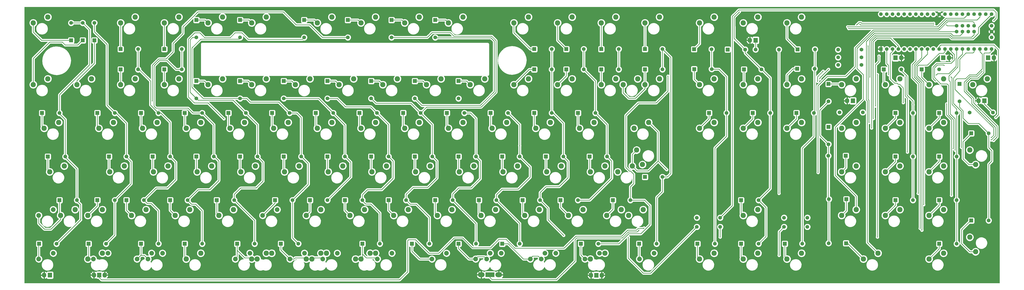
<source format=gbr>
G04 #@! TF.FileFunction,Copper,L1,Top,Signal*
%FSLAX46Y46*%
G04 Gerber Fmt 4.6, Leading zero omitted, Abs format (unit mm)*
G04 Created by KiCad (PCBNEW 4.0.5+dfsg1-4) date Tue Aug 15 23:30:36 2017*
%MOMM*%
%LPD*%
G01*
G04 APERTURE LIST*
%ADD10C,0.100000*%
%ADD11O,1.905000X2.159000*%
%ADD12R,1.905000X2.159000*%
%ADD13O,2.905000X2.159000*%
%ADD14R,3.905000X2.159000*%
%ADD15C,2.286000*%
%ADD16C,2.032000*%
%ADD17C,1.651000*%
%ADD18R,1.651000X1.651000*%
%ADD19C,1.600000*%
%ADD20R,1.600000X1.600000*%
%ADD21C,0.400000*%
%ADD22C,0.250000*%
G04 APERTURE END LIST*
D10*
D11*
X334030000Y-30450000D03*
D12*
X336570000Y-30450000D03*
D11*
X376430000Y-56900000D03*
D12*
X378970000Y-56900000D03*
D11*
X433730000Y-56850000D03*
D12*
X436270000Y-56850000D03*
D11*
X269440000Y-133150000D03*
X264760000Y-133150000D03*
D12*
X267100000Y-133150000D03*
D13*
X224560000Y-132950000D03*
X216940000Y-132950000D03*
D14*
X220750000Y-132950000D03*
D11*
X52740000Y-133050000D03*
X48060000Y-133050000D03*
D12*
X50400000Y-133050000D03*
D11*
X26330000Y-133100000D03*
D12*
X28870000Y-133100000D03*
D15*
X285115000Y-47307500D03*
X278765000Y-49847500D03*
X294640000Y-47307500D03*
X288290000Y-49847500D03*
X275590000Y-47307500D03*
X269240000Y-49847500D03*
X287496000Y-104458000D03*
X281146000Y-106998000D03*
X277955000Y-104458000D03*
X271605000Y-106998000D03*
X282735000Y-85407500D03*
X276385000Y-87947500D03*
X284655000Y-78422500D03*
X287195000Y-84772500D03*
X270828000Y-85407500D03*
X264478000Y-87947500D03*
X123190000Y-123508000D03*
X116840000Y-126048000D03*
D16*
X225596000Y-123508000D03*
X219246000Y-126048000D03*
X220821000Y-123508000D03*
X214471000Y-126048000D03*
D15*
X270828000Y-123508000D03*
X264478000Y-126048000D03*
D16*
X268446000Y-123508000D03*
X262096000Y-126048000D03*
X249396000Y-123508000D03*
X243046000Y-126048000D03*
X244634000Y-123508000D03*
X238284000Y-126048000D03*
D15*
X168434000Y-123508000D03*
X162084000Y-126048000D03*
X170812000Y-123508000D03*
X164462000Y-126048000D03*
D16*
X177965000Y-123508000D03*
X171615000Y-126048000D03*
X154146000Y-123508000D03*
X147796000Y-126048000D03*
D15*
X147002000Y-123508000D03*
X140652000Y-126048000D03*
D16*
X139827000Y-123508000D03*
X133477000Y-126048000D03*
X116027000Y-123508000D03*
X109677000Y-126048000D03*
D15*
X149384000Y-123508000D03*
X143034000Y-126048000D03*
X125555000Y-123508000D03*
X119205000Y-126048000D03*
X51736600Y-104458000D03*
X45386600Y-106998000D03*
X39847800Y-104458000D03*
X33497800Y-106998000D03*
D16*
X30305400Y-104458000D03*
X23955400Y-106998000D03*
X77946200Y-123508000D03*
X71596200Y-126048000D03*
X73183800Y-123508000D03*
X66833800Y-126048000D03*
X54133800Y-123508000D03*
X47783800Y-126048000D03*
D15*
X51752500Y-123508000D03*
X45402500Y-126048000D03*
D17*
X247650000Y-34290000D03*
D18*
X240030000Y-34290000D03*
D17*
X261620000Y-34290000D03*
D18*
X254000000Y-34290000D03*
D17*
X276860000Y-34290000D03*
D18*
X269240000Y-34290000D03*
D17*
X295910000Y-34290000D03*
D18*
X288290000Y-34290000D03*
D17*
X317310000Y-34350000D03*
D18*
X309690000Y-34350000D03*
D17*
X331960000Y-34500000D03*
D18*
X324340000Y-34500000D03*
D17*
X362410000Y-34400000D03*
D18*
X354790000Y-34400000D03*
D17*
X38100000Y-22860000D03*
D18*
X38100000Y-30480000D03*
D17*
X207010000Y-55880000D03*
D18*
X207010000Y-48260000D03*
D17*
X247650000Y-43180000D03*
D18*
X240030000Y-43180000D03*
D17*
X261620000Y-43180000D03*
D18*
X254000000Y-43180000D03*
D17*
X276860000Y-43180000D03*
D18*
X269240000Y-43180000D03*
D17*
X295910000Y-43180000D03*
D18*
X288290000Y-43180000D03*
D17*
X317360000Y-43050000D03*
D18*
X309740000Y-43050000D03*
D17*
X339090000Y-43180000D03*
D18*
X331470000Y-43180000D03*
D17*
X362260000Y-42900000D03*
D18*
X354640000Y-42900000D03*
D17*
X368300000Y-57160000D03*
D18*
X368300000Y-49540000D03*
D17*
X400050000Y-43180000D03*
D18*
X392430000Y-43180000D03*
D17*
X416560000Y-43180000D03*
D18*
X408940000Y-43180000D03*
D17*
X425450000Y-57150000D03*
D18*
X425450000Y-49530000D03*
D17*
X228600000Y-62230000D03*
D18*
X220980000Y-62230000D03*
D17*
X247650000Y-62230000D03*
D18*
X240030000Y-62230000D03*
D17*
X266700000Y-62230000D03*
D18*
X259080000Y-62230000D03*
D17*
X323850000Y-62230000D03*
D18*
X316230000Y-62230000D03*
D17*
X342900000Y-62230000D03*
D18*
X335280000Y-62230000D03*
D17*
X361950000Y-62230000D03*
D18*
X354330000Y-62230000D03*
D17*
X368300000Y-75910000D03*
D18*
X368300000Y-68290000D03*
D17*
X405130000Y-62230000D03*
D18*
X397510000Y-62230000D03*
D17*
X424180000Y-62230000D03*
D18*
X416560000Y-62230000D03*
D17*
X233680000Y-81280000D03*
D18*
X226060000Y-81280000D03*
D17*
X252730000Y-81280000D03*
D18*
X245110000Y-81280000D03*
D17*
X271780000Y-81280000D03*
D18*
X264160000Y-81280000D03*
D17*
X295910000Y-90170000D03*
D18*
X288290000Y-90170000D03*
D17*
X368240000Y-80950000D03*
D18*
X375860000Y-80950000D03*
D17*
X405130000Y-81280000D03*
D18*
X397510000Y-81280000D03*
D17*
X424180000Y-81280000D03*
D18*
X416560000Y-81280000D03*
D17*
X438150000Y-71120000D03*
D18*
X430530000Y-71120000D03*
D17*
X223520000Y-100330000D03*
D18*
X215900000Y-100330000D03*
D17*
X242570000Y-100330000D03*
D18*
X234950000Y-100330000D03*
D17*
X259080000Y-100330000D03*
D18*
X251460000Y-100330000D03*
D17*
X281940000Y-100330000D03*
D18*
X274320000Y-100330000D03*
D17*
X337820000Y-100330000D03*
D18*
X330200000Y-100330000D03*
D17*
X368490000Y-99900000D03*
D18*
X376110000Y-99900000D03*
D17*
X405130000Y-100330000D03*
D18*
X397510000Y-100330000D03*
D17*
X424180000Y-100330000D03*
D18*
X416560000Y-100330000D03*
D17*
X233680000Y-119380000D03*
D18*
X226060000Y-119380000D03*
D17*
X267970000Y-119380000D03*
D18*
X260350000Y-119380000D03*
D17*
X293370000Y-119380000D03*
D18*
X285750000Y-119380000D03*
D17*
X318770000Y-119380000D03*
D18*
X311150000Y-119380000D03*
D17*
X337820000Y-119380000D03*
D18*
X330200000Y-119380000D03*
D17*
X356870000Y-119380000D03*
D18*
X349250000Y-119380000D03*
D17*
X368340000Y-119150000D03*
D18*
X375960000Y-119150000D03*
D17*
X424180000Y-119380000D03*
D18*
X416560000Y-119380000D03*
D17*
X438150000Y-109220000D03*
D18*
X430530000Y-109220000D03*
D17*
X67310000Y-34290000D03*
D18*
X59690000Y-34290000D03*
D17*
X86360000Y-34290000D03*
D18*
X78740000Y-34290000D03*
D17*
X92710000Y-29210000D03*
D18*
X92710000Y-21590000D03*
D17*
X111760000Y-29210000D03*
D18*
X111760000Y-21590000D03*
D17*
X139700000Y-29210000D03*
D18*
X139700000Y-21590000D03*
D17*
X158750000Y-29210000D03*
D18*
X158750000Y-21590000D03*
D17*
X177800000Y-29210000D03*
D18*
X177800000Y-21590000D03*
D17*
X196850000Y-29210000D03*
D18*
X196850000Y-21590000D03*
D17*
X43180000Y-22860000D03*
D18*
X43180000Y-30480000D03*
D17*
X48260000Y-22860000D03*
D18*
X48260000Y-30480000D03*
D17*
X67310000Y-43180000D03*
D18*
X59690000Y-43180000D03*
D17*
X86360000Y-43180000D03*
D18*
X78740000Y-43180000D03*
D17*
X92710000Y-55880000D03*
D18*
X92710000Y-48260000D03*
D17*
X111760000Y-55880000D03*
D18*
X111760000Y-48260000D03*
D17*
X130810000Y-55880000D03*
D18*
X130810000Y-48260000D03*
D17*
X149860000Y-55880000D03*
D18*
X149860000Y-48260000D03*
D17*
X168910000Y-55880000D03*
D18*
X168910000Y-48260000D03*
D17*
X187960000Y-55880000D03*
D18*
X187960000Y-48260000D03*
D17*
X33020000Y-62230000D03*
D18*
X25400000Y-62230000D03*
D17*
X57150000Y-62230000D03*
D18*
X49530000Y-62230000D03*
D17*
X76200000Y-62230000D03*
D18*
X68580000Y-62230000D03*
D17*
X95250000Y-62230000D03*
D18*
X87630000Y-62230000D03*
D17*
X114300000Y-62230000D03*
D18*
X106680000Y-62230000D03*
D17*
X133350000Y-62230000D03*
D18*
X125730000Y-62230000D03*
D17*
X152400000Y-62230000D03*
D18*
X144780000Y-62230000D03*
D17*
X171450000Y-62230000D03*
D18*
X163830000Y-62230000D03*
D17*
X190500000Y-62230000D03*
D18*
X182880000Y-62230000D03*
D17*
X209550000Y-62230000D03*
D18*
X201930000Y-62230000D03*
D17*
X35560000Y-81280000D03*
D18*
X27940000Y-81280000D03*
D17*
X62230000Y-81280000D03*
D18*
X54610000Y-81280000D03*
D17*
X81280000Y-81280000D03*
D18*
X73660000Y-81280000D03*
D17*
X100330000Y-81280000D03*
D18*
X92710000Y-81280000D03*
D17*
X119380000Y-81280000D03*
D18*
X111760000Y-81280000D03*
D17*
X138430000Y-81280000D03*
D18*
X130810000Y-81280000D03*
D17*
X157480000Y-81280000D03*
D18*
X149860000Y-81280000D03*
D17*
X176530000Y-81280000D03*
D18*
X168910000Y-81280000D03*
D17*
X195580000Y-81280000D03*
D18*
X187960000Y-81280000D03*
D17*
X214630000Y-81280000D03*
D18*
X207010000Y-81280000D03*
D17*
X40640000Y-100330000D03*
D18*
X33020000Y-100330000D03*
D17*
X57150000Y-100330000D03*
D18*
X49530000Y-100330000D03*
D17*
X69850000Y-100330000D03*
D18*
X62230000Y-100330000D03*
D17*
X88900000Y-100330000D03*
D18*
X81280000Y-100330000D03*
D17*
X109220000Y-100330000D03*
D18*
X101600000Y-100330000D03*
D17*
X134620000Y-100330000D03*
D18*
X127000000Y-100330000D03*
D17*
X149860000Y-100330000D03*
D18*
X142240000Y-100330000D03*
D17*
X165100000Y-100330000D03*
D18*
X157480000Y-100330000D03*
D17*
X184150000Y-100330000D03*
D18*
X176530000Y-100330000D03*
D17*
X204470000Y-100330000D03*
D18*
X196850000Y-100330000D03*
D17*
X31750000Y-119380000D03*
D18*
X24130000Y-119380000D03*
D17*
X53340000Y-119380000D03*
D18*
X45720000Y-119380000D03*
D17*
X76200000Y-119380000D03*
D18*
X68580000Y-119380000D03*
D17*
X95250000Y-119380000D03*
D18*
X87630000Y-119380000D03*
D17*
X118110000Y-119380000D03*
D18*
X110490000Y-119380000D03*
D17*
X137160000Y-119380000D03*
D18*
X129540000Y-119380000D03*
D17*
X172720000Y-119380000D03*
D18*
X165100000Y-119380000D03*
D17*
X194310000Y-119380000D03*
D18*
X186690000Y-119380000D03*
D17*
X214630000Y-119380000D03*
D18*
X207010000Y-119380000D03*
D15*
X237490000Y-20320000D03*
X231140000Y-22860000D03*
X256540000Y-20320000D03*
X250190000Y-22860000D03*
X275590000Y-20320000D03*
X269240000Y-22860000D03*
X294640000Y-20320000D03*
X288290000Y-22860000D03*
X318452000Y-20320000D03*
X312102000Y-22860000D03*
X337502000Y-20320000D03*
X331152000Y-22860000D03*
X356552000Y-20320000D03*
X350202000Y-22860000D03*
X27940000Y-20320000D03*
X21590000Y-22860000D03*
X218440000Y-47307500D03*
X212090000Y-49847500D03*
X237490000Y-47307500D03*
X231140000Y-49847500D03*
X256540000Y-47307500D03*
X250190000Y-49847500D03*
X318452000Y-47307500D03*
X312102000Y-49847500D03*
X337502000Y-47307500D03*
X331152000Y-49847500D03*
X356552000Y-47307500D03*
X350202000Y-49847500D03*
X380365000Y-47307500D03*
X374015000Y-49847500D03*
X399415000Y-47307500D03*
X393065000Y-49847500D03*
X418465000Y-47307500D03*
X412115000Y-49847500D03*
X437515000Y-47307500D03*
X431165000Y-49847500D03*
X227965000Y-66357500D03*
X221615000Y-68897500D03*
X247015000Y-66357500D03*
X240665000Y-68897500D03*
X266065000Y-66357500D03*
X259715000Y-68897500D03*
X318452000Y-66357500D03*
X312102000Y-68897500D03*
X337502000Y-66357500D03*
X331152000Y-68897500D03*
X356552000Y-66357500D03*
X350202000Y-68897500D03*
X380365000Y-66357500D03*
X374015000Y-68897500D03*
X399415000Y-66357500D03*
X393065000Y-68897500D03*
X418465000Y-66357500D03*
X412115000Y-68897500D03*
X232728000Y-85407500D03*
X226378000Y-87947500D03*
X251778000Y-85407500D03*
X245428000Y-87947500D03*
X289878000Y-66357500D03*
X283528000Y-68897500D03*
X380365000Y-85407500D03*
X374015000Y-87947500D03*
X399415000Y-85407500D03*
X393065000Y-87947500D03*
X418465000Y-85407500D03*
X412115000Y-87947500D03*
X429895000Y-78422500D03*
X432435000Y-84772500D03*
X223202000Y-104458000D03*
X216852000Y-106998000D03*
X242252000Y-104458000D03*
X235902000Y-106998000D03*
X261302000Y-104458000D03*
X254952000Y-106998000D03*
X337502000Y-104458000D03*
X331152000Y-106998000D03*
X380365000Y-104458000D03*
X374015000Y-106998000D03*
X399415000Y-104458000D03*
X393065000Y-106998000D03*
X418465000Y-104458000D03*
X412115000Y-106998000D03*
D16*
X292249000Y-123508000D03*
X285899000Y-126048000D03*
D15*
X318452000Y-123508000D03*
X312102000Y-126048000D03*
X337502000Y-123508000D03*
X331152000Y-126048000D03*
X356552000Y-123508000D03*
X350202000Y-126048000D03*
X389890000Y-123508000D03*
X383540000Y-126048000D03*
X418465000Y-123508000D03*
X412115000Y-126048000D03*
X429895000Y-116522000D03*
X432435000Y-122872000D03*
X66040000Y-20320000D03*
X59690000Y-22860000D03*
X85090000Y-20320000D03*
X78740000Y-22860000D03*
X104140000Y-20320000D03*
X97790000Y-22860000D03*
X123190000Y-20320000D03*
X116840000Y-22860000D03*
X151765000Y-20320000D03*
X145415000Y-22860000D03*
X170815000Y-20320000D03*
X164465000Y-22860000D03*
X189865000Y-20320000D03*
X183515000Y-22860000D03*
X208915000Y-20320000D03*
X202565000Y-22860000D03*
X27940000Y-47307500D03*
X21590000Y-49847500D03*
X46990000Y-47307500D03*
X40640000Y-49847500D03*
X66040000Y-47307500D03*
X59690000Y-49847500D03*
X85090000Y-47307500D03*
X78740000Y-49847500D03*
X104140000Y-47307500D03*
X97790000Y-49847500D03*
X123190000Y-47307500D03*
X116840000Y-49847500D03*
X142240000Y-47307500D03*
X135890000Y-49847500D03*
X161290000Y-47307500D03*
X154940000Y-49847500D03*
X180340000Y-47307500D03*
X173990000Y-49847500D03*
X199390000Y-47307500D03*
X193040000Y-49847500D03*
X32702500Y-66357500D03*
X26352500Y-68897500D03*
X56515000Y-66357500D03*
X50165000Y-68897500D03*
X75565000Y-66357500D03*
X69215000Y-68897500D03*
X94615000Y-66357500D03*
X88265000Y-68897500D03*
X113665000Y-66357500D03*
X107315000Y-68897500D03*
X132715000Y-66357500D03*
X126365000Y-68897500D03*
X151765000Y-66357500D03*
X145415000Y-68897500D03*
X170815000Y-66357500D03*
X164465000Y-68897500D03*
X189865000Y-66357500D03*
X183515000Y-68897500D03*
X208915000Y-66357500D03*
X202565000Y-68897500D03*
X35084700Y-85407500D03*
X28734700Y-87947500D03*
X61277500Y-85407500D03*
X54927500Y-87947500D03*
X80327500Y-85407500D03*
X73977500Y-87947500D03*
X99377500Y-85407500D03*
X93027500Y-87947500D03*
X118428000Y-85407500D03*
X112078000Y-87947500D03*
X137478000Y-85407500D03*
X131128000Y-87947500D03*
X156528000Y-85407500D03*
X150178000Y-87947500D03*
X175578000Y-85407500D03*
X169228000Y-87947500D03*
X194628000Y-85407500D03*
X188278000Y-87947500D03*
X213678000Y-85407500D03*
X207328000Y-87947500D03*
X70802500Y-104458000D03*
X64452500Y-106998000D03*
X89852500Y-104458000D03*
X83502500Y-106998000D03*
X108902000Y-104458000D03*
X102552000Y-106998000D03*
D16*
X127952000Y-104458000D03*
X121602000Y-106998000D03*
D15*
X147002000Y-104458000D03*
X140652000Y-106998000D03*
X166052000Y-104458000D03*
X159702000Y-106998000D03*
X185102000Y-104458000D03*
X178752000Y-106998000D03*
X204152000Y-104458000D03*
X197802000Y-106998000D03*
D16*
X30322800Y-123508000D03*
X23972800Y-126048000D03*
D15*
X94615000Y-123508000D03*
X88265000Y-126048000D03*
D16*
X201769000Y-123508000D03*
X195419000Y-126048000D03*
D11*
X400050000Y-38100000D03*
D12*
X397510000Y-38100000D03*
D11*
X420878000Y-38100000D03*
D12*
X418338000Y-38100000D03*
D11*
X440436000Y-38100000D03*
D12*
X437896000Y-38100000D03*
D19*
X411480000Y-34290000D03*
X414020000Y-34290000D03*
X416560000Y-34290000D03*
X408940000Y-34290000D03*
X406400000Y-34290000D03*
X403860000Y-34290000D03*
X401320000Y-34290000D03*
X398780000Y-34290000D03*
X396240000Y-34290000D03*
X393700000Y-34290000D03*
D20*
X391160000Y-34290000D03*
D19*
X419100000Y-34290000D03*
X421640000Y-34290000D03*
X424180000Y-34290000D03*
X426720000Y-34290000D03*
X429260000Y-34290000D03*
X431800000Y-34290000D03*
X434340000Y-34290000D03*
X436880000Y-34290000D03*
X439420000Y-34290000D03*
X439420000Y-29210000D03*
X439420000Y-26670000D03*
X439420000Y-24130000D03*
X439420000Y-19050000D03*
X436880000Y-19050000D03*
X434340000Y-19050000D03*
X431800000Y-19050000D03*
X429260000Y-19050000D03*
X426720000Y-19050000D03*
X424180000Y-19050000D03*
X421640000Y-19050000D03*
X419100000Y-19050000D03*
X416560000Y-19050000D03*
X414020000Y-19050000D03*
X411480000Y-19050000D03*
X408940000Y-19050000D03*
X406400000Y-19050000D03*
X403860000Y-19050000D03*
X401320000Y-19050000D03*
X398780000Y-19050000D03*
X396240000Y-19050000D03*
X393700000Y-19050000D03*
X391160000Y-19050000D03*
X424180000Y-24130000D03*
X426720000Y-24130000D03*
X429260000Y-24130000D03*
X431800000Y-24130000D03*
X424180000Y-26670000D03*
X426720000Y-26670000D03*
X429260000Y-26670000D03*
X431800000Y-26670000D03*
D17*
X346680000Y-34500000D03*
X336520000Y-34500000D03*
X372500000Y-34560000D03*
X382660000Y-34560000D03*
X373070000Y-61950000D03*
X383230000Y-61950000D03*
X429820000Y-62000000D03*
X439980000Y-62000000D03*
X372500000Y-37940000D03*
X382660000Y-37940000D03*
X372500000Y-41250000D03*
X382660000Y-41250000D03*
X321080000Y-112000000D03*
X310920000Y-112000000D03*
X321080000Y-108000000D03*
X310920000Y-108000000D03*
X359080000Y-108000000D03*
X348920000Y-108000000D03*
X348920000Y-112000000D03*
X359080000Y-112000000D03*
D21*
X387050000Y-68800000D03*
X233650000Y-76500000D03*
X409800000Y-102300000D03*
X419800000Y-58250000D03*
X414900000Y-48200000D03*
X80000000Y-95000000D03*
X421900000Y-98200000D03*
X415300000Y-45600000D03*
X402700000Y-79300000D03*
X98500000Y-95700000D03*
X401700000Y-46500000D03*
X118800000Y-95000000D03*
X423450000Y-78500000D03*
X104700000Y-64750000D03*
X155000000Y-95200000D03*
X426250000Y-77250000D03*
X73500000Y-57000000D03*
X439250000Y-73000000D03*
X439250000Y-74000000D03*
X435250000Y-44000000D03*
X440250000Y-74250000D03*
X377100000Y-25300000D03*
X376650000Y-24550000D03*
X42200000Y-108900000D03*
X441200000Y-64200000D03*
X414150000Y-23000000D03*
X380550000Y-23750000D03*
X329400000Y-18100000D03*
X252800000Y-115700000D03*
X298300000Y-46100000D03*
X363550000Y-48400000D03*
X365950000Y-43950000D03*
X368300000Y-43150000D03*
X364500000Y-47350000D03*
X405150000Y-58600000D03*
X386300000Y-46550000D03*
X421700000Y-46500000D03*
X390300000Y-37300000D03*
X388800000Y-59200000D03*
X390450000Y-65450000D03*
X418750000Y-41500000D03*
X139000000Y-96000000D03*
X422650000Y-77750000D03*
X419750000Y-23750000D03*
X414200000Y-23750000D03*
X382000000Y-23500000D03*
X385550000Y-32950000D03*
X385950000Y-66350000D03*
X297750000Y-87000000D03*
X363750000Y-88250000D03*
X281000000Y-116550000D03*
X287850000Y-112500000D03*
X285650000Y-113450000D03*
X346750000Y-124450000D03*
X409000000Y-113450000D03*
X440300000Y-21850000D03*
X408250000Y-112650000D03*
X346700000Y-97350000D03*
X407400000Y-97350000D03*
X387850000Y-64650000D03*
X400900000Y-57700000D03*
X321050000Y-116450000D03*
X389600000Y-116450000D03*
X394450000Y-45450000D03*
X389600000Y-45450000D03*
D22*
X387050000Y-68800000D02*
X387050000Y-62450000D01*
X387050000Y-30750000D02*
X387050000Y-62450000D01*
X388950000Y-28850000D02*
X387050000Y-30750000D01*
X421100000Y-28850000D02*
X388950000Y-28850000D01*
X422000002Y-29750002D02*
X421100000Y-28850000D01*
X431299998Y-29750002D02*
X422000002Y-29750002D01*
X433650000Y-27400000D02*
X431299998Y-29750002D01*
X433650000Y-24850000D02*
X433650000Y-27400000D01*
X433650000Y-24850000D02*
X439420000Y-19080000D01*
X439420000Y-19050000D02*
X439420000Y-19080000D01*
X233650000Y-76500000D02*
X233680000Y-76500000D01*
X233680000Y-76500000D02*
X233650000Y-76500000D01*
X233650000Y-76500000D02*
X233680000Y-76500000D01*
X233680000Y-81280000D02*
X233680000Y-76500000D01*
X233680000Y-76500000D02*
X233680000Y-67310000D01*
X233680000Y-67310000D02*
X228600000Y-62230000D01*
X223520000Y-100330000D02*
X223520000Y-97980000D01*
X238250000Y-85850000D02*
X233680000Y-81280000D01*
X238250000Y-90250000D02*
X238250000Y-85850000D01*
X233000000Y-95500000D02*
X238250000Y-90250000D01*
X226000000Y-95500000D02*
X233000000Y-95500000D01*
X223520000Y-97980000D02*
X226000000Y-95500000D01*
X233680000Y-119380000D02*
X233680000Y-110490000D01*
X233680000Y-110490000D02*
X223520000Y-100330000D01*
X409100000Y-48000000D02*
X409800000Y-48700000D01*
X419100000Y-34290000D02*
X419100000Y-35400000D01*
X407000000Y-45900000D02*
X409100000Y-48000000D01*
X407000000Y-41900000D02*
X407000000Y-45900000D01*
X407600000Y-41300000D02*
X407000000Y-41900000D01*
X411400000Y-41300000D02*
X407600000Y-41300000D01*
X416600000Y-36100000D02*
X411400000Y-41300000D01*
X418400000Y-36100000D02*
X416600000Y-36100000D01*
X419100000Y-35400000D02*
X418400000Y-36100000D01*
X409800000Y-48700000D02*
X409800000Y-102300000D01*
X57150000Y-100330000D02*
X57150000Y-115570000D01*
X57150000Y-115570000D02*
X53340000Y-119380000D01*
X62230000Y-81280000D02*
X62230000Y-81480000D01*
X62230000Y-81480000D02*
X64250000Y-83500000D01*
X64250000Y-93230000D02*
X57150000Y-100330000D01*
X64250000Y-83500000D02*
X64250000Y-93230000D01*
X57150000Y-62230000D02*
X57730000Y-62230000D01*
X57730000Y-62230000D02*
X62230000Y-66730000D01*
X62230000Y-66730000D02*
X62230000Y-81280000D01*
X48260000Y-22860000D02*
X48260000Y-26760000D01*
X53750000Y-58830000D02*
X57150000Y-62230000D01*
X53750000Y-32250000D02*
X53750000Y-58830000D01*
X48260000Y-26760000D02*
X53750000Y-32250000D01*
X419800000Y-60800000D02*
X419800000Y-63100000D01*
X419800000Y-58250000D02*
X419800000Y-60800000D01*
X421640000Y-34290000D02*
X421640000Y-35140000D01*
X421640000Y-35140000D02*
X423200000Y-36700000D01*
X423200000Y-36700000D02*
X423200000Y-39000000D01*
X423200000Y-39000000D02*
X421700000Y-40500000D01*
X421700000Y-40500000D02*
X415500000Y-40500000D01*
X415500000Y-40500000D02*
X413800000Y-42200000D01*
X413800000Y-42200000D02*
X413800000Y-47100000D01*
X413800000Y-47100000D02*
X414900000Y-48200000D01*
X421900000Y-65200000D02*
X421900000Y-98200000D01*
X419800000Y-63100000D02*
X421900000Y-65200000D01*
X69850000Y-100330000D02*
X69850000Y-100350000D01*
X69850000Y-100350000D02*
X71250000Y-101750000D01*
X76200000Y-104950000D02*
X76200000Y-119380000D01*
X73000000Y-101750000D02*
X76200000Y-104950000D01*
X71250000Y-101750000D02*
X73000000Y-101750000D01*
X81280000Y-81280000D02*
X83750000Y-83750000D01*
X75180000Y-95000000D02*
X69850000Y-100330000D01*
X80000000Y-95000000D02*
X75180000Y-95000000D01*
X83750000Y-91250000D02*
X80000000Y-95000000D01*
X83750000Y-83750000D02*
X83750000Y-91250000D01*
X76200000Y-62230000D02*
X77230000Y-62230000D01*
X81280000Y-66280000D02*
X81280000Y-81280000D01*
X77230000Y-62230000D02*
X81280000Y-66280000D01*
X67310000Y-43180000D02*
X67680000Y-43180000D01*
X67680000Y-43180000D02*
X72750000Y-48250000D01*
X72750000Y-58780000D02*
X76200000Y-62230000D01*
X72750000Y-48250000D02*
X72750000Y-58780000D01*
X67310000Y-34290000D02*
X67310000Y-43180000D01*
X74250000Y-56500000D02*
X74250000Y-59250000D01*
X83830000Y-43180000D02*
X79950000Y-39300000D01*
X79950000Y-39300000D02*
X76600000Y-39300000D01*
X76600000Y-39300000D02*
X74250000Y-41650000D01*
X74250000Y-41650000D02*
X74250000Y-56500000D01*
X86360000Y-43180000D02*
X83830000Y-43180000D01*
X91180000Y-62230000D02*
X95250000Y-62230000D01*
X89050000Y-60100000D02*
X91180000Y-62230000D01*
X75100000Y-60100000D02*
X89050000Y-60100000D01*
X74250000Y-59250000D02*
X75100000Y-60100000D01*
X88900000Y-100330000D02*
X88900000Y-100400000D01*
X88900000Y-100400000D02*
X90550000Y-102050000D01*
X95250000Y-104950000D02*
X95250000Y-119380000D01*
X92350000Y-102050000D02*
X95250000Y-104950000D01*
X90550000Y-102050000D02*
X92350000Y-102050000D01*
X424180000Y-38020000D02*
X423900000Y-38300000D01*
X423900000Y-38300000D02*
X423900000Y-41900000D01*
X423900000Y-41900000D02*
X420800000Y-45000000D01*
X420800000Y-45000000D02*
X415900000Y-45000000D01*
X415900000Y-45000000D02*
X415300000Y-45600000D01*
X401700000Y-46900000D02*
X401700000Y-54700000D01*
X401700000Y-54700000D02*
X402700000Y-55700000D01*
X402700000Y-55700000D02*
X402700000Y-79300000D01*
X98500000Y-95750000D02*
X98500000Y-95700000D01*
X424180000Y-38020000D02*
X424180000Y-34290000D01*
X401700000Y-46500000D02*
X401700000Y-46900000D01*
X100330000Y-81280000D02*
X100530000Y-81280000D01*
X100530000Y-81280000D02*
X102500000Y-83250000D01*
X93480000Y-95750000D02*
X88900000Y-100330000D01*
X98500000Y-95750000D02*
X93480000Y-95750000D01*
X102500000Y-91750000D02*
X98500000Y-95750000D01*
X102500000Y-83250000D02*
X102500000Y-91750000D01*
X95250000Y-62230000D02*
X95250000Y-62250000D01*
X95250000Y-62250000D02*
X100330000Y-67330000D01*
X100330000Y-67330000D02*
X100330000Y-81280000D01*
X86360000Y-34290000D02*
X86360000Y-43180000D01*
X92710000Y-55880000D02*
X92730000Y-55880000D01*
X92730000Y-55880000D02*
X93450000Y-56600000D01*
X108670000Y-56600000D02*
X114300000Y-62230000D01*
X93450000Y-56600000D02*
X108670000Y-56600000D01*
X109220000Y-100330000D02*
X109230000Y-100330000D01*
X109230000Y-100330000D02*
X118110000Y-109210000D01*
X118110000Y-109210000D02*
X118110000Y-119380000D01*
X423450000Y-73850000D02*
X423450000Y-78500000D01*
X118750000Y-95000000D02*
X118800000Y-95000000D01*
X420800000Y-48000000D02*
X421350000Y-48550000D01*
X421350000Y-48550000D02*
X421350000Y-62650000D01*
X421350000Y-62650000D02*
X423450000Y-64750000D01*
X423450000Y-64750000D02*
X423450000Y-73850000D01*
X426720000Y-36480000D02*
X424700000Y-38500000D01*
X424700000Y-38500000D02*
X424700000Y-42100000D01*
X424700000Y-42100000D02*
X420800000Y-46000000D01*
X426720000Y-36480000D02*
X426720000Y-34290000D01*
X420800000Y-46000000D02*
X420800000Y-48000000D01*
X119380000Y-81280000D02*
X119380000Y-81380000D01*
X119380000Y-81380000D02*
X121750000Y-83750000D01*
X109220000Y-97780000D02*
X109220000Y-100330000D01*
X112000000Y-95000000D02*
X109220000Y-97780000D01*
X118750000Y-95000000D02*
X112000000Y-95000000D01*
X121750000Y-92000000D02*
X118750000Y-95000000D01*
X121750000Y-83750000D02*
X121750000Y-92000000D01*
X114300000Y-62230000D02*
X114300000Y-62300000D01*
X114300000Y-62300000D02*
X119380000Y-67380000D01*
X119380000Y-67380000D02*
X119380000Y-81280000D01*
X92710000Y-29210000D02*
X91040000Y-29210000D01*
X90000000Y-53170000D02*
X92710000Y-55880000D01*
X90000000Y-30250000D02*
X90000000Y-53170000D01*
X91040000Y-29210000D02*
X90000000Y-30250000D01*
X139700000Y-29210000D02*
X139700000Y-29300000D01*
X139700000Y-29300000D02*
X139000000Y-30000000D01*
X96250000Y-29250000D02*
X95450000Y-28450000D01*
X107500000Y-29250000D02*
X96250000Y-29250000D01*
X109550000Y-27200000D02*
X107500000Y-29250000D01*
X112500000Y-27200000D02*
X109550000Y-27200000D01*
X115300000Y-30000000D02*
X112500000Y-27200000D01*
X139000000Y-30000000D02*
X115300000Y-30000000D01*
X89250000Y-55100000D02*
X89250000Y-55250000D01*
X95450000Y-28450000D02*
X94200000Y-27200000D01*
X94200000Y-27200000D02*
X92000000Y-27200000D01*
X92000000Y-27200000D02*
X89250000Y-29950000D01*
X89250000Y-29950000D02*
X89250000Y-55100000D01*
X97800000Y-57850000D02*
X104700000Y-64750000D01*
X91850000Y-57850000D02*
X97800000Y-57850000D01*
X89250000Y-55250000D02*
X91850000Y-57850000D01*
X139700000Y-29210000D02*
X139700000Y-29200000D01*
X155000000Y-95200000D02*
X154995000Y-95195000D01*
X154995000Y-95195000D02*
X155000000Y-95200000D01*
X155000000Y-95200000D02*
X155000000Y-95190000D01*
X431800000Y-34290000D02*
X431800000Y-35450000D01*
X426250000Y-61500000D02*
X426250000Y-77250000D01*
X422800000Y-58100000D02*
X426250000Y-61500000D01*
X422834182Y-46994848D02*
X422800000Y-58100000D01*
X425500000Y-43750000D02*
X422834182Y-46994848D01*
X425500000Y-38750000D02*
X425500000Y-43750000D01*
X428250000Y-36000000D02*
X425500000Y-38750000D01*
X431250000Y-36000000D02*
X428250000Y-36000000D01*
X431800000Y-35450000D02*
X431250000Y-36000000D01*
X157480000Y-81280000D02*
X157530000Y-81280000D01*
X157530000Y-81280000D02*
X160000000Y-83750000D01*
X160000000Y-90190000D02*
X155000000Y-95190000D01*
X155000000Y-95190000D02*
X149860000Y-100330000D01*
X160000000Y-83750000D02*
X160000000Y-90190000D01*
X152400000Y-62230000D02*
X152400000Y-62400000D01*
X152400000Y-62400000D02*
X157480000Y-67480000D01*
X157480000Y-67480000D02*
X157480000Y-81280000D01*
X130810000Y-55880000D02*
X146050000Y-55880000D01*
X146050000Y-55880000D02*
X152400000Y-62230000D01*
X158750000Y-29210000D02*
X147660000Y-29210000D01*
X73500000Y-41350000D02*
X76300000Y-38550000D01*
X76300000Y-38550000D02*
X79450000Y-38550000D01*
X79450000Y-38550000D02*
X82500000Y-35500000D01*
X73500000Y-49950000D02*
X73500000Y-44500000D01*
X92150000Y-19250000D02*
X86850000Y-24550000D01*
X86850000Y-24550000D02*
X86850000Y-27500000D01*
X86850000Y-27500000D02*
X82500000Y-31850000D01*
X82500000Y-31850000D02*
X82500000Y-35500000D01*
X73500000Y-57000000D02*
X73500000Y-53700000D01*
X73500000Y-53700000D02*
X73500000Y-49950000D01*
X73500000Y-44500000D02*
X73500000Y-41350000D01*
X92650000Y-18750000D02*
X92150000Y-19250000D01*
X93350000Y-18050000D02*
X92650000Y-18750000D01*
X130600000Y-18050000D02*
X93350000Y-18050000D01*
X136200000Y-23650000D02*
X130600000Y-18050000D01*
X142100000Y-23650000D02*
X136200000Y-23650000D01*
X147660000Y-29210000D02*
X142100000Y-23650000D01*
X434340000Y-34290000D02*
X434340000Y-35490002D01*
X440250000Y-72000000D02*
X439250000Y-73000000D01*
X440250000Y-68669242D02*
X440250000Y-72000000D01*
X423500000Y-52000000D02*
X440250000Y-68669242D01*
X423500000Y-48000000D02*
X423500000Y-52000000D01*
X424250000Y-47250000D02*
X423500000Y-48000000D01*
X428000000Y-47250000D02*
X424250000Y-47250000D01*
X429750000Y-45500000D02*
X428000000Y-47250000D01*
X432750000Y-45500000D02*
X429750000Y-45500000D01*
X435349998Y-42900002D02*
X432750000Y-45500000D01*
X435349998Y-36500000D02*
X435349998Y-42900002D01*
X434340000Y-35490002D02*
X435349998Y-36500000D01*
X176530000Y-81280000D02*
X178500000Y-83250000D01*
X178500000Y-83250000D02*
X178500000Y-90750000D01*
X178500000Y-90750000D02*
X173500000Y-95750000D01*
X173500000Y-95750000D02*
X167250000Y-95750000D01*
X167250000Y-95750000D02*
X165100000Y-97900000D01*
X165100000Y-97900000D02*
X165100000Y-100330000D01*
X165100000Y-100330000D02*
X165100000Y-100600000D01*
X165100000Y-100600000D02*
X166500000Y-102000000D01*
X172720000Y-105970000D02*
X172720000Y-119380000D01*
X168750000Y-102000000D02*
X172720000Y-105970000D01*
X166500000Y-102000000D02*
X168750000Y-102000000D01*
X171450000Y-62230000D02*
X171480000Y-62230000D01*
X171480000Y-62230000D02*
X176530000Y-67280000D01*
X176530000Y-67280000D02*
X176530000Y-81280000D01*
X149860000Y-55880000D02*
X154130000Y-55880000D01*
X168720000Y-59500000D02*
X171450000Y-62230000D01*
X157750000Y-59500000D02*
X168720000Y-59500000D01*
X154130000Y-55880000D02*
X157750000Y-59500000D01*
X223300000Y-51650000D02*
X223300000Y-53200000D01*
X193080000Y-59650000D02*
X190500000Y-62230000D01*
X216850000Y-59650000D02*
X193080000Y-59650000D01*
X223300000Y-53200000D02*
X216850000Y-59650000D01*
X177800000Y-29210000D02*
X193340000Y-29210000D01*
X223300000Y-30550000D02*
X223300000Y-51650000D01*
X223300000Y-51650000D02*
X223300000Y-51700000D01*
X221400000Y-28650000D02*
X223300000Y-30550000D01*
X205000000Y-28650000D02*
X221400000Y-28650000D01*
X203450000Y-27100000D02*
X205000000Y-28650000D01*
X195450000Y-27100000D02*
X203450000Y-27100000D01*
X193340000Y-29210000D02*
X195450000Y-27100000D01*
X184150000Y-100330000D02*
X184180000Y-100330000D01*
X184180000Y-100330000D02*
X185950000Y-102100000D01*
X194310000Y-107860000D02*
X194310000Y-119380000D01*
X188550000Y-102100000D02*
X194310000Y-107860000D01*
X185950000Y-102100000D02*
X188550000Y-102100000D01*
X195580000Y-81280000D02*
X195630000Y-81280000D01*
X195630000Y-81280000D02*
X197600000Y-83250000D01*
X184150000Y-97800000D02*
X184150000Y-100330000D01*
X187250000Y-94700000D02*
X184150000Y-97800000D01*
X193550000Y-94700000D02*
X187250000Y-94700000D01*
X197600000Y-90650000D02*
X193550000Y-94700000D01*
X197600000Y-83250000D02*
X197600000Y-90650000D01*
X441000000Y-72250000D02*
X439250000Y-74000000D01*
X441000000Y-68500000D02*
X441000000Y-72250000D01*
X430750000Y-58250000D02*
X441000000Y-68500000D01*
X430750000Y-56000000D02*
X430750000Y-58250000D01*
X427500000Y-52750000D02*
X430750000Y-56000000D01*
X427500000Y-48750000D02*
X427500000Y-52750000D01*
X430000000Y-46250000D02*
X427500000Y-48750000D01*
X433000000Y-46250000D02*
X430000000Y-46250000D01*
X435250000Y-44000000D02*
X433000000Y-46250000D01*
X195580000Y-81280000D02*
X195580000Y-81330000D01*
X190500000Y-62230000D02*
X190500000Y-62250000D01*
X190500000Y-62250000D02*
X195580000Y-67330000D01*
X195580000Y-67330000D02*
X195580000Y-81280000D01*
X190500000Y-62230000D02*
X190480000Y-62230000D01*
X190480000Y-62230000D02*
X186250000Y-58000000D01*
X171030000Y-58000000D02*
X168910000Y-55880000D01*
X186250000Y-58000000D02*
X171030000Y-58000000D01*
X196850000Y-29210000D02*
X196860000Y-29210000D01*
X196860000Y-29210000D02*
X197000000Y-29350000D01*
X197000000Y-29350000D02*
X221100000Y-29350000D01*
X221100000Y-29350000D02*
X222550000Y-30800000D01*
X222550000Y-30800000D02*
X222550000Y-52900000D01*
X222550000Y-52900000D02*
X216500000Y-58950000D01*
X216500000Y-58950000D02*
X191030000Y-58950000D01*
X191030000Y-58950000D02*
X187960000Y-55880000D01*
X204470000Y-100330000D02*
X204470000Y-100370000D01*
X204470000Y-100370000D02*
X214630000Y-110530000D01*
X214630000Y-110530000D02*
X214630000Y-119380000D01*
X214630000Y-81280000D02*
X214630000Y-81330000D01*
X214630000Y-81330000D02*
X216500000Y-83200000D01*
X204470000Y-97580000D02*
X204470000Y-100330000D01*
X207100000Y-94950000D02*
X204470000Y-97580000D01*
X212500000Y-94950000D02*
X207100000Y-94950000D01*
X216500000Y-90950000D02*
X212500000Y-94950000D01*
X216500000Y-83200000D02*
X216500000Y-90950000D01*
X436250000Y-36000000D02*
X436000000Y-36250000D01*
X438500000Y-36000000D02*
X436250000Y-36000000D01*
X438500000Y-36000000D02*
X439420000Y-35080000D01*
X441750000Y-72750000D02*
X440250000Y-74250000D01*
X441750000Y-68000000D02*
X441750000Y-72750000D01*
X431500000Y-57750000D02*
X441750000Y-68000000D01*
X431500000Y-55750000D02*
X431500000Y-57750000D01*
X428250000Y-52500000D02*
X431500000Y-55750000D01*
X428250000Y-49000000D02*
X428250000Y-52500000D01*
X430250000Y-47000000D02*
X428250000Y-49000000D01*
X433500000Y-47000000D02*
X430250000Y-47000000D01*
X436000000Y-44500000D02*
X433500000Y-47000000D01*
X436000000Y-36250000D02*
X436000000Y-44500000D01*
X439420000Y-34290000D02*
X439420000Y-35080000D01*
X214630000Y-81280000D02*
X214780000Y-81280000D01*
X209550000Y-62230000D02*
X212230000Y-62230000D01*
X214630000Y-64630000D02*
X214630000Y-81280000D01*
X212230000Y-62230000D02*
X214630000Y-64630000D01*
X434340000Y-19050000D02*
X434340000Y-20260000D01*
X416200000Y-25300000D02*
X377100000Y-25300000D01*
X419950000Y-21550000D02*
X416200000Y-25300000D01*
X433050000Y-21550000D02*
X419950000Y-21550000D01*
X434340000Y-20260000D02*
X433050000Y-21550000D01*
X261620000Y-43180000D02*
X261620000Y-34290000D01*
X266700000Y-62230000D02*
X266700000Y-48260000D01*
X266700000Y-48260000D02*
X261620000Y-43180000D01*
X271780000Y-81280000D02*
X271780000Y-67310000D01*
X271780000Y-67310000D02*
X266700000Y-62230000D01*
X259080000Y-100330000D02*
X264170000Y-100330000D01*
X273750000Y-83250000D02*
X271780000Y-81280000D01*
X273750000Y-90750000D02*
X273750000Y-83250000D01*
X264170000Y-100330000D02*
X273750000Y-90750000D01*
X429260000Y-19050000D02*
X429150000Y-19050000D01*
X429150000Y-19050000D02*
X427350000Y-20850000D01*
X427350000Y-20850000D02*
X419600000Y-20850000D01*
X419600000Y-20850000D02*
X415900000Y-24550000D01*
X415900000Y-24550000D02*
X376650000Y-24550000D01*
X295910000Y-34290000D02*
X295910000Y-43180000D01*
X295910000Y-90170000D02*
X298030000Y-90170000D01*
X299500000Y-37880000D02*
X295910000Y-34290000D01*
X299500000Y-88700000D02*
X299500000Y-37880000D01*
X298030000Y-90170000D02*
X299500000Y-88700000D01*
X293370000Y-119380000D02*
X293370000Y-99130000D01*
X295910000Y-96590000D02*
X295910000Y-90170000D01*
X293370000Y-99130000D02*
X295910000Y-96590000D01*
X43180000Y-22860000D02*
X43210000Y-22860000D01*
X43210000Y-22860000D02*
X46150000Y-25800000D01*
X33020000Y-54280000D02*
X33020000Y-62230000D01*
X46150000Y-41150000D02*
X33020000Y-54280000D01*
X46150000Y-25800000D02*
X46150000Y-41150000D01*
X416560000Y-34290000D02*
X416560000Y-33240000D01*
X42215000Y-108915000D02*
X42250000Y-108880000D01*
X42200000Y-108900000D02*
X42215000Y-108915000D01*
X442400000Y-63000000D02*
X441200000Y-64200000D01*
X442400000Y-34600000D02*
X442400000Y-63000000D01*
X440300000Y-32500000D02*
X442400000Y-34600000D01*
X417300000Y-32500000D02*
X440300000Y-32500000D01*
X416560000Y-33240000D02*
X417300000Y-32500000D01*
X40640000Y-100330000D02*
X40640000Y-100640000D01*
X40640000Y-100640000D02*
X42250000Y-102250000D01*
X42250000Y-108880000D02*
X31750000Y-119380000D01*
X42250000Y-102250000D02*
X42250000Y-108880000D01*
X35560000Y-81280000D02*
X35560000Y-81560000D01*
X35560000Y-81560000D02*
X40640000Y-86640000D01*
X40640000Y-86640000D02*
X40640000Y-100330000D01*
X33020000Y-62230000D02*
X33020000Y-62520000D01*
X33020000Y-62520000D02*
X35560000Y-65060000D01*
X35560000Y-65060000D02*
X35560000Y-81280000D01*
X38100000Y-22860000D02*
X43180000Y-22860000D01*
X414150000Y-23000000D02*
X382750000Y-23000000D01*
X382750000Y-23000000D02*
X382400000Y-22650000D01*
X382400000Y-22650000D02*
X381650000Y-22650000D01*
X381650000Y-22650000D02*
X380550000Y-23750000D01*
X323850000Y-62230000D02*
X323850000Y-72400000D01*
X318770000Y-77480000D02*
X318770000Y-119380000D01*
X323850000Y-72400000D02*
X318770000Y-77480000D01*
X317360000Y-43050000D02*
X320550000Y-43050000D01*
X323850000Y-46350000D02*
X323850000Y-62230000D01*
X320550000Y-43050000D02*
X323850000Y-46350000D01*
X317310000Y-34350000D02*
X317310000Y-43000000D01*
X317310000Y-43000000D02*
X317360000Y-43050000D01*
X327100000Y-27400000D02*
X327100000Y-20400000D01*
X329400000Y-18100000D02*
X327100000Y-20400000D01*
X327100000Y-27400000D02*
X327100000Y-29640000D01*
X327100000Y-29640000D02*
X331960000Y-34500000D01*
X327100000Y-27400000D02*
X327100000Y-27500000D01*
X337820000Y-100330000D02*
X337830000Y-100330000D01*
X337830000Y-100330000D02*
X341000000Y-103500000D01*
X341000000Y-116200000D02*
X337820000Y-119380000D01*
X341000000Y-103500000D02*
X341000000Y-116200000D01*
X342900000Y-62230000D02*
X342900000Y-95250000D01*
X342900000Y-95250000D02*
X337820000Y-100330000D01*
X339090000Y-43180000D02*
X339180000Y-43180000D01*
X339180000Y-43180000D02*
X342900000Y-46900000D01*
X342900000Y-46900000D02*
X342900000Y-62230000D01*
X331960000Y-34500000D02*
X331960000Y-36050000D01*
X331960000Y-36050000D02*
X339090000Y-43180000D01*
X252730000Y-81280000D02*
X252730000Y-81380000D01*
X252730000Y-81380000D02*
X254750000Y-83400000D01*
X242570000Y-96980000D02*
X242570000Y-100330000D01*
X245150000Y-94400000D02*
X242570000Y-96980000D01*
X250850000Y-94400000D02*
X245150000Y-94400000D01*
X254750000Y-90500000D02*
X250850000Y-94400000D01*
X254750000Y-83400000D02*
X254750000Y-90500000D01*
X246000000Y-103760000D02*
X242570000Y-100330000D01*
X246000000Y-108900000D02*
X246000000Y-103760000D01*
X252800000Y-115700000D02*
X246000000Y-108900000D01*
X252730000Y-81280000D02*
X252780000Y-81280000D01*
X247650000Y-62230000D02*
X248230000Y-62230000D01*
X248230000Y-62230000D02*
X252730000Y-66730000D01*
X252730000Y-66730000D02*
X252730000Y-81280000D01*
X247650000Y-34290000D02*
X247650000Y-43180000D01*
X247650000Y-43180000D02*
X247650000Y-62230000D01*
X281940000Y-94460000D02*
X281940000Y-100330000D01*
X283400000Y-93000000D02*
X281940000Y-94460000D01*
X283400000Y-89000000D02*
X283400000Y-93000000D01*
X282000000Y-87600000D02*
X283400000Y-89000000D01*
X281500000Y-87600000D02*
X282000000Y-87600000D01*
X279900000Y-86000000D02*
X281500000Y-87600000D01*
X279900000Y-63300000D02*
X279900000Y-86000000D01*
X285400000Y-57800000D02*
X279900000Y-63300000D01*
X293200000Y-57800000D02*
X285400000Y-57800000D01*
X298300000Y-52700000D02*
X293200000Y-57800000D01*
X298300000Y-46100000D02*
X298300000Y-52700000D01*
X276860000Y-34290000D02*
X276860000Y-43180000D01*
X281940000Y-100330000D02*
X288080000Y-100330000D01*
X276870000Y-119380000D02*
X267970000Y-119380000D01*
X281250000Y-115000000D02*
X276870000Y-119380000D01*
X286500000Y-115000000D02*
X281250000Y-115000000D01*
X290500000Y-111000000D02*
X286500000Y-115000000D01*
X290500000Y-102750000D02*
X290500000Y-111000000D01*
X288080000Y-100330000D02*
X290500000Y-102750000D01*
X363550000Y-46350000D02*
X363550000Y-48400000D01*
X365950000Y-43950000D02*
X363550000Y-46350000D01*
X368490000Y-99900000D02*
X368490000Y-119000000D01*
X368490000Y-119000000D02*
X368340000Y-119150000D01*
X368240000Y-80950000D02*
X368240000Y-99650000D01*
X368240000Y-99650000D02*
X368490000Y-99900000D01*
X368300000Y-75910000D02*
X368300000Y-80890000D01*
X368300000Y-80890000D02*
X368240000Y-80950000D01*
X368300000Y-57160000D02*
X368300000Y-57200000D01*
X368300000Y-57200000D02*
X364500000Y-61000000D01*
X364500000Y-61000000D02*
X364500000Y-72110000D01*
X364500000Y-72110000D02*
X368300000Y-75910000D01*
X400050000Y-43180000D02*
X400050000Y-43700000D01*
X400050000Y-43700000D02*
X402500000Y-46150000D01*
X402500000Y-46150000D02*
X402500000Y-54400000D01*
X402500000Y-54400000D02*
X405150000Y-57050000D01*
X405150000Y-57050000D02*
X405150000Y-58600000D01*
X368300000Y-43150000D02*
X364500000Y-46950000D01*
X364500000Y-46950000D02*
X364500000Y-47350000D01*
X405150000Y-58600000D02*
X405130000Y-58600000D01*
X405130000Y-58600000D02*
X405150000Y-58600000D01*
X405150000Y-58600000D02*
X405130000Y-58600000D01*
X405130000Y-81280000D02*
X405130000Y-100330000D01*
X405130000Y-62230000D02*
X405130000Y-81280000D01*
X405130000Y-58600000D02*
X405130000Y-62230000D01*
X431800000Y-26670000D02*
X431800000Y-28000000D01*
X386300000Y-30500000D02*
X386300000Y-46550000D01*
X388650000Y-28150000D02*
X386300000Y-30500000D01*
X421350000Y-28150000D02*
X388650000Y-28150000D01*
X422300000Y-29100000D02*
X421350000Y-28150000D01*
X430700000Y-29100000D02*
X422300000Y-29100000D01*
X431800000Y-28000000D02*
X430700000Y-29100000D01*
X424180000Y-62230000D02*
X424180000Y-60480000D01*
X422100000Y-46900000D02*
X421700000Y-46500000D01*
X422100000Y-58400000D02*
X422100000Y-46900000D01*
X424180000Y-60480000D02*
X422100000Y-58400000D01*
X424180000Y-100330000D02*
X424180000Y-119380000D01*
X424180000Y-81280000D02*
X424180000Y-100330000D01*
X424180000Y-62230000D02*
X424180000Y-81280000D01*
X361950000Y-62230000D02*
X361950000Y-72550000D01*
X356870000Y-77630000D02*
X356870000Y-119380000D01*
X361950000Y-72550000D02*
X356870000Y-77630000D01*
X362260000Y-42900000D02*
X362260000Y-61920000D01*
X362260000Y-61920000D02*
X361950000Y-62230000D01*
X362410000Y-34400000D02*
X362410000Y-42750000D01*
X362410000Y-42750000D02*
X362260000Y-42900000D01*
X390300000Y-37300000D02*
X390300000Y-39700000D01*
X390300000Y-39700000D02*
X388800000Y-41200000D01*
X388800000Y-41200000D02*
X388800000Y-59200000D01*
X438150000Y-71120000D02*
X438150000Y-77400000D01*
X438150000Y-77400000D02*
X439500000Y-78750000D01*
X439500000Y-78750000D02*
X439500000Y-83250000D01*
X439500000Y-83250000D02*
X438150000Y-84600000D01*
X438150000Y-84600000D02*
X438150000Y-109220000D01*
X425450000Y-57150000D02*
X425450000Y-59700000D01*
X425450000Y-59700000D02*
X427000000Y-61250000D01*
X427000000Y-61250000D02*
X427000000Y-64500000D01*
X427000000Y-64500000D02*
X429250000Y-66750000D01*
X429250000Y-66750000D02*
X433780000Y-66750000D01*
X433780000Y-66750000D02*
X438150000Y-71120000D01*
X425450000Y-57150000D02*
X425600000Y-57150000D01*
X48060000Y-133050000D02*
X48060000Y-133010000D01*
X48060000Y-133010000D02*
X43250000Y-128200000D01*
X56600000Y-129190000D02*
X52740000Y-133050000D01*
X56600000Y-122300000D02*
X56600000Y-129190000D01*
X55550000Y-121250000D02*
X56600000Y-122300000D01*
X52000000Y-121250000D02*
X55550000Y-121250000D01*
X48250000Y-117500000D02*
X52000000Y-121250000D01*
X44150000Y-117500000D02*
X48250000Y-117500000D01*
X43250000Y-118400000D02*
X44150000Y-117500000D01*
X43250000Y-128200000D02*
X43250000Y-118400000D01*
X227900000Y-122750000D02*
X226950000Y-121800000D01*
X205150000Y-121150000D02*
X205150000Y-117750000D01*
X205150000Y-117750000D02*
X205400000Y-117500000D01*
X205400000Y-117500000D02*
X208500000Y-117500000D01*
X208500000Y-117500000D02*
X212300000Y-121300000D01*
X227900000Y-122750000D02*
X227900000Y-129610000D01*
X224560000Y-132950000D02*
X227900000Y-129610000D01*
X205150000Y-121150000D02*
X216940000Y-132940000D01*
X212800000Y-121800000D02*
X212300000Y-121300000D01*
X226950000Y-121800000D02*
X212800000Y-121800000D01*
X216940000Y-132950000D02*
X216940000Y-132940000D01*
X416560000Y-19050000D02*
X416560000Y-19740000D01*
X416560000Y-19740000D02*
X415150000Y-21150000D01*
X415150000Y-21150000D02*
X361750000Y-21150000D01*
X361750000Y-21150000D02*
X358550000Y-17950000D01*
X358550000Y-17950000D02*
X330650000Y-17950000D01*
X330650000Y-17950000D02*
X327850000Y-20750000D01*
X327850000Y-20750000D02*
X327850000Y-24270000D01*
X327850000Y-24270000D02*
X334030000Y-30450000D01*
X264760000Y-133100000D02*
X264750000Y-133100000D01*
X264750000Y-133100000D02*
X258500000Y-126850000D01*
X273100000Y-129440000D02*
X269440000Y-133100000D01*
X273100000Y-122500000D02*
X273100000Y-129440000D01*
X271900000Y-121300000D02*
X273100000Y-122500000D01*
X265600000Y-121300000D02*
X271900000Y-121300000D01*
X261850000Y-117550000D02*
X265600000Y-121300000D01*
X258800000Y-117550000D02*
X261850000Y-117550000D01*
X258500000Y-117850000D02*
X258800000Y-117550000D01*
X258500000Y-126850000D02*
X258500000Y-117850000D01*
X334030000Y-30450000D02*
X334030000Y-35130000D01*
X345900000Y-133050000D02*
X345850000Y-133100000D01*
X345900000Y-47000000D02*
X345900000Y-133050000D01*
X334030000Y-35130000D02*
X345900000Y-47000000D01*
X391160000Y-34290000D02*
X391160000Y-40640000D01*
X393100000Y-131950000D02*
X391950000Y-133100000D01*
X393100000Y-121600000D02*
X393100000Y-131950000D01*
X390450000Y-118950000D02*
X393100000Y-121600000D01*
X390450000Y-41350000D02*
X390450000Y-65250000D01*
X390450000Y-65250000D02*
X390450000Y-65450000D01*
X390450000Y-65450000D02*
X390450000Y-118950000D01*
X391160000Y-40640000D02*
X390450000Y-41350000D01*
X391950000Y-133100000D02*
X345850000Y-133100000D01*
X345850000Y-133100000D02*
X269440000Y-133100000D01*
X434250000Y-47250000D02*
X433750000Y-47750000D01*
X440436000Y-41064000D02*
X434250000Y-47250000D01*
X440436000Y-38100000D02*
X440436000Y-41064000D01*
X429000000Y-52120000D02*
X433730000Y-56850000D01*
X429000000Y-49250000D02*
X429000000Y-52120000D01*
X430500000Y-47750000D02*
X429000000Y-49250000D01*
X433750000Y-47750000D02*
X430500000Y-47750000D01*
X111760000Y-29210000D02*
X111760000Y-29540000D01*
X111760000Y-29540000D02*
X111350000Y-29950000D01*
X111350000Y-29950000D02*
X94600000Y-29950000D01*
X94600000Y-29950000D02*
X90750000Y-33800000D01*
X90750000Y-33800000D02*
X90750000Y-33850000D01*
X95680000Y-55880000D02*
X95500000Y-55700000D01*
X111760000Y-55880000D02*
X95680000Y-55880000D01*
X95500000Y-55700000D02*
X95400000Y-55600000D01*
X95150000Y-55350000D02*
X95400000Y-55600000D01*
X94250000Y-54450000D02*
X95150000Y-55350000D01*
X90750000Y-50950000D02*
X94250000Y-54450000D01*
X90750000Y-33850000D02*
X90750000Y-50950000D01*
X422750000Y-73500000D02*
X422750000Y-77650000D01*
X419250000Y-49500000D02*
X420050000Y-49500000D01*
X417250000Y-49500000D02*
X419250000Y-49500000D01*
X414500000Y-46750000D02*
X417250000Y-49500000D01*
X414500000Y-42500000D02*
X414500000Y-46750000D01*
X415750000Y-41250000D02*
X414500000Y-42500000D01*
X418500000Y-41250000D02*
X415750000Y-41250000D01*
X418750000Y-41500000D02*
X418500000Y-41250000D01*
X422750000Y-65050000D02*
X422750000Y-73500000D01*
X420650000Y-62950000D02*
X422750000Y-65050000D01*
X420650000Y-50100000D02*
X420650000Y-62950000D01*
X420050000Y-49500000D02*
X420650000Y-50100000D01*
X422750000Y-77650000D02*
X422650000Y-77750000D01*
X139000000Y-96000000D02*
X138975000Y-95975000D01*
X138975000Y-95975000D02*
X139000000Y-96000000D01*
X139000000Y-96000000D02*
X139000000Y-95950000D01*
X111760000Y-55880000D02*
X114630000Y-55880000D01*
X114630000Y-55880000D02*
X116250000Y-57500000D01*
X116250000Y-57500000D02*
X128620000Y-57500000D01*
X128620000Y-57500000D02*
X133350000Y-62230000D01*
X134620000Y-100330000D02*
X134620000Y-116840000D01*
X134620000Y-116840000D02*
X137160000Y-119380000D01*
X138430000Y-81280000D02*
X138530000Y-81280000D01*
X138530000Y-81280000D02*
X141500000Y-84250000D01*
X141500000Y-93450000D02*
X139000000Y-95950000D01*
X139000000Y-95950000D02*
X134620000Y-100330000D01*
X141500000Y-84250000D02*
X141500000Y-93450000D01*
X133350000Y-62230000D02*
X136480000Y-62230000D01*
X136480000Y-62230000D02*
X138430000Y-64180000D01*
X138430000Y-64180000D02*
X138430000Y-81280000D01*
X420130000Y-24130000D02*
X424180000Y-24130000D01*
X419750000Y-23750000D02*
X420130000Y-24130000D01*
X382250000Y-23750000D02*
X414200000Y-23750000D01*
X382000000Y-23500000D02*
X382250000Y-23750000D01*
X385550000Y-35950000D02*
X385550000Y-56250000D01*
X385550000Y-34050000D02*
X385550000Y-35950000D01*
X385550000Y-32950000D02*
X385550000Y-34050000D01*
X385900000Y-66300000D02*
X385950000Y-66350000D01*
X385900000Y-56600000D02*
X385900000Y-66300000D01*
X385550000Y-56250000D02*
X385900000Y-56600000D01*
X295000000Y-84250000D02*
X297750000Y-87000000D01*
X294000000Y-83250000D02*
X295000000Y-84250000D01*
X297750000Y-87000000D02*
X297750000Y-87000000D01*
X282735000Y-85407500D02*
X282735000Y-80342500D01*
X282735000Y-80342500D02*
X284655000Y-78422500D01*
X289878000Y-66357500D02*
X289878000Y-66378000D01*
X289878000Y-66378000D02*
X294000000Y-70500000D01*
X294000000Y-70500000D02*
X294000000Y-83250000D01*
X294000000Y-83250000D02*
X289750000Y-87500000D01*
X289750000Y-87500000D02*
X284827500Y-87500000D01*
X284827500Y-87500000D02*
X282735000Y-85407500D01*
X431800000Y-24130000D02*
X431800000Y-22800000D01*
X363750000Y-50250000D02*
X363750000Y-88250000D01*
X367750000Y-46250000D02*
X363750000Y-50250000D01*
X375750000Y-46250000D02*
X367750000Y-46250000D01*
X380000000Y-42000000D02*
X375750000Y-46250000D01*
X380000000Y-33750000D02*
X380000000Y-42000000D01*
X387750000Y-26000000D02*
X380000000Y-33750000D01*
X416500000Y-26000000D02*
X387750000Y-26000000D01*
X420250000Y-22250000D02*
X416500000Y-26000000D01*
X431250000Y-22250000D02*
X420250000Y-22250000D01*
X431800000Y-22800000D02*
X431250000Y-22250000D01*
X380365000Y-104458000D02*
X380365000Y-98615000D01*
X388080000Y-26670000D02*
X424180000Y-26670000D01*
X380750000Y-34000000D02*
X388080000Y-26670000D01*
X380750000Y-42750000D02*
X380750000Y-34000000D01*
X383500000Y-45500000D02*
X380750000Y-42750000D01*
X383500000Y-56250000D02*
X383500000Y-45500000D01*
X371250000Y-68500000D02*
X383500000Y-56250000D01*
X371250000Y-89500000D02*
X371250000Y-68500000D01*
X380365000Y-98615000D02*
X371250000Y-89500000D01*
X389890000Y-123508000D02*
X389890000Y-123490000D01*
X389890000Y-123490000D02*
X385200000Y-118800000D01*
X421650000Y-27400000D02*
X388350000Y-27400000D01*
X422650000Y-28400000D02*
X421650000Y-27400000D01*
X425700000Y-28400000D02*
X422650000Y-28400000D01*
X426720000Y-27380000D02*
X425700000Y-28400000D01*
X384800000Y-30950000D02*
X388350000Y-27400000D01*
X384800000Y-56550000D02*
X384800000Y-30950000D01*
X385200000Y-56950000D02*
X384800000Y-56550000D01*
X385200000Y-118800000D02*
X385200000Y-56950000D01*
X426720000Y-26670000D02*
X426720000Y-27380000D01*
X231140000Y-22860000D02*
X231140000Y-27140000D01*
X238290000Y-34290000D02*
X240030000Y-34290000D01*
X231140000Y-27140000D02*
X238290000Y-34290000D01*
X250190000Y-22860000D02*
X250190000Y-30480000D01*
X250190000Y-30480000D02*
X254000000Y-34290000D01*
X269240000Y-22860000D02*
X269240000Y-34290000D01*
X288290000Y-22860000D02*
X288290000Y-34290000D01*
X312102000Y-22860000D02*
X312102000Y-31938000D01*
X312102000Y-31938000D02*
X309690000Y-34350000D01*
X350202000Y-22860000D02*
X350202000Y-29812000D01*
X350202000Y-29812000D02*
X354790000Y-34400000D01*
X21590000Y-22860000D02*
X21590000Y-26840000D01*
X25230000Y-30480000D02*
X38100000Y-30480000D01*
X21590000Y-26840000D02*
X25230000Y-30480000D01*
X207010000Y-48260000D02*
X210502500Y-48260000D01*
X210502500Y-48260000D02*
X212090000Y-49847500D01*
X240030000Y-43180000D02*
X237820000Y-43180000D01*
X237820000Y-43180000D02*
X231152500Y-49847500D01*
X231152500Y-49847500D02*
X231140000Y-49847500D01*
X254000000Y-43180000D02*
X254000000Y-46037500D01*
X254000000Y-46037500D02*
X250190000Y-49847500D01*
X269240000Y-43180000D02*
X269240000Y-49847500D01*
X278765000Y-49847500D02*
X278765000Y-53365000D01*
X288290000Y-51610000D02*
X288290000Y-49847500D01*
X284100000Y-55800000D02*
X288290000Y-51610000D01*
X281200000Y-55800000D02*
X284100000Y-55800000D01*
X278765000Y-53365000D02*
X281200000Y-55800000D01*
X288290000Y-43180000D02*
X288290000Y-49847500D01*
X309740000Y-43050000D02*
X309740000Y-47485500D01*
X309740000Y-47485500D02*
X312102000Y-49847500D01*
X331470000Y-43180000D02*
X331470000Y-49529500D01*
X331470000Y-49529500D02*
X331152000Y-49847500D01*
X354640000Y-42900000D02*
X352850000Y-42900000D01*
X350202000Y-45548000D02*
X350202000Y-49847500D01*
X352850000Y-42900000D02*
X350202000Y-45548000D01*
X368300000Y-49540000D02*
X373707500Y-49540000D01*
X373707500Y-49540000D02*
X374015000Y-49847500D01*
X392430000Y-43180000D02*
X392430000Y-49212500D01*
X392430000Y-49212500D02*
X393065000Y-49847500D01*
X408940000Y-43180000D02*
X408940000Y-46672500D01*
X408940000Y-46672500D02*
X412115000Y-49847500D01*
X220980000Y-62230000D02*
X220980000Y-68262500D01*
X220980000Y-68262500D02*
X221615000Y-68897500D01*
X240030000Y-62230000D02*
X240030000Y-68262500D01*
X240030000Y-68262500D02*
X240665000Y-68897500D01*
X259080000Y-62230000D02*
X259080000Y-68262500D01*
X259080000Y-68262500D02*
X259715000Y-68897500D01*
X316230000Y-62230000D02*
X316230000Y-64769500D01*
X316230000Y-64769500D02*
X312102000Y-68897500D01*
X335280000Y-62230000D02*
X335280000Y-64769500D01*
X335280000Y-64769500D02*
X331152000Y-68897500D01*
X354330000Y-62230000D02*
X354330000Y-64769500D01*
X354330000Y-64769500D02*
X350202000Y-68897500D01*
X397510000Y-62230000D02*
X397510000Y-64452500D01*
X397510000Y-64452500D02*
X393065000Y-68897500D01*
X416560000Y-62230000D02*
X416560000Y-64452500D01*
X416560000Y-64452500D02*
X412115000Y-68897500D01*
X226060000Y-81280000D02*
X226060000Y-87629500D01*
X226060000Y-87629500D02*
X226378000Y-87947500D01*
X245110000Y-81280000D02*
X245110000Y-87629500D01*
X245110000Y-87629500D02*
X245428000Y-87947500D01*
X264160000Y-81280000D02*
X264160000Y-87629500D01*
X264160000Y-87629500D02*
X264478000Y-87947500D01*
X375860000Y-80950000D02*
X375860000Y-86102500D01*
X375860000Y-86102500D02*
X374015000Y-87947500D01*
X397510000Y-81280000D02*
X397510000Y-83502500D01*
X397510000Y-83502500D02*
X393065000Y-87947500D01*
X416560000Y-81280000D02*
X416560000Y-83502500D01*
X416560000Y-83502500D02*
X412115000Y-87947500D01*
X430530000Y-71120000D02*
X430530000Y-71220000D01*
X430530000Y-71220000D02*
X427000000Y-74750000D01*
X427000000Y-74750000D02*
X427000000Y-82250000D01*
X427000000Y-82250000D02*
X429522500Y-84772500D01*
X429522500Y-84772500D02*
X432435000Y-84772500D01*
X215900000Y-100330000D02*
X215900000Y-106046000D01*
X215900000Y-106046000D02*
X216852000Y-106998000D01*
X234950000Y-100330000D02*
X234950000Y-106046000D01*
X234950000Y-106046000D02*
X235902000Y-106998000D01*
X251460000Y-100330000D02*
X251460000Y-103506000D01*
X251460000Y-103506000D02*
X254952000Y-106998000D01*
X274320000Y-100330000D02*
X274320000Y-104283000D01*
X274320000Y-104283000D02*
X271605000Y-106998000D01*
X330200000Y-100330000D02*
X330200000Y-106046000D01*
X330200000Y-106046000D02*
X331152000Y-106998000D01*
X376110000Y-99900000D02*
X376110000Y-104903000D01*
X376110000Y-104903000D02*
X374015000Y-106998000D01*
X397510000Y-100330000D02*
X397510000Y-102553000D01*
X397510000Y-102553000D02*
X393065000Y-106998000D01*
X416560000Y-100330000D02*
X416560000Y-102553000D01*
X416560000Y-102553000D02*
X412115000Y-106998000D01*
X238284000Y-126048000D02*
X238284000Y-125716000D01*
X238284000Y-125716000D02*
X239250000Y-124750000D01*
X241748000Y-124750000D02*
X243046000Y-126048000D01*
X239250000Y-124750000D02*
X241748000Y-124750000D01*
X226060000Y-119380000D02*
X228630000Y-119380000D01*
X235298000Y-126048000D02*
X238284000Y-126048000D01*
X228630000Y-119380000D02*
X235298000Y-126048000D01*
X262096000Y-126048000D02*
X264478000Y-126048000D01*
X260350000Y-119380000D02*
X260350000Y-124302000D01*
X260350000Y-124302000D02*
X262096000Y-126048000D01*
X285750000Y-119380000D02*
X285750000Y-125899000D01*
X285750000Y-125899000D02*
X285899000Y-126048000D01*
X311150000Y-119380000D02*
X311150000Y-125096000D01*
X311150000Y-125096000D02*
X312102000Y-126048000D01*
X330200000Y-119380000D02*
X330200000Y-125096000D01*
X330200000Y-125096000D02*
X331152000Y-126048000D01*
X349250000Y-119380000D02*
X349250000Y-125096000D01*
X349250000Y-125096000D02*
X350202000Y-126048000D01*
X375960000Y-119150000D02*
X376642000Y-119150000D01*
X376642000Y-119150000D02*
X383540000Y-126048000D01*
X416560000Y-119380000D02*
X416560000Y-121603000D01*
X416560000Y-121603000D02*
X412115000Y-126048000D01*
X430530000Y-109220000D02*
X430280000Y-109220000D01*
X430280000Y-109220000D02*
X426250000Y-113250000D01*
X426250000Y-113250000D02*
X426250000Y-119250000D01*
X426250000Y-119250000D02*
X429872000Y-122872000D01*
X429872000Y-122872000D02*
X432435000Y-122872000D01*
X59690000Y-34290000D02*
X59690000Y-22860000D01*
X78740000Y-34290000D02*
X78740000Y-22860000D01*
X92710000Y-21590000D02*
X96520000Y-21590000D01*
X96520000Y-21590000D02*
X97790000Y-22860000D01*
X111760000Y-21590000D02*
X115570000Y-21590000D01*
X115570000Y-21590000D02*
X116840000Y-22860000D01*
X139700000Y-21590000D02*
X144145000Y-21590000D01*
X144145000Y-21590000D02*
X145415000Y-22860000D01*
X158750000Y-21590000D02*
X163195000Y-21590000D01*
X163195000Y-21590000D02*
X164465000Y-22860000D01*
X177800000Y-21590000D02*
X182245000Y-21590000D01*
X182245000Y-21590000D02*
X183515000Y-22860000D01*
X196850000Y-21590000D02*
X201295000Y-21590000D01*
X201295000Y-21590000D02*
X202565000Y-22860000D01*
X43180000Y-30480000D02*
X43020000Y-30480000D01*
X43020000Y-30480000D02*
X41000000Y-32500000D01*
X41000000Y-32500000D02*
X35500000Y-32500000D01*
X35500000Y-32500000D02*
X34250000Y-31250000D01*
X34250000Y-31250000D02*
X28750000Y-31250000D01*
X28750000Y-31250000D02*
X21590000Y-38410000D01*
X21590000Y-38410000D02*
X21590000Y-49847500D01*
X48260000Y-30480000D02*
X48260000Y-40490000D01*
X40640000Y-48110000D02*
X40640000Y-49847500D01*
X48260000Y-40490000D02*
X40640000Y-48110000D01*
X59690000Y-49847500D02*
X59690000Y-43180000D01*
X78740000Y-49847500D02*
X78740000Y-43180000D01*
X92710000Y-48260000D02*
X96202500Y-48260000D01*
X96202500Y-48260000D02*
X97790000Y-49847500D01*
X111760000Y-48260000D02*
X115252500Y-48260000D01*
X115252500Y-48260000D02*
X116840000Y-49847500D01*
X130810000Y-48260000D02*
X134302500Y-48260000D01*
X134302500Y-48260000D02*
X135890000Y-49847500D01*
X149860000Y-48260000D02*
X153352500Y-48260000D01*
X153352500Y-48260000D02*
X154940000Y-49847500D01*
X168910000Y-48260000D02*
X172402500Y-48260000D01*
X172402500Y-48260000D02*
X173990000Y-49847500D01*
X187960000Y-48260000D02*
X191452500Y-48260000D01*
X191452500Y-48260000D02*
X193040000Y-49847500D01*
X25400000Y-62230000D02*
X25400000Y-67945000D01*
X25400000Y-67945000D02*
X26352500Y-68897500D01*
X49530000Y-62230000D02*
X49530000Y-68262500D01*
X49530000Y-68262500D02*
X50165000Y-68897500D01*
X68580000Y-62230000D02*
X68580000Y-68262500D01*
X68580000Y-68262500D02*
X69215000Y-68897500D01*
X87630000Y-62230000D02*
X87630000Y-68262500D01*
X87630000Y-68262500D02*
X88265000Y-68897500D01*
X106680000Y-62230000D02*
X106680000Y-68262500D01*
X106680000Y-68262500D02*
X107315000Y-68897500D01*
X125730000Y-62230000D02*
X125730000Y-68262500D01*
X125730000Y-68262500D02*
X126365000Y-68897500D01*
X144780000Y-62230000D02*
X144780000Y-68262500D01*
X144780000Y-68262500D02*
X145415000Y-68897500D01*
X163830000Y-62230000D02*
X163830000Y-68262500D01*
X163830000Y-68262500D02*
X164465000Y-68897500D01*
X182880000Y-62230000D02*
X182880000Y-68262500D01*
X182880000Y-68262500D02*
X183515000Y-68897500D01*
X201930000Y-62230000D02*
X201930000Y-68262500D01*
X201930000Y-68262500D02*
X202565000Y-68897500D01*
X27940000Y-81280000D02*
X27940000Y-87152800D01*
X27940000Y-87152800D02*
X28734700Y-87947500D01*
X54610000Y-81280000D02*
X54610000Y-87630000D01*
X54610000Y-87630000D02*
X54927500Y-87947500D01*
X73660000Y-81280000D02*
X73660000Y-87630000D01*
X73660000Y-87630000D02*
X73977500Y-87947500D01*
X92710000Y-81280000D02*
X92710000Y-87630000D01*
X92710000Y-87630000D02*
X93027500Y-87947500D01*
X111760000Y-81280000D02*
X111760000Y-87629500D01*
X111760000Y-87629500D02*
X112078000Y-87947500D01*
X130810000Y-81280000D02*
X130810000Y-87629500D01*
X130810000Y-87629500D02*
X131128000Y-87947500D01*
X149860000Y-81280000D02*
X149860000Y-87629500D01*
X149860000Y-87629500D02*
X150178000Y-87947500D01*
X168910000Y-81280000D02*
X168910000Y-87629500D01*
X168910000Y-87629500D02*
X169228000Y-87947500D01*
X187960000Y-81280000D02*
X187960000Y-87629500D01*
X187960000Y-87629500D02*
X188278000Y-87947500D01*
X207010000Y-81280000D02*
X207010000Y-87629500D01*
X207010000Y-87629500D02*
X207328000Y-87947500D01*
X33497800Y-106998000D02*
X33497800Y-108752200D01*
X23955400Y-110455400D02*
X23955400Y-106998000D01*
X26500000Y-113000000D02*
X23955400Y-110455400D01*
X29250000Y-113000000D02*
X26500000Y-113000000D01*
X33497800Y-108752200D02*
X29250000Y-113000000D01*
X33020000Y-100330000D02*
X33020000Y-106520200D01*
X33020000Y-106520200D02*
X33497800Y-106998000D01*
X49530000Y-100330000D02*
X49530000Y-102854600D01*
X49530000Y-102854600D02*
X45386600Y-106998000D01*
X62230000Y-100330000D02*
X62230000Y-104775500D01*
X62230000Y-104775500D02*
X64452500Y-106998000D01*
X81280000Y-100330000D02*
X81280000Y-104775500D01*
X81280000Y-104775500D02*
X83502500Y-106998000D01*
X101600000Y-100330000D02*
X101600000Y-106046000D01*
X101600000Y-106046000D02*
X102552000Y-106998000D01*
X127000000Y-100330000D02*
X127000000Y-101600000D01*
X127000000Y-101600000D02*
X121602000Y-106998000D01*
X142240000Y-100330000D02*
X142240000Y-105410000D01*
X142240000Y-105410000D02*
X140652000Y-106998000D01*
X157480000Y-100330000D02*
X157480000Y-104776000D01*
X157480000Y-104776000D02*
X159702000Y-106998000D01*
X176530000Y-100330000D02*
X176530000Y-104776000D01*
X176530000Y-104776000D02*
X178752000Y-106998000D01*
X196850000Y-100330000D02*
X196850000Y-106046000D01*
X196850000Y-106046000D02*
X197802000Y-106998000D01*
X23972800Y-126048000D02*
X23972800Y-119537200D01*
X23972800Y-119537200D02*
X24130000Y-119380000D01*
X45402500Y-126048000D02*
X47783800Y-126048000D01*
X45720000Y-119380000D02*
X45720000Y-125730500D01*
X45720000Y-125730500D02*
X45402500Y-126048000D01*
X68440900Y-124440900D02*
X69989100Y-124440900D01*
X69989100Y-124440900D02*
X71596200Y-126048000D01*
X68580000Y-119380000D02*
X68580000Y-124301800D01*
X68580000Y-124301800D02*
X68440900Y-124440900D01*
X68440900Y-124440900D02*
X66833800Y-126048000D01*
X87630000Y-119380000D02*
X87630000Y-125413000D01*
X87630000Y-125413000D02*
X88265000Y-126048000D01*
X116840000Y-126048000D02*
X119205000Y-126048000D01*
X110490000Y-119380000D02*
X110490000Y-122240000D01*
X113750000Y-125500000D02*
X116292000Y-125500000D01*
X110490000Y-122240000D02*
X113750000Y-125500000D01*
X116292000Y-125500000D02*
X116840000Y-126048000D01*
X110490000Y-119380000D02*
X110490000Y-125235000D01*
X110490000Y-125235000D02*
X109677000Y-126048000D01*
X143034000Y-126048000D02*
X143702000Y-126048000D01*
X143702000Y-126048000D02*
X144250000Y-125500000D01*
X144250000Y-125500000D02*
X147248000Y-125500000D01*
X147248000Y-125500000D02*
X147796000Y-126048000D01*
X140652000Y-126048000D02*
X143034000Y-126048000D01*
X133477000Y-126048000D02*
X135202000Y-126048000D01*
X135750000Y-125500000D02*
X140104000Y-125500000D01*
X135202000Y-126048000D02*
X135750000Y-125500000D01*
X140104000Y-125500000D02*
X140652000Y-126048000D01*
X129540000Y-119380000D02*
X129540000Y-122111000D01*
X129540000Y-122111000D02*
X133477000Y-126048000D01*
X165100000Y-119380000D02*
X165100000Y-123850000D01*
X166750000Y-125500000D02*
X171067000Y-125500000D01*
X165100000Y-123850000D02*
X166750000Y-125500000D01*
X171067000Y-125500000D02*
X171615000Y-126048000D01*
X164462000Y-126048000D02*
X162084000Y-126048000D01*
X165100000Y-119380000D02*
X165100000Y-125410000D01*
X165100000Y-125410000D02*
X164462000Y-126048000D01*
X186690000Y-119380000D02*
X186690000Y-122690000D01*
X190048000Y-126048000D02*
X195419000Y-126048000D01*
X186690000Y-122690000D02*
X190048000Y-126048000D01*
X214471000Y-126048000D02*
X214471000Y-125779000D01*
X214471000Y-125779000D02*
X215250000Y-125000000D01*
X218198000Y-125000000D02*
X219246000Y-126048000D01*
X215250000Y-125000000D02*
X218198000Y-125000000D01*
X207010000Y-119380000D02*
X207010000Y-121510000D01*
X211548000Y-126048000D02*
X214471000Y-126048000D01*
X207010000Y-121510000D02*
X211548000Y-126048000D01*
X336570000Y-30450000D02*
X336570000Y-34800000D01*
X336570000Y-34800000D02*
X336520000Y-34850000D01*
X436270000Y-56850000D02*
X436270000Y-58290000D01*
X436270000Y-58290000D02*
X439980000Y-62000000D01*
X281000000Y-125650000D02*
X281000000Y-116550000D01*
X287550000Y-132200000D02*
X281000000Y-125650000D01*
X290750000Y-132200000D02*
X287550000Y-132200000D01*
X310920000Y-112030000D02*
X290750000Y-132200000D01*
X310920000Y-112000000D02*
X310920000Y-112030000D01*
X222200000Y-119850000D02*
X220950000Y-121100000D01*
X287850000Y-112500000D02*
X287700000Y-112650000D01*
X287700000Y-112650000D02*
X285300000Y-112650000D01*
X285300000Y-112650000D02*
X284500000Y-113450000D01*
X284500000Y-113450000D02*
X280750000Y-113450000D01*
X280750000Y-113450000D02*
X278100000Y-116100000D01*
X278100000Y-116100000D02*
X258200000Y-116100000D01*
X258200000Y-116100000D02*
X253000000Y-121300000D01*
X253000000Y-121300000D02*
X231550000Y-121300000D01*
X231550000Y-121300000D02*
X227700000Y-117450000D01*
X227700000Y-117450000D02*
X224600000Y-117450000D01*
X224600000Y-117450000D02*
X222200000Y-119850000D01*
X50400000Y-134200000D02*
X50400000Y-133050000D01*
X51350000Y-135150000D02*
X50400000Y-134200000D01*
X181250000Y-135150000D02*
X51350000Y-135150000D01*
X184800000Y-131600000D02*
X181250000Y-135150000D01*
X184800000Y-118000000D02*
X184800000Y-131600000D01*
X185250000Y-117550000D02*
X184800000Y-118000000D01*
X188200000Y-117550000D02*
X185250000Y-117550000D01*
X194150000Y-123500000D02*
X188200000Y-117550000D01*
X198400000Y-123500000D02*
X194150000Y-123500000D01*
X205100000Y-116800000D02*
X198400000Y-123500000D01*
X208750000Y-116800000D02*
X205100000Y-116800000D01*
X213050000Y-121100000D02*
X208750000Y-116800000D01*
X220950000Y-121100000D02*
X213050000Y-121100000D01*
X220750000Y-134150000D02*
X220750000Y-132950000D01*
X221600000Y-135000000D02*
X220750000Y-134150000D01*
X249700000Y-135000000D02*
X221600000Y-135000000D01*
X257800000Y-126900000D02*
X249700000Y-135000000D01*
X257800000Y-117550000D02*
X257800000Y-126900000D01*
X258500000Y-116850000D02*
X257800000Y-117550000D01*
X278400000Y-116850000D02*
X258500000Y-116850000D01*
X281050000Y-114200000D02*
X278400000Y-116850000D01*
X284900000Y-114200000D02*
X281050000Y-114200000D01*
X285650000Y-113450000D02*
X284900000Y-114200000D01*
X346750000Y-120600000D02*
X346750000Y-114170000D01*
X346750000Y-121850000D02*
X346750000Y-120600000D01*
X346750000Y-114170000D02*
X348920000Y-112000000D01*
X411480000Y-36400000D02*
X411480000Y-36470000D01*
X406300000Y-46200000D02*
X408400000Y-48300000D01*
X406300000Y-41650000D02*
X406300000Y-46200000D01*
X411480000Y-36470000D02*
X406300000Y-41650000D01*
X411480000Y-34290000D02*
X411480000Y-36400000D01*
X411480000Y-36400000D02*
X411480000Y-36420000D01*
X346750000Y-124450000D02*
X346750000Y-121850000D01*
X408400000Y-48300000D02*
X409000000Y-48900000D01*
X409000000Y-48900000D02*
X409000000Y-113450000D01*
X334700000Y-17150000D02*
X329250000Y-17150000D01*
X440200000Y-17150000D02*
X334700000Y-17150000D01*
X441350000Y-18300000D02*
X440200000Y-17150000D01*
X441350000Y-20800000D02*
X441350000Y-18300000D01*
X440300000Y-21850000D02*
X441350000Y-20800000D01*
X326400000Y-102680000D02*
X321080000Y-108000000D01*
X326400000Y-20000000D02*
X326400000Y-102680000D01*
X329250000Y-17150000D02*
X326400000Y-20000000D01*
X407700000Y-48550000D02*
X408000000Y-48850000D01*
X408940000Y-38010000D02*
X405600000Y-41350000D01*
X405600000Y-41350000D02*
X405600000Y-46450000D01*
X405600000Y-46450000D02*
X407700000Y-48550000D01*
X408940000Y-34290000D02*
X408940000Y-38010000D01*
X408250000Y-49069242D02*
X408250000Y-112650000D01*
X408030758Y-48850000D02*
X408250000Y-49069242D01*
X408000000Y-48850000D02*
X408030758Y-48850000D01*
X346680000Y-34500000D02*
X346680000Y-97330000D01*
X346680000Y-97330000D02*
X346700000Y-97350000D01*
X406400000Y-39500000D02*
X404800000Y-41100000D01*
X404800000Y-41100000D02*
X404800000Y-46750000D01*
X404800000Y-46750000D02*
X407500000Y-49450000D01*
X407500000Y-49450000D02*
X407500000Y-97250000D01*
X407500000Y-97250000D02*
X407400000Y-97350000D01*
X406400000Y-34290000D02*
X406400000Y-39500000D01*
X398780000Y-34290000D02*
X398780000Y-32980000D01*
X387800000Y-64600000D02*
X387850000Y-64650000D01*
X387800000Y-31050000D02*
X387800000Y-64600000D01*
X389300000Y-29550000D02*
X387800000Y-31050000D01*
X395350000Y-29550000D02*
X389300000Y-29550000D01*
X398780000Y-32980000D02*
X395350000Y-29550000D01*
X395250000Y-47300000D02*
X397150000Y-49200000D01*
X397150000Y-49200000D02*
X398150000Y-49200000D01*
X398150000Y-49200000D02*
X398650000Y-49700000D01*
X398650000Y-49700000D02*
X399350000Y-49700000D01*
X399350000Y-49700000D02*
X400900000Y-51250000D01*
X400900000Y-51250000D02*
X400900000Y-57700000D01*
X396240000Y-35260000D02*
X396240000Y-34290000D01*
X395250000Y-36250000D02*
X395250000Y-39750000D01*
X396240000Y-35260000D02*
X395250000Y-36250000D01*
X395250000Y-39750000D02*
X395250000Y-47300000D01*
X321050000Y-116450000D02*
X321080000Y-116420000D01*
X321080000Y-116420000D02*
X321080000Y-112000000D01*
X389600000Y-52450000D02*
X389600000Y-116450000D01*
X393700000Y-40600000D02*
X394450000Y-41350000D01*
X394450000Y-41350000D02*
X394450000Y-45450000D01*
X389600000Y-45450000D02*
X389600000Y-47500000D01*
X389600000Y-47500000D02*
X389600000Y-51700000D01*
X389600000Y-51700000D02*
X389600000Y-52450000D01*
X393700000Y-34290000D02*
X393700000Y-40600000D01*
D10*
G36*
X442914500Y-34154966D02*
X442889649Y-34123836D01*
X442884721Y-34118838D01*
X442884637Y-34118735D01*
X442884541Y-34118656D01*
X442882954Y-34117046D01*
X440782954Y-32017046D01*
X440734212Y-31977009D01*
X440685872Y-31936447D01*
X440682723Y-31934716D01*
X440679950Y-31932438D01*
X440624326Y-31902612D01*
X440569062Y-31872231D01*
X440565644Y-31871147D01*
X440562474Y-31869447D01*
X440502116Y-31850994D01*
X440442004Y-31831925D01*
X440438433Y-31831524D01*
X440435000Y-31830475D01*
X440372225Y-31824098D01*
X440309536Y-31817067D01*
X440302519Y-31817018D01*
X440302384Y-31817004D01*
X440302258Y-31817016D01*
X440300000Y-31817000D01*
X417300000Y-31817000D01*
X417237258Y-31823152D01*
X417174361Y-31828655D01*
X417170909Y-31829658D01*
X417167338Y-31830008D01*
X417106925Y-31848247D01*
X417046356Y-31865845D01*
X417043172Y-31867496D01*
X417039729Y-31868535D01*
X416983996Y-31898169D01*
X416928012Y-31927188D01*
X416925204Y-31929429D01*
X416922034Y-31931115D01*
X416873155Y-31970979D01*
X416823836Y-32010350D01*
X416818837Y-32015280D01*
X416818735Y-32015363D01*
X416818657Y-32015457D01*
X416817046Y-32017046D01*
X416077046Y-32757046D01*
X416037009Y-32805788D01*
X415996447Y-32854128D01*
X415994716Y-32857277D01*
X415992438Y-32860050D01*
X415962612Y-32915674D01*
X415932231Y-32970938D01*
X415931147Y-32974356D01*
X415929447Y-32977526D01*
X415910994Y-33037884D01*
X415891925Y-33097996D01*
X415891524Y-33101567D01*
X415890475Y-33105000D01*
X415890460Y-33105147D01*
X415704955Y-33226538D01*
X415514678Y-33412871D01*
X415364217Y-33632613D01*
X415289648Y-33806597D01*
X415224845Y-33649373D01*
X415077467Y-33427551D01*
X414889810Y-33238580D01*
X414669023Y-33089657D01*
X414423515Y-32986455D01*
X414162637Y-32932904D01*
X413896325Y-32931045D01*
X413634725Y-32980948D01*
X413387800Y-33080712D01*
X413164955Y-33226538D01*
X412974678Y-33412871D01*
X412824217Y-33632613D01*
X412749648Y-33806597D01*
X412684845Y-33649373D01*
X412537467Y-33427551D01*
X412349810Y-33238580D01*
X412129023Y-33089657D01*
X411883515Y-32986455D01*
X411622637Y-32932904D01*
X411356325Y-32931045D01*
X411094725Y-32980948D01*
X410847800Y-33080712D01*
X410624955Y-33226538D01*
X410434678Y-33412871D01*
X410284217Y-33632613D01*
X410209648Y-33806597D01*
X410144845Y-33649373D01*
X409997467Y-33427551D01*
X409809810Y-33238580D01*
X409589023Y-33089657D01*
X409343515Y-32986455D01*
X409082637Y-32932904D01*
X408816325Y-32931045D01*
X408554725Y-32980948D01*
X408307800Y-33080712D01*
X408084955Y-33226538D01*
X407894678Y-33412871D01*
X407744217Y-33632613D01*
X407669648Y-33806597D01*
X407604845Y-33649373D01*
X407457467Y-33427551D01*
X407269810Y-33238580D01*
X407049023Y-33089657D01*
X406803515Y-32986455D01*
X406542637Y-32932904D01*
X406276325Y-32931045D01*
X406014725Y-32980948D01*
X405767800Y-33080712D01*
X405544955Y-33226538D01*
X405354678Y-33412871D01*
X405204217Y-33632613D01*
X405129648Y-33806597D01*
X405064845Y-33649373D01*
X404917467Y-33427551D01*
X404729810Y-33238580D01*
X404509023Y-33089657D01*
X404263515Y-32986455D01*
X404002637Y-32932904D01*
X403736325Y-32931045D01*
X403474725Y-32980948D01*
X403227800Y-33080712D01*
X403004955Y-33226538D01*
X402814678Y-33412871D01*
X402664217Y-33632613D01*
X402589648Y-33806597D01*
X402524845Y-33649373D01*
X402377467Y-33427551D01*
X402189810Y-33238580D01*
X401969023Y-33089657D01*
X401723515Y-32986455D01*
X401462637Y-32932904D01*
X401196325Y-32931045D01*
X400934725Y-32980948D01*
X400687800Y-33080712D01*
X400464955Y-33226538D01*
X400274678Y-33412871D01*
X400124217Y-33632613D01*
X400049648Y-33806597D01*
X399984845Y-33649373D01*
X399837467Y-33427551D01*
X399649810Y-33238580D01*
X399463000Y-33112575D01*
X399463000Y-32980000D01*
X399456848Y-32917254D01*
X399451345Y-32854361D01*
X399450342Y-32850909D01*
X399449992Y-32847338D01*
X399431767Y-32786972D01*
X399414156Y-32726356D01*
X399412503Y-32723167D01*
X399411465Y-32719729D01*
X399381871Y-32664070D01*
X399352813Y-32608012D01*
X399350569Y-32605201D01*
X399348885Y-32602034D01*
X399309023Y-32553158D01*
X399269650Y-32503837D01*
X399264721Y-32498838D01*
X399264637Y-32498735D01*
X399264541Y-32498656D01*
X399262954Y-32497046D01*
X396298908Y-29533000D01*
X420817092Y-29533000D01*
X421517048Y-30232956D01*
X421565790Y-30272993D01*
X421614130Y-30313555D01*
X421617279Y-30315286D01*
X421620052Y-30317564D01*
X421675676Y-30347390D01*
X421730940Y-30377771D01*
X421734358Y-30378855D01*
X421737528Y-30380555D01*
X421797886Y-30399008D01*
X421857998Y-30418077D01*
X421861569Y-30418478D01*
X421865002Y-30419527D01*
X421927777Y-30425904D01*
X421990466Y-30432935D01*
X421997483Y-30432984D01*
X421997618Y-30432998D01*
X421997744Y-30432986D01*
X422000002Y-30433002D01*
X431299998Y-30433002D01*
X431362740Y-30426850D01*
X431425637Y-30421347D01*
X431429089Y-30420344D01*
X431432660Y-30419994D01*
X431493073Y-30401755D01*
X431553642Y-30384157D01*
X431556826Y-30382506D01*
X431560269Y-30381467D01*
X431616002Y-30351833D01*
X431671986Y-30322814D01*
X431674794Y-30320573D01*
X431677964Y-30318887D01*
X431726843Y-30279023D01*
X431776162Y-30239652D01*
X431781161Y-30234722D01*
X431781263Y-30234639D01*
X431781341Y-30234545D01*
X431782952Y-30232956D01*
X432691724Y-29324184D01*
X438060215Y-29324184D01*
X438108290Y-29586127D01*
X438206328Y-29833743D01*
X438350595Y-30057600D01*
X438535594Y-30249173D01*
X438754281Y-30401164D01*
X438998324Y-30507784D01*
X439258429Y-30564972D01*
X439524689Y-30570549D01*
X439786960Y-30524304D01*
X440035254Y-30427997D01*
X440260114Y-30285297D01*
X440452974Y-30101639D01*
X440606488Y-29884019D01*
X440714809Y-29640726D01*
X440773811Y-29381026D01*
X440778058Y-29076841D01*
X440726330Y-28815596D01*
X440624845Y-28569373D01*
X440477467Y-28347551D01*
X440289810Y-28158580D01*
X440069023Y-28009657D01*
X439904996Y-27940706D01*
X440048022Y-27881463D01*
X440129911Y-27668411D01*
X439420000Y-26958500D01*
X438710089Y-27668411D01*
X438791978Y-27881463D01*
X438938283Y-27939913D01*
X438787800Y-28000712D01*
X438564955Y-28146538D01*
X438374678Y-28332871D01*
X438224217Y-28552613D01*
X438119304Y-28797395D01*
X438063933Y-29057893D01*
X438060215Y-29324184D01*
X432691724Y-29324184D01*
X434132954Y-27882954D01*
X434172973Y-27834234D01*
X434213553Y-27785872D01*
X434215286Y-27782720D01*
X434217562Y-27779949D01*
X434247377Y-27724346D01*
X434277769Y-27669062D01*
X434278853Y-27665644D01*
X434280553Y-27662474D01*
X434299006Y-27602116D01*
X434318075Y-27542004D01*
X434318476Y-27538433D01*
X434319525Y-27535000D01*
X434325902Y-27472225D01*
X434332933Y-27409536D01*
X434332982Y-27402519D01*
X434332996Y-27402384D01*
X434332984Y-27402258D01*
X434333000Y-27400000D01*
X434333000Y-26553390D01*
X438060420Y-26553390D01*
X438063795Y-26820871D01*
X438119287Y-27082554D01*
X438208537Y-27298022D01*
X438421589Y-27379911D01*
X439131500Y-26670000D01*
X439708500Y-26670000D01*
X440418411Y-27379911D01*
X440631463Y-27298022D01*
X440730706Y-27049610D01*
X440779580Y-26786610D01*
X440776205Y-26519129D01*
X440720713Y-26257446D01*
X440631463Y-26041978D01*
X440418411Y-25960089D01*
X439708500Y-26670000D01*
X439131500Y-26670000D01*
X438421589Y-25960089D01*
X438208537Y-26041978D01*
X438109294Y-26290390D01*
X438060420Y-26553390D01*
X434333000Y-26553390D01*
X434333000Y-25132908D01*
X435221724Y-24244184D01*
X438060215Y-24244184D01*
X438108290Y-24506127D01*
X438206328Y-24753743D01*
X438350595Y-24977600D01*
X438535594Y-25169173D01*
X438754281Y-25321164D01*
X438934033Y-25399696D01*
X438791978Y-25458537D01*
X438710089Y-25671589D01*
X439420000Y-26381500D01*
X440129911Y-25671589D01*
X440048022Y-25458537D01*
X439901343Y-25399938D01*
X440035254Y-25347997D01*
X440260114Y-25205297D01*
X440452974Y-25021639D01*
X440606488Y-24804019D01*
X440714809Y-24560726D01*
X440773811Y-24301026D01*
X440778058Y-23996841D01*
X440726330Y-23735596D01*
X440624845Y-23489373D01*
X440477467Y-23267551D01*
X440289810Y-23078580D01*
X440069023Y-22929657D01*
X439823515Y-22826455D01*
X439562637Y-22772904D01*
X439296325Y-22771045D01*
X439034725Y-22820948D01*
X438787800Y-22920712D01*
X438564955Y-23066538D01*
X438374678Y-23252871D01*
X438224217Y-23472613D01*
X438119304Y-23717395D01*
X438063933Y-23977893D01*
X438060215Y-24244184D01*
X435221724Y-24244184D01*
X439096532Y-20369376D01*
X439258429Y-20404972D01*
X439524689Y-20410549D01*
X439786960Y-20364304D01*
X440035254Y-20267997D01*
X440260114Y-20125297D01*
X440452974Y-19941639D01*
X440606488Y-19724019D01*
X440667000Y-19588107D01*
X440667000Y-20517092D01*
X440051091Y-21133001D01*
X439947122Y-21175007D01*
X439822736Y-21256403D01*
X439716528Y-21360409D01*
X439632545Y-21483064D01*
X439573985Y-21619695D01*
X439543079Y-21765098D01*
X439541003Y-21913735D01*
X439567838Y-22059944D01*
X439622560Y-22198157D01*
X439703086Y-22323108D01*
X439806348Y-22430039D01*
X439928413Y-22514877D01*
X440064632Y-22574389D01*
X440209815Y-22606310D01*
X440358434Y-22609423D01*
X440504828Y-22583610D01*
X440643419Y-22529854D01*
X440768930Y-22450203D01*
X440876579Y-22347690D01*
X440962266Y-22226220D01*
X441020513Y-22095395D01*
X441832954Y-21282954D01*
X441872991Y-21234212D01*
X441913553Y-21185872D01*
X441915284Y-21182723D01*
X441917562Y-21179950D01*
X441947369Y-21124360D01*
X441977769Y-21069062D01*
X441978855Y-21065639D01*
X441980552Y-21062474D01*
X441998991Y-21002162D01*
X442018075Y-20942004D01*
X442018476Y-20938432D01*
X442019525Y-20935000D01*
X442025902Y-20872220D01*
X442032933Y-20809536D01*
X442032982Y-20802520D01*
X442032996Y-20802385D01*
X442032984Y-20802259D01*
X442033000Y-20800000D01*
X442033000Y-18300000D01*
X442026848Y-18237254D01*
X442021345Y-18174361D01*
X442020342Y-18170909D01*
X442019992Y-18167338D01*
X442001767Y-18106972D01*
X441984156Y-18046356D01*
X441982503Y-18043167D01*
X441981465Y-18039729D01*
X441951871Y-17984070D01*
X441922813Y-17928012D01*
X441920569Y-17925201D01*
X441918885Y-17922034D01*
X441879023Y-17873158D01*
X441839650Y-17823837D01*
X441834721Y-17818838D01*
X441834637Y-17818735D01*
X441834541Y-17818656D01*
X441832954Y-17817046D01*
X440682954Y-16667046D01*
X440634212Y-16627009D01*
X440585872Y-16586447D01*
X440582723Y-16584716D01*
X440579950Y-16582438D01*
X440524326Y-16552612D01*
X440469062Y-16522231D01*
X440465644Y-16521147D01*
X440462474Y-16519447D01*
X440402116Y-16500994D01*
X440342004Y-16481925D01*
X440338433Y-16481524D01*
X440335000Y-16480475D01*
X440272225Y-16474098D01*
X440209536Y-16467067D01*
X440202519Y-16467018D01*
X440202384Y-16467004D01*
X440202258Y-16467016D01*
X440200000Y-16467000D01*
X329250000Y-16467000D01*
X329187254Y-16473152D01*
X329124361Y-16478655D01*
X329120909Y-16479658D01*
X329117338Y-16480008D01*
X329056972Y-16498233D01*
X328996356Y-16515844D01*
X328993167Y-16517497D01*
X328989729Y-16518535D01*
X328934070Y-16548129D01*
X328878012Y-16577187D01*
X328875201Y-16579431D01*
X328872034Y-16581115D01*
X328823158Y-16620977D01*
X328773837Y-16660350D01*
X328768838Y-16665279D01*
X328768735Y-16665363D01*
X328768656Y-16665459D01*
X328767046Y-16667046D01*
X325917046Y-19517046D01*
X325877009Y-19565788D01*
X325836447Y-19614128D01*
X325834716Y-19617277D01*
X325832438Y-19620050D01*
X325802612Y-19675674D01*
X325772231Y-19730938D01*
X325771147Y-19734356D01*
X325769447Y-19737526D01*
X325750994Y-19797884D01*
X325731925Y-19857996D01*
X325731524Y-19861567D01*
X325730475Y-19865000D01*
X325724098Y-19927775D01*
X325717067Y-19990464D01*
X325717018Y-19997481D01*
X325717004Y-19997616D01*
X325717016Y-19997742D01*
X325717000Y-20000000D01*
X325717000Y-33578818D01*
X325672439Y-33434926D01*
X325585625Y-33303181D01*
X325465545Y-33200837D01*
X325321707Y-33136000D01*
X325165500Y-33113801D01*
X323514500Y-33113801D01*
X323425641Y-33120887D01*
X323274926Y-33167561D01*
X323143181Y-33254375D01*
X323040837Y-33374455D01*
X322976000Y-33518293D01*
X322953801Y-33674500D01*
X322953801Y-35325500D01*
X322960887Y-35414359D01*
X323007561Y-35565074D01*
X323094375Y-35696819D01*
X323214455Y-35799163D01*
X323358293Y-35864000D01*
X323514500Y-35886199D01*
X325165500Y-35886199D01*
X325254359Y-35879113D01*
X325405074Y-35832439D01*
X325536819Y-35745625D01*
X325639163Y-35625545D01*
X325704000Y-35481707D01*
X325717000Y-35390230D01*
X325717000Y-102397092D01*
X321450455Y-106663637D01*
X321225315Y-106617422D01*
X320954003Y-106615527D01*
X320687491Y-106666367D01*
X320435929Y-106768005D01*
X320208899Y-106916569D01*
X320015050Y-107106401D01*
X319861764Y-107330269D01*
X319754880Y-107579647D01*
X319698470Y-107845037D01*
X319694682Y-108116328D01*
X319743660Y-108383189D01*
X319843539Y-108635455D01*
X319990514Y-108863516D01*
X320178988Y-109058686D01*
X320401780Y-109213531D01*
X320650406Y-109322153D01*
X320915396Y-109380415D01*
X321186654Y-109386097D01*
X321453851Y-109338983D01*
X321706807Y-109240867D01*
X321935889Y-109095488D01*
X322132370Y-108908381D01*
X322288767Y-108686675D01*
X322399122Y-108438813D01*
X322459232Y-108174238D01*
X322463559Y-107864341D01*
X322416952Y-107628956D01*
X326882954Y-103162954D01*
X326922991Y-103114212D01*
X326963553Y-103065872D01*
X326965284Y-103062723D01*
X326967562Y-103059950D01*
X326997369Y-103004360D01*
X327027769Y-102949062D01*
X327028855Y-102945639D01*
X327030552Y-102942474D01*
X327048991Y-102882162D01*
X327068075Y-102822004D01*
X327068476Y-102818432D01*
X327069525Y-102815000D01*
X327075902Y-102752225D01*
X327082933Y-102689536D01*
X327082982Y-102682519D01*
X327082996Y-102682384D01*
X327082984Y-102682258D01*
X327083000Y-102680000D01*
X327083000Y-99504500D01*
X328813801Y-99504500D01*
X328813801Y-101155500D01*
X328820887Y-101244359D01*
X328867561Y-101395074D01*
X328954375Y-101526819D01*
X329074455Y-101629163D01*
X329218293Y-101694000D01*
X329374500Y-101716199D01*
X329517000Y-101716199D01*
X329517000Y-106046000D01*
X329523152Y-106108742D01*
X329528655Y-106171639D01*
X329529658Y-106175091D01*
X329530008Y-106178662D01*
X329548247Y-106239075D01*
X329565845Y-106299644D01*
X329567496Y-106302828D01*
X329568535Y-106306271D01*
X329584708Y-106336687D01*
X329522778Y-106481180D01*
X329453422Y-106807474D01*
X329448765Y-107141025D01*
X329508983Y-107469128D01*
X329631783Y-107779285D01*
X329812488Y-108059684D01*
X330044214Y-108299644D01*
X330318136Y-108490025D01*
X330623819Y-108623574D01*
X330949620Y-108695206D01*
X331283130Y-108702192D01*
X331611646Y-108644266D01*
X331922653Y-108523634D01*
X332204307Y-108344892D01*
X332445879Y-108114846D01*
X332638167Y-107842260D01*
X332773847Y-107537517D01*
X332847752Y-107212223D01*
X332853073Y-106831208D01*
X332788279Y-106503978D01*
X332661161Y-106195565D01*
X332476558Y-105917717D01*
X332241504Y-105681016D01*
X331964951Y-105494478D01*
X331657433Y-105365210D01*
X331330663Y-105298133D01*
X330997088Y-105295805D01*
X330883000Y-105317568D01*
X330883000Y-104601025D01*
X335798765Y-104601025D01*
X335858983Y-104929128D01*
X335981783Y-105239285D01*
X336162488Y-105519684D01*
X336394214Y-105759644D01*
X336668136Y-105950025D01*
X336973819Y-106083574D01*
X337299620Y-106155206D01*
X337633130Y-106162192D01*
X337961646Y-106104266D01*
X338272653Y-105983634D01*
X338554307Y-105804892D01*
X338795879Y-105574846D01*
X338988167Y-105302260D01*
X339123847Y-104997517D01*
X339197752Y-104672223D01*
X339203073Y-104291208D01*
X339138279Y-103963978D01*
X339011161Y-103655565D01*
X338826558Y-103377717D01*
X338591504Y-103141016D01*
X338314951Y-102954478D01*
X338007433Y-102825210D01*
X337680663Y-102758133D01*
X337347088Y-102755805D01*
X337019414Y-102818312D01*
X336710121Y-102943274D01*
X336430990Y-103125932D01*
X336192654Y-103359328D01*
X336004190Y-103634572D01*
X335872778Y-103941180D01*
X335803422Y-104267474D01*
X335798765Y-104601025D01*
X330883000Y-104601025D01*
X330883000Y-101716199D01*
X331025500Y-101716199D01*
X331114359Y-101709113D01*
X331265074Y-101662439D01*
X331396819Y-101575625D01*
X331499163Y-101455545D01*
X331564000Y-101311707D01*
X331586199Y-101155500D01*
X331586199Y-99504500D01*
X331579113Y-99415641D01*
X331532439Y-99264926D01*
X331445625Y-99133181D01*
X331325545Y-99030837D01*
X331181707Y-98966000D01*
X331025500Y-98943801D01*
X329374500Y-98943801D01*
X329285641Y-98950887D01*
X329134926Y-98997561D01*
X329003181Y-99084375D01*
X328900837Y-99204455D01*
X328836000Y-99348293D01*
X328813801Y-99504500D01*
X327083000Y-99504500D01*
X327083000Y-71652071D01*
X332406745Y-71652071D01*
X332497087Y-72144303D01*
X332681316Y-72609612D01*
X332952416Y-73030277D01*
X333300060Y-73390273D01*
X333711007Y-73675889D01*
X334169604Y-73876245D01*
X334658383Y-73983710D01*
X335158727Y-73994191D01*
X335651577Y-73907288D01*
X336118162Y-73726311D01*
X336540709Y-73458155D01*
X336903123Y-73113032D01*
X337191601Y-72704089D01*
X337395153Y-72246902D01*
X337506028Y-71758885D01*
X337514010Y-71187273D01*
X337416805Y-70696351D01*
X337226097Y-70233658D01*
X336949150Y-69816820D01*
X336596513Y-69461713D01*
X336181618Y-69181863D01*
X335720269Y-68987929D01*
X335230037Y-68887299D01*
X334729596Y-68883805D01*
X334238006Y-68977581D01*
X333773994Y-69165054D01*
X333355232Y-69439084D01*
X332997672Y-69789233D01*
X332714932Y-70202164D01*
X332517783Y-70662149D01*
X332413733Y-71151666D01*
X332406745Y-71652071D01*
X327083000Y-71652071D01*
X327083000Y-69040525D01*
X329448765Y-69040525D01*
X329508983Y-69368628D01*
X329631783Y-69678785D01*
X329812488Y-69959184D01*
X330044214Y-70199144D01*
X330318136Y-70389525D01*
X330623819Y-70523074D01*
X330949620Y-70594706D01*
X331283130Y-70601692D01*
X331611646Y-70543766D01*
X331922653Y-70423134D01*
X332204307Y-70244392D01*
X332445879Y-70014346D01*
X332638167Y-69741760D01*
X332773847Y-69437017D01*
X332847752Y-69111723D01*
X332853073Y-68730708D01*
X332788279Y-68403478D01*
X332736808Y-68278600D01*
X334514883Y-66500525D01*
X335798765Y-66500525D01*
X335858983Y-66828628D01*
X335981783Y-67138785D01*
X336162488Y-67419184D01*
X336394214Y-67659144D01*
X336668136Y-67849525D01*
X336973819Y-67983074D01*
X337299620Y-68054706D01*
X337633130Y-68061692D01*
X337961646Y-68003766D01*
X338272653Y-67883134D01*
X338554307Y-67704392D01*
X338795879Y-67474346D01*
X338988167Y-67201760D01*
X339123847Y-66897017D01*
X339197752Y-66571723D01*
X339203073Y-66190708D01*
X339138279Y-65863478D01*
X339011161Y-65555065D01*
X338826558Y-65277217D01*
X338591504Y-65040516D01*
X338314951Y-64853978D01*
X338007433Y-64724710D01*
X337680663Y-64657633D01*
X337347088Y-64655305D01*
X337019414Y-64717812D01*
X336710121Y-64842774D01*
X336430990Y-65025432D01*
X336192654Y-65258828D01*
X336004190Y-65534072D01*
X335872778Y-65840680D01*
X335803422Y-66166974D01*
X335798765Y-66500525D01*
X334514883Y-66500525D01*
X335762954Y-65252454D01*
X335802973Y-65203734D01*
X335843553Y-65155372D01*
X335845286Y-65152220D01*
X335847562Y-65149449D01*
X335877377Y-65093846D01*
X335907769Y-65038562D01*
X335908853Y-65035144D01*
X335910553Y-65031974D01*
X335929006Y-64971616D01*
X335948075Y-64911504D01*
X335948476Y-64907933D01*
X335949525Y-64904500D01*
X335955902Y-64841725D01*
X335962933Y-64779036D01*
X335962982Y-64772019D01*
X335962996Y-64771884D01*
X335962984Y-64771758D01*
X335963000Y-64769500D01*
X335963000Y-63616199D01*
X336105500Y-63616199D01*
X336194359Y-63609113D01*
X336345074Y-63562439D01*
X336476819Y-63475625D01*
X336579163Y-63355545D01*
X336644000Y-63211707D01*
X336666199Y-63055500D01*
X336666199Y-61404500D01*
X336659113Y-61315641D01*
X336612439Y-61164926D01*
X336525625Y-61033181D01*
X336405545Y-60930837D01*
X336261707Y-60866000D01*
X336105500Y-60843801D01*
X334454500Y-60843801D01*
X334365641Y-60850887D01*
X334214926Y-60897561D01*
X334083181Y-60984375D01*
X333980837Y-61104455D01*
X333916000Y-61248293D01*
X333893801Y-61404500D01*
X333893801Y-63055500D01*
X333900887Y-63144359D01*
X333947561Y-63295074D01*
X334034375Y-63426819D01*
X334154455Y-63529163D01*
X334298293Y-63594000D01*
X334454500Y-63616199D01*
X334597000Y-63616199D01*
X334597000Y-64486592D01*
X331771101Y-67312491D01*
X331657433Y-67264710D01*
X331330663Y-67197633D01*
X330997088Y-67195305D01*
X330669414Y-67257812D01*
X330360121Y-67382774D01*
X330080990Y-67565432D01*
X329842654Y-67798828D01*
X329654190Y-68074072D01*
X329522778Y-68380680D01*
X329453422Y-68706974D01*
X329448765Y-69040525D01*
X327083000Y-69040525D01*
X327083000Y-52602071D01*
X332406745Y-52602071D01*
X332497087Y-53094303D01*
X332681316Y-53559612D01*
X332952416Y-53980277D01*
X333300060Y-54340273D01*
X333711007Y-54625889D01*
X334169604Y-54826245D01*
X334658383Y-54933710D01*
X335158727Y-54944191D01*
X335651577Y-54857288D01*
X336118162Y-54676311D01*
X336540709Y-54408155D01*
X336903123Y-54063032D01*
X337191601Y-53654089D01*
X337395153Y-53196902D01*
X337506028Y-52708885D01*
X337514010Y-52137273D01*
X337416805Y-51646351D01*
X337226097Y-51183658D01*
X336949150Y-50766820D01*
X336596513Y-50411713D01*
X336181618Y-50131863D01*
X335720269Y-49937929D01*
X335230037Y-49837299D01*
X334729596Y-49833805D01*
X334238006Y-49927581D01*
X333773994Y-50115054D01*
X333355232Y-50389084D01*
X332997672Y-50739233D01*
X332714932Y-51152164D01*
X332517783Y-51612149D01*
X332413733Y-52101666D01*
X332406745Y-52602071D01*
X327083000Y-52602071D01*
X327083000Y-49990525D01*
X329448765Y-49990525D01*
X329508983Y-50318628D01*
X329631783Y-50628785D01*
X329812488Y-50909184D01*
X330044214Y-51149144D01*
X330318136Y-51339525D01*
X330623819Y-51473074D01*
X330949620Y-51544706D01*
X331283130Y-51551692D01*
X331611646Y-51493766D01*
X331922653Y-51373134D01*
X332204307Y-51194392D01*
X332445879Y-50964346D01*
X332638167Y-50691760D01*
X332773847Y-50387017D01*
X332847752Y-50061723D01*
X332853073Y-49680708D01*
X332788279Y-49353478D01*
X332661161Y-49045065D01*
X332476558Y-48767217D01*
X332241504Y-48530516D01*
X332153000Y-48470819D01*
X332153000Y-47450525D01*
X335798765Y-47450525D01*
X335858983Y-47778628D01*
X335981783Y-48088785D01*
X336162488Y-48369184D01*
X336394214Y-48609144D01*
X336668136Y-48799525D01*
X336973819Y-48933074D01*
X337299620Y-49004706D01*
X337633130Y-49011692D01*
X337961646Y-48953766D01*
X338272653Y-48833134D01*
X338554307Y-48654392D01*
X338795879Y-48424346D01*
X338988167Y-48151760D01*
X339123847Y-47847017D01*
X339197752Y-47521723D01*
X339203073Y-47140708D01*
X339138279Y-46813478D01*
X339011161Y-46505065D01*
X338826558Y-46227217D01*
X338591504Y-45990516D01*
X338314951Y-45803978D01*
X338007433Y-45674710D01*
X337680663Y-45607633D01*
X337347088Y-45605305D01*
X337019414Y-45667812D01*
X336710121Y-45792774D01*
X336430990Y-45975432D01*
X336192654Y-46208828D01*
X336004190Y-46484072D01*
X335872778Y-46790680D01*
X335803422Y-47116974D01*
X335798765Y-47450525D01*
X332153000Y-47450525D01*
X332153000Y-44566199D01*
X332295500Y-44566199D01*
X332384359Y-44559113D01*
X332535074Y-44512439D01*
X332666819Y-44425625D01*
X332769163Y-44305545D01*
X332834000Y-44161707D01*
X332856199Y-44005500D01*
X332856199Y-42354500D01*
X332849113Y-42265641D01*
X332802439Y-42114926D01*
X332715625Y-41983181D01*
X332595545Y-41880837D01*
X332451707Y-41816000D01*
X332295500Y-41793801D01*
X330644500Y-41793801D01*
X330555641Y-41800887D01*
X330404926Y-41847561D01*
X330273181Y-41934375D01*
X330170837Y-42054455D01*
X330106000Y-42198293D01*
X330083801Y-42354500D01*
X330083801Y-44005500D01*
X330090887Y-44094359D01*
X330137561Y-44245074D01*
X330224375Y-44376819D01*
X330344455Y-44479163D01*
X330488293Y-44544000D01*
X330644500Y-44566199D01*
X330787000Y-44566199D01*
X330787000Y-48185381D01*
X330669414Y-48207812D01*
X330360121Y-48332774D01*
X330080990Y-48515432D01*
X329842654Y-48748828D01*
X329654190Y-49024072D01*
X329522778Y-49330680D01*
X329453422Y-49656974D01*
X329448765Y-49990525D01*
X327083000Y-49990525D01*
X327083000Y-30588908D01*
X330624162Y-34130070D01*
X330578470Y-34345037D01*
X330574682Y-34616328D01*
X330623660Y-34883189D01*
X330723539Y-35135455D01*
X330870514Y-35363516D01*
X331058988Y-35558686D01*
X331277000Y-35710209D01*
X331277000Y-36050000D01*
X331283152Y-36112742D01*
X331288655Y-36175639D01*
X331289658Y-36179091D01*
X331290008Y-36182662D01*
X331308247Y-36243075D01*
X331325845Y-36303644D01*
X331327496Y-36306828D01*
X331328535Y-36310271D01*
X331358169Y-36366004D01*
X331387188Y-36421988D01*
X331389429Y-36424796D01*
X331391115Y-36427966D01*
X331430979Y-36476845D01*
X331470350Y-36526164D01*
X331475280Y-36531163D01*
X331475363Y-36531265D01*
X331475457Y-36531343D01*
X331477046Y-36532954D01*
X337754162Y-42810070D01*
X337708470Y-43025037D01*
X337704682Y-43296328D01*
X337753660Y-43563189D01*
X337853539Y-43815455D01*
X338000514Y-44043516D01*
X338188988Y-44238686D01*
X338411780Y-44393531D01*
X338660406Y-44502153D01*
X338925396Y-44560415D01*
X339196654Y-44566097D01*
X339463851Y-44518983D01*
X339528139Y-44494047D01*
X342217000Y-47182908D01*
X342217000Y-61023479D01*
X342028899Y-61146569D01*
X341835050Y-61336401D01*
X341681764Y-61560269D01*
X341574880Y-61809647D01*
X341518470Y-62075037D01*
X341514682Y-62346328D01*
X341563660Y-62613189D01*
X341663539Y-62865455D01*
X341810514Y-63093516D01*
X341998988Y-63288686D01*
X342217000Y-63440209D01*
X342217000Y-94967092D01*
X338190455Y-98993637D01*
X337965315Y-98947422D01*
X337694003Y-98945527D01*
X337427491Y-98996367D01*
X337175929Y-99098005D01*
X336948899Y-99246569D01*
X336755050Y-99436401D01*
X336601764Y-99660269D01*
X336494880Y-99909647D01*
X336438470Y-100175037D01*
X336434682Y-100446328D01*
X336483660Y-100713189D01*
X336583539Y-100965455D01*
X336730514Y-101193516D01*
X336918988Y-101388686D01*
X337141780Y-101543531D01*
X337390406Y-101652153D01*
X337655396Y-101710415D01*
X337926654Y-101716097D01*
X338193851Y-101668983D01*
X338200497Y-101666405D01*
X340317000Y-103782908D01*
X340317000Y-115917092D01*
X338190455Y-118043637D01*
X337965315Y-117997422D01*
X337694003Y-117995527D01*
X337427491Y-118046367D01*
X337175929Y-118148005D01*
X336948899Y-118296569D01*
X336755050Y-118486401D01*
X336601764Y-118710269D01*
X336494880Y-118959647D01*
X336438470Y-119225037D01*
X336434682Y-119496328D01*
X336483660Y-119763189D01*
X336583539Y-120015455D01*
X336730514Y-120243516D01*
X336918988Y-120438686D01*
X337141780Y-120593531D01*
X337390406Y-120702153D01*
X337655396Y-120760415D01*
X337926654Y-120766097D01*
X338193851Y-120718983D01*
X338446807Y-120620867D01*
X338675889Y-120475488D01*
X338872370Y-120288381D01*
X339028767Y-120066675D01*
X339139122Y-119818813D01*
X339199232Y-119554238D01*
X339203559Y-119244341D01*
X339156952Y-119008956D01*
X341482954Y-116682954D01*
X341522991Y-116634212D01*
X341563553Y-116585872D01*
X341565284Y-116582723D01*
X341567562Y-116579950D01*
X341597369Y-116524360D01*
X341627769Y-116469062D01*
X341628855Y-116465639D01*
X341630552Y-116462474D01*
X341648991Y-116402162D01*
X341668075Y-116342004D01*
X341668476Y-116338432D01*
X341669525Y-116335000D01*
X341675902Y-116272225D01*
X341682933Y-116209536D01*
X341682982Y-116202519D01*
X341682996Y-116202384D01*
X341682984Y-116202258D01*
X341683000Y-116200000D01*
X341683000Y-108116328D01*
X347534682Y-108116328D01*
X347583660Y-108383189D01*
X347683539Y-108635455D01*
X347830514Y-108863516D01*
X348018988Y-109058686D01*
X348241780Y-109213531D01*
X348490406Y-109322153D01*
X348755396Y-109380415D01*
X349026654Y-109386097D01*
X349293851Y-109338983D01*
X349546807Y-109240867D01*
X349775889Y-109095488D01*
X349972370Y-108908381D01*
X350128767Y-108686675D01*
X350239122Y-108438813D01*
X350299232Y-108174238D01*
X350303559Y-107864341D01*
X350250860Y-107598190D01*
X350147468Y-107347343D01*
X349997323Y-107121357D01*
X349806143Y-106928837D01*
X349581210Y-106777118D01*
X349331092Y-106671978D01*
X349065315Y-106617422D01*
X348794003Y-106615527D01*
X348527491Y-106666367D01*
X348275929Y-106768005D01*
X348048899Y-106916569D01*
X347855050Y-107106401D01*
X347701764Y-107330269D01*
X347594880Y-107579647D01*
X347538470Y-107845037D01*
X347534682Y-108116328D01*
X341683000Y-108116328D01*
X341683000Y-103500000D01*
X341676848Y-103437258D01*
X341671345Y-103374361D01*
X341670342Y-103370909D01*
X341669992Y-103367338D01*
X341651753Y-103306925D01*
X341634155Y-103246356D01*
X341632504Y-103243172D01*
X341631465Y-103239729D01*
X341601831Y-103183996D01*
X341572812Y-103128012D01*
X341570571Y-103125204D01*
X341568885Y-103122034D01*
X341529021Y-103073155D01*
X341489650Y-103023836D01*
X341484720Y-103018837D01*
X341484637Y-103018735D01*
X341484543Y-103018657D01*
X341482954Y-103017046D01*
X339156821Y-100690913D01*
X339199232Y-100504238D01*
X339203559Y-100194341D01*
X339156952Y-99958956D01*
X343382954Y-95732954D01*
X343422991Y-95684212D01*
X343463553Y-95635872D01*
X343465284Y-95632723D01*
X343467562Y-95629950D01*
X343497388Y-95574326D01*
X343527769Y-95519062D01*
X343528853Y-95515644D01*
X343530553Y-95512474D01*
X343549006Y-95452116D01*
X343568075Y-95392004D01*
X343568476Y-95388433D01*
X343569525Y-95385000D01*
X343575902Y-95322225D01*
X343582933Y-95259536D01*
X343582982Y-95252519D01*
X343582996Y-95252384D01*
X343582984Y-95252258D01*
X343583000Y-95250000D01*
X343583000Y-63435206D01*
X343755889Y-63325488D01*
X343952370Y-63138381D01*
X344108767Y-62916675D01*
X344219122Y-62668813D01*
X344279232Y-62404238D01*
X344283559Y-62094341D01*
X344230860Y-61828190D01*
X344127468Y-61577343D01*
X343977323Y-61351357D01*
X343786143Y-61158837D01*
X343583000Y-61021816D01*
X343583000Y-46900000D01*
X343576844Y-46837217D01*
X343571345Y-46774360D01*
X343570342Y-46770908D01*
X343569992Y-46767338D01*
X343551756Y-46706937D01*
X343534155Y-46646356D01*
X343532504Y-46643171D01*
X343531465Y-46639729D01*
X343501842Y-46584016D01*
X343472812Y-46528011D01*
X343470569Y-46525202D01*
X343468885Y-46522034D01*
X343429014Y-46473147D01*
X343389649Y-46423836D01*
X343384721Y-46418838D01*
X343384637Y-46418735D01*
X343384541Y-46418656D01*
X343382954Y-46417046D01*
X340441631Y-43475723D01*
X340469232Y-43354238D01*
X340473559Y-43044341D01*
X340420860Y-42778190D01*
X340317468Y-42527343D01*
X340167323Y-42301357D01*
X339976143Y-42108837D01*
X339751210Y-41957118D01*
X339501092Y-41851978D01*
X339235315Y-41797422D01*
X338964003Y-41795527D01*
X338718305Y-41842397D01*
X332643000Y-35767092D01*
X332643000Y-35705206D01*
X332815889Y-35595488D01*
X333012370Y-35408381D01*
X333168767Y-35186675D01*
X333279122Y-34938813D01*
X333339232Y-34674238D01*
X333343559Y-34364341D01*
X333290860Y-34098190D01*
X333187468Y-33847343D01*
X333037323Y-33621357D01*
X332846143Y-33428837D01*
X332621210Y-33277118D01*
X332371092Y-33171978D01*
X332105315Y-33117422D01*
X331834003Y-33115527D01*
X331588305Y-33162397D01*
X329314440Y-30888532D01*
X332555284Y-30888532D01*
X332644397Y-31170249D01*
X332786758Y-31429168D01*
X332976896Y-31655338D01*
X333207504Y-31840068D01*
X333469720Y-31976260D01*
X333594382Y-32023322D01*
X333826000Y-31932738D01*
X333826000Y-30654000D01*
X332664206Y-30654000D01*
X332555284Y-30888532D01*
X329314440Y-30888532D01*
X328437376Y-30011468D01*
X332555284Y-30011468D01*
X332664206Y-30246000D01*
X333826000Y-30246000D01*
X333826000Y-28967262D01*
X334234000Y-28967262D01*
X334234000Y-30246000D01*
X334254000Y-30246000D01*
X334254000Y-30654000D01*
X334234000Y-30654000D01*
X334234000Y-31932738D01*
X334465618Y-32023322D01*
X334590280Y-31976260D01*
X334852496Y-31840068D01*
X335076882Y-31660322D01*
X335110561Y-31769074D01*
X335197375Y-31900819D01*
X335317455Y-32003163D01*
X335461293Y-32068000D01*
X335617500Y-32090199D01*
X335887000Y-32090199D01*
X335887000Y-33263532D01*
X335875929Y-33268005D01*
X335648899Y-33416569D01*
X335455050Y-33606401D01*
X335301764Y-33830269D01*
X335194880Y-34079647D01*
X335138470Y-34345037D01*
X335134682Y-34616328D01*
X335183660Y-34883189D01*
X335283539Y-35135455D01*
X335430514Y-35363516D01*
X335618988Y-35558686D01*
X335841780Y-35713531D01*
X336090406Y-35822153D01*
X336355396Y-35880415D01*
X336626654Y-35886097D01*
X336893851Y-35838983D01*
X337146807Y-35740867D01*
X337375889Y-35595488D01*
X337572370Y-35408381D01*
X337728767Y-35186675D01*
X337839122Y-34938813D01*
X337899232Y-34674238D01*
X337900040Y-34616328D01*
X345294682Y-34616328D01*
X345343660Y-34883189D01*
X345443539Y-35135455D01*
X345590514Y-35363516D01*
X345778988Y-35558686D01*
X345997000Y-35710209D01*
X345997000Y-97065997D01*
X345973985Y-97119695D01*
X345943079Y-97265098D01*
X345941003Y-97413735D01*
X345967838Y-97559944D01*
X346022560Y-97698157D01*
X346103086Y-97823108D01*
X346206348Y-97930039D01*
X346328413Y-98014877D01*
X346464632Y-98074389D01*
X346609815Y-98106310D01*
X346758434Y-98109423D01*
X346904828Y-98083610D01*
X347043419Y-98029854D01*
X347168930Y-97950203D01*
X347276579Y-97847690D01*
X347362266Y-97726220D01*
X347422728Y-97590420D01*
X347455662Y-97445462D01*
X347458033Y-97275674D01*
X347429160Y-97129854D01*
X347372513Y-96992419D01*
X347363000Y-96978101D01*
X347363000Y-71652071D01*
X351456745Y-71652071D01*
X351547087Y-72144303D01*
X351731316Y-72609612D01*
X352002416Y-73030277D01*
X352350060Y-73390273D01*
X352761007Y-73675889D01*
X353219604Y-73876245D01*
X353708383Y-73983710D01*
X354208727Y-73994191D01*
X354701577Y-73907288D01*
X355168162Y-73726311D01*
X355590709Y-73458155D01*
X355953123Y-73113032D01*
X356241601Y-72704089D01*
X356445153Y-72246902D01*
X356556028Y-71758885D01*
X356564010Y-71187273D01*
X356466805Y-70696351D01*
X356276097Y-70233658D01*
X355999150Y-69816820D01*
X355646513Y-69461713D01*
X355231618Y-69181863D01*
X354770269Y-68987929D01*
X354280037Y-68887299D01*
X353779596Y-68883805D01*
X353288006Y-68977581D01*
X352823994Y-69165054D01*
X352405232Y-69439084D01*
X352047672Y-69789233D01*
X351764932Y-70202164D01*
X351567783Y-70662149D01*
X351463733Y-71151666D01*
X351456745Y-71652071D01*
X347363000Y-71652071D01*
X347363000Y-69040525D01*
X348498765Y-69040525D01*
X348558983Y-69368628D01*
X348681783Y-69678785D01*
X348862488Y-69959184D01*
X349094214Y-70199144D01*
X349368136Y-70389525D01*
X349673819Y-70523074D01*
X349999620Y-70594706D01*
X350333130Y-70601692D01*
X350661646Y-70543766D01*
X350972653Y-70423134D01*
X351254307Y-70244392D01*
X351495879Y-70014346D01*
X351688167Y-69741760D01*
X351823847Y-69437017D01*
X351897752Y-69111723D01*
X351903073Y-68730708D01*
X351838279Y-68403478D01*
X351786808Y-68278600D01*
X353564883Y-66500525D01*
X354848765Y-66500525D01*
X354908983Y-66828628D01*
X355031783Y-67138785D01*
X355212488Y-67419184D01*
X355444214Y-67659144D01*
X355718136Y-67849525D01*
X356023819Y-67983074D01*
X356349620Y-68054706D01*
X356683130Y-68061692D01*
X357011646Y-68003766D01*
X357322653Y-67883134D01*
X357604307Y-67704392D01*
X357845879Y-67474346D01*
X358038167Y-67201760D01*
X358173847Y-66897017D01*
X358247752Y-66571723D01*
X358253073Y-66190708D01*
X358188279Y-65863478D01*
X358061161Y-65555065D01*
X357876558Y-65277217D01*
X357641504Y-65040516D01*
X357364951Y-64853978D01*
X357057433Y-64724710D01*
X356730663Y-64657633D01*
X356397088Y-64655305D01*
X356069414Y-64717812D01*
X355760121Y-64842774D01*
X355480990Y-65025432D01*
X355242654Y-65258828D01*
X355054190Y-65534072D01*
X354922778Y-65840680D01*
X354853422Y-66166974D01*
X354848765Y-66500525D01*
X353564883Y-66500525D01*
X354812954Y-65252454D01*
X354852973Y-65203734D01*
X354893553Y-65155372D01*
X354895286Y-65152220D01*
X354897562Y-65149449D01*
X354927377Y-65093846D01*
X354957769Y-65038562D01*
X354958853Y-65035144D01*
X354960553Y-65031974D01*
X354979006Y-64971616D01*
X354998075Y-64911504D01*
X354998476Y-64907933D01*
X354999525Y-64904500D01*
X355005902Y-64841725D01*
X355012933Y-64779036D01*
X355012982Y-64772019D01*
X355012996Y-64771884D01*
X355012984Y-64771758D01*
X355013000Y-64769500D01*
X355013000Y-63616199D01*
X355155500Y-63616199D01*
X355244359Y-63609113D01*
X355395074Y-63562439D01*
X355526819Y-63475625D01*
X355629163Y-63355545D01*
X355694000Y-63211707D01*
X355716199Y-63055500D01*
X355716199Y-61404500D01*
X355709113Y-61315641D01*
X355662439Y-61164926D01*
X355575625Y-61033181D01*
X355455545Y-60930837D01*
X355311707Y-60866000D01*
X355155500Y-60843801D01*
X353504500Y-60843801D01*
X353415641Y-60850887D01*
X353264926Y-60897561D01*
X353133181Y-60984375D01*
X353030837Y-61104455D01*
X352966000Y-61248293D01*
X352943801Y-61404500D01*
X352943801Y-63055500D01*
X352950887Y-63144359D01*
X352997561Y-63295074D01*
X353084375Y-63426819D01*
X353204455Y-63529163D01*
X353348293Y-63594000D01*
X353504500Y-63616199D01*
X353647000Y-63616199D01*
X353647000Y-64486592D01*
X350821101Y-67312491D01*
X350707433Y-67264710D01*
X350380663Y-67197633D01*
X350047088Y-67195305D01*
X349719414Y-67257812D01*
X349410121Y-67382774D01*
X349130990Y-67565432D01*
X348892654Y-67798828D01*
X348704190Y-68074072D01*
X348572778Y-68380680D01*
X348503422Y-68706974D01*
X348498765Y-69040525D01*
X347363000Y-69040525D01*
X347363000Y-52602071D01*
X351456745Y-52602071D01*
X351547087Y-53094303D01*
X351731316Y-53559612D01*
X352002416Y-53980277D01*
X352350060Y-54340273D01*
X352761007Y-54625889D01*
X353219604Y-54826245D01*
X353708383Y-54933710D01*
X354208727Y-54944191D01*
X354701577Y-54857288D01*
X355168162Y-54676311D01*
X355590709Y-54408155D01*
X355953123Y-54063032D01*
X356241601Y-53654089D01*
X356445153Y-53196902D01*
X356556028Y-52708885D01*
X356564010Y-52137273D01*
X356466805Y-51646351D01*
X356276097Y-51183658D01*
X355999150Y-50766820D01*
X355646513Y-50411713D01*
X355231618Y-50131863D01*
X354770269Y-49937929D01*
X354280037Y-49837299D01*
X353779596Y-49833805D01*
X353288006Y-49927581D01*
X352823994Y-50115054D01*
X352405232Y-50389084D01*
X352047672Y-50739233D01*
X351764932Y-51152164D01*
X351567783Y-51612149D01*
X351463733Y-52101666D01*
X351456745Y-52602071D01*
X347363000Y-52602071D01*
X347363000Y-49990525D01*
X348498765Y-49990525D01*
X348558983Y-50318628D01*
X348681783Y-50628785D01*
X348862488Y-50909184D01*
X349094214Y-51149144D01*
X349368136Y-51339525D01*
X349673819Y-51473074D01*
X349999620Y-51544706D01*
X350333130Y-51551692D01*
X350661646Y-51493766D01*
X350972653Y-51373134D01*
X351254307Y-51194392D01*
X351495879Y-50964346D01*
X351688167Y-50691760D01*
X351823847Y-50387017D01*
X351897752Y-50061723D01*
X351903073Y-49680708D01*
X351838279Y-49353478D01*
X351711161Y-49045065D01*
X351526558Y-48767217D01*
X351291504Y-48530516D01*
X351014951Y-48343978D01*
X350885000Y-48289352D01*
X350885000Y-47450525D01*
X354848765Y-47450525D01*
X354908983Y-47778628D01*
X355031783Y-48088785D01*
X355212488Y-48369184D01*
X355444214Y-48609144D01*
X355718136Y-48799525D01*
X356023819Y-48933074D01*
X356349620Y-49004706D01*
X356683130Y-49011692D01*
X357011646Y-48953766D01*
X357322653Y-48833134D01*
X357604307Y-48654392D01*
X357845879Y-48424346D01*
X358038167Y-48151760D01*
X358173847Y-47847017D01*
X358247752Y-47521723D01*
X358253073Y-47140708D01*
X358188279Y-46813478D01*
X358061161Y-46505065D01*
X357876558Y-46227217D01*
X357641504Y-45990516D01*
X357364951Y-45803978D01*
X357057433Y-45674710D01*
X356730663Y-45607633D01*
X356397088Y-45605305D01*
X356069414Y-45667812D01*
X355760121Y-45792774D01*
X355480990Y-45975432D01*
X355242654Y-46208828D01*
X355054190Y-46484072D01*
X354922778Y-46790680D01*
X354853422Y-47116974D01*
X354848765Y-47450525D01*
X350885000Y-47450525D01*
X350885000Y-45830908D01*
X353132908Y-43583000D01*
X353253801Y-43583000D01*
X353253801Y-43725500D01*
X353260887Y-43814359D01*
X353307561Y-43965074D01*
X353394375Y-44096819D01*
X353514455Y-44199163D01*
X353658293Y-44264000D01*
X353814500Y-44286199D01*
X355465500Y-44286199D01*
X355554359Y-44279113D01*
X355705074Y-44232439D01*
X355836819Y-44145625D01*
X355939163Y-44025545D01*
X356004000Y-43881707D01*
X356026199Y-43725500D01*
X356026199Y-42074500D01*
X356019113Y-41985641D01*
X355972439Y-41834926D01*
X355885625Y-41703181D01*
X355765545Y-41600837D01*
X355621707Y-41536000D01*
X355465500Y-41513801D01*
X353814500Y-41513801D01*
X353725641Y-41520887D01*
X353574926Y-41567561D01*
X353443181Y-41654375D01*
X353340837Y-41774455D01*
X353276000Y-41918293D01*
X353253801Y-42074500D01*
X353253801Y-42217000D01*
X352850000Y-42217000D01*
X352787254Y-42223152D01*
X352724361Y-42228655D01*
X352720909Y-42229658D01*
X352717338Y-42230008D01*
X352656972Y-42248233D01*
X352596356Y-42265844D01*
X352593167Y-42267497D01*
X352589729Y-42268535D01*
X352534070Y-42298129D01*
X352478012Y-42327187D01*
X352475201Y-42329431D01*
X352472034Y-42331115D01*
X352423158Y-42370977D01*
X352373837Y-42410350D01*
X352368838Y-42415279D01*
X352368735Y-42415363D01*
X352368656Y-42415459D01*
X352367046Y-42417046D01*
X349719046Y-45065046D01*
X349679009Y-45113788D01*
X349638447Y-45162128D01*
X349636716Y-45165277D01*
X349634438Y-45168050D01*
X349604612Y-45223674D01*
X349574231Y-45278938D01*
X349573147Y-45282356D01*
X349571447Y-45285526D01*
X349552994Y-45345884D01*
X349533925Y-45405996D01*
X349533524Y-45409567D01*
X349532475Y-45413000D01*
X349526098Y-45475775D01*
X349519067Y-45538464D01*
X349519018Y-45545481D01*
X349519004Y-45545616D01*
X349519016Y-45545742D01*
X349519000Y-45548000D01*
X349519000Y-48288784D01*
X349410121Y-48332774D01*
X349130990Y-48515432D01*
X348892654Y-48748828D01*
X348704190Y-49024072D01*
X348572778Y-49330680D01*
X348503422Y-49656974D01*
X348498765Y-49990525D01*
X347363000Y-49990525D01*
X347363000Y-35705206D01*
X347535889Y-35595488D01*
X347732370Y-35408381D01*
X347888767Y-35186675D01*
X347999122Y-34938813D01*
X348059232Y-34674238D01*
X348063559Y-34364341D01*
X348010860Y-34098190D01*
X347907468Y-33847343D01*
X347757323Y-33621357D01*
X347566143Y-33428837D01*
X347341210Y-33277118D01*
X347091092Y-33171978D01*
X346825315Y-33117422D01*
X346554003Y-33115527D01*
X346287491Y-33166367D01*
X346035929Y-33268005D01*
X345808899Y-33416569D01*
X345615050Y-33606401D01*
X345461764Y-33830269D01*
X345354880Y-34079647D01*
X345298470Y-34345037D01*
X345294682Y-34616328D01*
X337900040Y-34616328D01*
X337903559Y-34364341D01*
X337850860Y-34098190D01*
X337747468Y-33847343D01*
X337597323Y-33621357D01*
X337406143Y-33428837D01*
X337253000Y-33325541D01*
X337253000Y-32090199D01*
X337522500Y-32090199D01*
X337611359Y-32083113D01*
X337762074Y-32036439D01*
X337893819Y-31949625D01*
X337996163Y-31829545D01*
X338061000Y-31685707D01*
X338083199Y-31529500D01*
X338083199Y-29370500D01*
X338076113Y-29281641D01*
X338029439Y-29130926D01*
X337942625Y-28999181D01*
X337822545Y-28896837D01*
X337678707Y-28832000D01*
X337522500Y-28809801D01*
X335617500Y-28809801D01*
X335528641Y-28816887D01*
X335377926Y-28863561D01*
X335246181Y-28950375D01*
X335143837Y-29070455D01*
X335079000Y-29214293D01*
X335075545Y-29238607D01*
X334852496Y-29059932D01*
X334590280Y-28923740D01*
X334465618Y-28876678D01*
X334234000Y-28967262D01*
X333826000Y-28967262D01*
X333594382Y-28876678D01*
X333469720Y-28923740D01*
X333207504Y-29059932D01*
X332976896Y-29244662D01*
X332786758Y-29470832D01*
X332644397Y-29729751D01*
X332555284Y-30011468D01*
X328437376Y-30011468D01*
X327783000Y-29357092D01*
X327783000Y-25614571D01*
X332406745Y-25614571D01*
X332497087Y-26106803D01*
X332681316Y-26572112D01*
X332952416Y-26992777D01*
X333300060Y-27352773D01*
X333711007Y-27638389D01*
X334169604Y-27838745D01*
X334658383Y-27946210D01*
X335158727Y-27956691D01*
X335651577Y-27869788D01*
X336118162Y-27688811D01*
X336540709Y-27420655D01*
X336903123Y-27075532D01*
X337191601Y-26666589D01*
X337395153Y-26209402D01*
X337506028Y-25721385D01*
X337514010Y-25149773D01*
X337416805Y-24658851D01*
X337226097Y-24196158D01*
X336949150Y-23779320D01*
X336596513Y-23424213D01*
X336181618Y-23144363D01*
X335845390Y-23003025D01*
X348498765Y-23003025D01*
X348558983Y-23331128D01*
X348681783Y-23641285D01*
X348862488Y-23921684D01*
X349094214Y-24161644D01*
X349368136Y-24352025D01*
X349519000Y-24417936D01*
X349519000Y-29812000D01*
X349525152Y-29874742D01*
X349530655Y-29937639D01*
X349531658Y-29941091D01*
X349532008Y-29944662D01*
X349550247Y-30005075D01*
X349567845Y-30065644D01*
X349569496Y-30068828D01*
X349570535Y-30072271D01*
X349600157Y-30127981D01*
X349629188Y-30183988D01*
X349631429Y-30186796D01*
X349633115Y-30189966D01*
X349672979Y-30238845D01*
X349712350Y-30288164D01*
X349717280Y-30293163D01*
X349717363Y-30293265D01*
X349717457Y-30293343D01*
X349719046Y-30294954D01*
X353403801Y-33979709D01*
X353403801Y-35225500D01*
X353410887Y-35314359D01*
X353457561Y-35465074D01*
X353544375Y-35596819D01*
X353664455Y-35699163D01*
X353808293Y-35764000D01*
X353964500Y-35786199D01*
X355615500Y-35786199D01*
X355704359Y-35779113D01*
X355855074Y-35732439D01*
X355986819Y-35645625D01*
X356089163Y-35525545D01*
X356154000Y-35381707D01*
X356176199Y-35225500D01*
X356176199Y-33574500D01*
X356169113Y-33485641D01*
X356122439Y-33334926D01*
X356035625Y-33203181D01*
X355915545Y-33100837D01*
X355771707Y-33036000D01*
X355615500Y-33013801D01*
X354369709Y-33013801D01*
X350885000Y-29529092D01*
X350885000Y-25614571D01*
X351456745Y-25614571D01*
X351547087Y-26106803D01*
X351731316Y-26572112D01*
X352002416Y-26992777D01*
X352350060Y-27352773D01*
X352761007Y-27638389D01*
X353219604Y-27838745D01*
X353708383Y-27946210D01*
X354208727Y-27956691D01*
X354701577Y-27869788D01*
X355168162Y-27688811D01*
X355590709Y-27420655D01*
X355953123Y-27075532D01*
X356241601Y-26666589D01*
X356445153Y-26209402D01*
X356556028Y-25721385D01*
X356564010Y-25149773D01*
X356466805Y-24658851D01*
X356276097Y-24196158D01*
X355999150Y-23779320D01*
X355646513Y-23424213D01*
X355231618Y-23144363D01*
X354770269Y-22950429D01*
X354280037Y-22849799D01*
X353779596Y-22846305D01*
X353288006Y-22940081D01*
X352823994Y-23127554D01*
X352405232Y-23401584D01*
X352047672Y-23751733D01*
X351764932Y-24164664D01*
X351567783Y-24624649D01*
X351463733Y-25114166D01*
X351456745Y-25614571D01*
X350885000Y-25614571D01*
X350885000Y-24419632D01*
X350972653Y-24385634D01*
X351254307Y-24206892D01*
X351495879Y-23976846D01*
X351688167Y-23704260D01*
X351823847Y-23399517D01*
X351897752Y-23074223D01*
X351903073Y-22693208D01*
X351838279Y-22365978D01*
X351711161Y-22057565D01*
X351526558Y-21779717D01*
X351291504Y-21543016D01*
X351014951Y-21356478D01*
X350707433Y-21227210D01*
X350380663Y-21160133D01*
X350047088Y-21157805D01*
X349719414Y-21220312D01*
X349410121Y-21345274D01*
X349130990Y-21527932D01*
X348892654Y-21761328D01*
X348704190Y-22036572D01*
X348572778Y-22343180D01*
X348503422Y-22669474D01*
X348498765Y-23003025D01*
X335845390Y-23003025D01*
X335720269Y-22950429D01*
X335230037Y-22849799D01*
X334729596Y-22846305D01*
X334238006Y-22940081D01*
X333773994Y-23127554D01*
X333355232Y-23401584D01*
X332997672Y-23751733D01*
X332714932Y-24164664D01*
X332517783Y-24624649D01*
X332413733Y-25114166D01*
X332406745Y-25614571D01*
X327783000Y-25614571D01*
X327783000Y-23003025D01*
X329448765Y-23003025D01*
X329508983Y-23331128D01*
X329631783Y-23641285D01*
X329812488Y-23921684D01*
X330044214Y-24161644D01*
X330318136Y-24352025D01*
X330623819Y-24485574D01*
X330949620Y-24557206D01*
X331283130Y-24564192D01*
X331611646Y-24506266D01*
X331922653Y-24385634D01*
X332204307Y-24206892D01*
X332445879Y-23976846D01*
X332638167Y-23704260D01*
X332773847Y-23399517D01*
X332847752Y-23074223D01*
X332853073Y-22693208D01*
X332788279Y-22365978D01*
X332661161Y-22057565D01*
X332476558Y-21779717D01*
X332241504Y-21543016D01*
X331964951Y-21356478D01*
X331657433Y-21227210D01*
X331330663Y-21160133D01*
X330997088Y-21157805D01*
X330669414Y-21220312D01*
X330360121Y-21345274D01*
X330080990Y-21527932D01*
X329842654Y-21761328D01*
X329654190Y-22036572D01*
X329522778Y-22343180D01*
X329453422Y-22669474D01*
X329448765Y-23003025D01*
X327783000Y-23003025D01*
X327783000Y-20682908D01*
X328002883Y-20463025D01*
X335798765Y-20463025D01*
X335858983Y-20791128D01*
X335981783Y-21101285D01*
X336162488Y-21381684D01*
X336394214Y-21621644D01*
X336668136Y-21812025D01*
X336973819Y-21945574D01*
X337299620Y-22017206D01*
X337633130Y-22024192D01*
X337961646Y-21966266D01*
X338272653Y-21845634D01*
X338554307Y-21666892D01*
X338795879Y-21436846D01*
X338988167Y-21164260D01*
X339123847Y-20859517D01*
X339197752Y-20534223D01*
X339198746Y-20463025D01*
X354848765Y-20463025D01*
X354908983Y-20791128D01*
X355031783Y-21101285D01*
X355212488Y-21381684D01*
X355444214Y-21621644D01*
X355718136Y-21812025D01*
X356023819Y-21945574D01*
X356349620Y-22017206D01*
X356683130Y-22024192D01*
X357011646Y-21966266D01*
X357322653Y-21845634D01*
X357604307Y-21666892D01*
X357845879Y-21436846D01*
X358038167Y-21164260D01*
X358173847Y-20859517D01*
X358247752Y-20534223D01*
X358253073Y-20153208D01*
X358188279Y-19825978D01*
X358061161Y-19517565D01*
X357876558Y-19239717D01*
X357641504Y-19003016D01*
X357364951Y-18816478D01*
X357057433Y-18687210D01*
X356730663Y-18620133D01*
X356397088Y-18617805D01*
X356069414Y-18680312D01*
X355760121Y-18805274D01*
X355480990Y-18987932D01*
X355242654Y-19221328D01*
X355054190Y-19496572D01*
X354922778Y-19803180D01*
X354853422Y-20129474D01*
X354848765Y-20463025D01*
X339198746Y-20463025D01*
X339203073Y-20153208D01*
X339138279Y-19825978D01*
X339011161Y-19517565D01*
X338826558Y-19239717D01*
X338591504Y-19003016D01*
X338314951Y-18816478D01*
X338007433Y-18687210D01*
X337680663Y-18620133D01*
X337347088Y-18617805D01*
X337019414Y-18680312D01*
X336710121Y-18805274D01*
X336430990Y-18987932D01*
X336192654Y-19221328D01*
X336004190Y-19496572D01*
X335872778Y-19803180D01*
X335803422Y-20129474D01*
X335798765Y-20463025D01*
X328002883Y-20463025D01*
X329649704Y-18816204D01*
X329743419Y-18779854D01*
X329868930Y-18700203D01*
X329976579Y-18597690D01*
X330062266Y-18476220D01*
X330122728Y-18340420D01*
X330155662Y-18195462D01*
X330158033Y-18025674D01*
X330129160Y-17879854D01*
X330109848Y-17833000D01*
X390546888Y-17833000D01*
X390527800Y-17840712D01*
X390304955Y-17986538D01*
X390114678Y-18172871D01*
X389964217Y-18392613D01*
X389859304Y-18637395D01*
X389803933Y-18897893D01*
X389800215Y-19164184D01*
X389848290Y-19426127D01*
X389946328Y-19673743D01*
X390090595Y-19897600D01*
X390275594Y-20089173D01*
X390494281Y-20241164D01*
X390738324Y-20347784D01*
X390998429Y-20404972D01*
X391264689Y-20410549D01*
X391526960Y-20364304D01*
X391775254Y-20267997D01*
X392000114Y-20125297D01*
X392192974Y-19941639D01*
X392346488Y-19724019D01*
X392431042Y-19534107D01*
X392486328Y-19673743D01*
X392630595Y-19897600D01*
X392815594Y-20089173D01*
X393034281Y-20241164D01*
X393278324Y-20347784D01*
X393538429Y-20404972D01*
X393804689Y-20410549D01*
X394066960Y-20364304D01*
X394315254Y-20267997D01*
X394540114Y-20125297D01*
X394732974Y-19941639D01*
X394886488Y-19724019D01*
X394971042Y-19534107D01*
X395026328Y-19673743D01*
X395170595Y-19897600D01*
X395355594Y-20089173D01*
X395574281Y-20241164D01*
X395818324Y-20347784D01*
X396078429Y-20404972D01*
X396344689Y-20410549D01*
X396606960Y-20364304D01*
X396855254Y-20267997D01*
X397080114Y-20125297D01*
X397272974Y-19941639D01*
X397426488Y-19724019D01*
X397511042Y-19534107D01*
X397566328Y-19673743D01*
X397710595Y-19897600D01*
X397895594Y-20089173D01*
X398114281Y-20241164D01*
X398358324Y-20347784D01*
X398618429Y-20404972D01*
X398884689Y-20410549D01*
X399146960Y-20364304D01*
X399395254Y-20267997D01*
X399620114Y-20125297D01*
X399812974Y-19941639D01*
X399966488Y-19724019D01*
X400051042Y-19534107D01*
X400106328Y-19673743D01*
X400250595Y-19897600D01*
X400435594Y-20089173D01*
X400654281Y-20241164D01*
X400898324Y-20347784D01*
X401158429Y-20404972D01*
X401424689Y-20410549D01*
X401686960Y-20364304D01*
X401935254Y-20267997D01*
X402160114Y-20125297D01*
X402352974Y-19941639D01*
X402506488Y-19724019D01*
X402591042Y-19534107D01*
X402646328Y-19673743D01*
X402790595Y-19897600D01*
X402975594Y-20089173D01*
X403194281Y-20241164D01*
X403438324Y-20347784D01*
X403698429Y-20404972D01*
X403964689Y-20410549D01*
X404226960Y-20364304D01*
X404475254Y-20267997D01*
X404700114Y-20125297D01*
X404892974Y-19941639D01*
X405046488Y-19724019D01*
X405131042Y-19534107D01*
X405186328Y-19673743D01*
X405330595Y-19897600D01*
X405515594Y-20089173D01*
X405734281Y-20241164D01*
X405978324Y-20347784D01*
X406238429Y-20404972D01*
X406504689Y-20410549D01*
X406766960Y-20364304D01*
X407015254Y-20267997D01*
X407240114Y-20125297D01*
X407432974Y-19941639D01*
X407586488Y-19724019D01*
X407671042Y-19534107D01*
X407726328Y-19673743D01*
X407870595Y-19897600D01*
X408055594Y-20089173D01*
X408274281Y-20241164D01*
X408518324Y-20347784D01*
X408778429Y-20404972D01*
X409044689Y-20410549D01*
X409306960Y-20364304D01*
X409555254Y-20267997D01*
X409780114Y-20125297D01*
X409972974Y-19941639D01*
X410126488Y-19724019D01*
X410211042Y-19534107D01*
X410266328Y-19673743D01*
X410410595Y-19897600D01*
X410595594Y-20089173D01*
X410814281Y-20241164D01*
X411058324Y-20347784D01*
X411318429Y-20404972D01*
X411584689Y-20410549D01*
X411846960Y-20364304D01*
X412095254Y-20267997D01*
X412320114Y-20125297D01*
X412512974Y-19941639D01*
X412666488Y-19724019D01*
X412751042Y-19534107D01*
X412806328Y-19673743D01*
X412950595Y-19897600D01*
X413135594Y-20089173D01*
X413354281Y-20241164D01*
X413598324Y-20347784D01*
X413858429Y-20404972D01*
X414124689Y-20410549D01*
X414386960Y-20364304D01*
X414635254Y-20267997D01*
X414860114Y-20125297D01*
X414940852Y-20048411D01*
X415850089Y-20048411D01*
X415931978Y-20261463D01*
X416180390Y-20360706D01*
X416443390Y-20409580D01*
X416710871Y-20406205D01*
X416972554Y-20350713D01*
X417188022Y-20261463D01*
X417269911Y-20048411D01*
X416560000Y-19338500D01*
X415850089Y-20048411D01*
X414940852Y-20048411D01*
X415052974Y-19941639D01*
X415206488Y-19724019D01*
X415289946Y-19536570D01*
X415348537Y-19678022D01*
X415561589Y-19759911D01*
X416271500Y-19050000D01*
X415561589Y-18340089D01*
X415348537Y-18421978D01*
X415290213Y-18567968D01*
X415224845Y-18409373D01*
X415077467Y-18187551D01*
X414889810Y-17998580D01*
X414669023Y-17849657D01*
X414629398Y-17833000D01*
X415945345Y-17833000D01*
X415931978Y-17838537D01*
X415850089Y-18051589D01*
X416560000Y-18761500D01*
X417269911Y-18051589D01*
X417188022Y-17838537D01*
X417174163Y-17833000D01*
X418486888Y-17833000D01*
X418467800Y-17840712D01*
X418244955Y-17986538D01*
X418054678Y-18172871D01*
X417904217Y-18392613D01*
X417830522Y-18564558D01*
X417771463Y-18421978D01*
X417558411Y-18340089D01*
X416848500Y-19050000D01*
X417558411Y-19759911D01*
X417771463Y-19678022D01*
X417830005Y-19531487D01*
X417886328Y-19673743D01*
X418030595Y-19897600D01*
X418215594Y-20089173D01*
X418434281Y-20241164D01*
X418678324Y-20347784D01*
X418938429Y-20404972D01*
X419076234Y-20407858D01*
X415617092Y-23867000D01*
X414950769Y-23867000D01*
X414955662Y-23845462D01*
X414958033Y-23675674D01*
X414929160Y-23529854D01*
X414872513Y-23392419D01*
X414832121Y-23331625D01*
X414872728Y-23240420D01*
X414905662Y-23095462D01*
X414908033Y-22925674D01*
X414879160Y-22779854D01*
X414822513Y-22642419D01*
X414740250Y-22518604D01*
X414635505Y-22413125D01*
X414512268Y-22330000D01*
X414375231Y-22272395D01*
X414229616Y-22242504D01*
X414080968Y-22241467D01*
X413934950Y-22269321D01*
X413816940Y-22317000D01*
X383032908Y-22317000D01*
X382882954Y-22167046D01*
X382834212Y-22127009D01*
X382785872Y-22086447D01*
X382782723Y-22084716D01*
X382779950Y-22082438D01*
X382724326Y-22052612D01*
X382669062Y-22022231D01*
X382665644Y-22021147D01*
X382662474Y-22019447D01*
X382602116Y-22000994D01*
X382542004Y-21981925D01*
X382538433Y-21981524D01*
X382535000Y-21980475D01*
X382472225Y-21974098D01*
X382409536Y-21967067D01*
X382402519Y-21967018D01*
X382402384Y-21967004D01*
X382402258Y-21967016D01*
X382400000Y-21967000D01*
X381650000Y-21967000D01*
X381587258Y-21973152D01*
X381524361Y-21978655D01*
X381520909Y-21979658D01*
X381517338Y-21980008D01*
X381456925Y-21998247D01*
X381396356Y-22015845D01*
X381393172Y-22017496D01*
X381389729Y-22018535D01*
X381333996Y-22048169D01*
X381278012Y-22077188D01*
X381275204Y-22079429D01*
X381272034Y-22081115D01*
X381223155Y-22120979D01*
X381173836Y-22160350D01*
X381168837Y-22165280D01*
X381168735Y-22165363D01*
X381168657Y-22165457D01*
X381167046Y-22167046D01*
X380301091Y-23033001D01*
X380197122Y-23075007D01*
X380072736Y-23156403D01*
X379966528Y-23260409D01*
X379882545Y-23383064D01*
X379823985Y-23519695D01*
X379793079Y-23665098D01*
X379791003Y-23813735D01*
X379800779Y-23867000D01*
X376981342Y-23867000D01*
X376875231Y-23822395D01*
X376729616Y-23792504D01*
X376580968Y-23791467D01*
X376434950Y-23819321D01*
X376297122Y-23875007D01*
X376172736Y-23956403D01*
X376066528Y-24060409D01*
X375982545Y-24183064D01*
X375923985Y-24319695D01*
X375893079Y-24465098D01*
X375891003Y-24613735D01*
X375917838Y-24759944D01*
X375972560Y-24898157D01*
X376053086Y-25023108D01*
X376156348Y-25130039D01*
X376278413Y-25214877D01*
X376342690Y-25242959D01*
X376341003Y-25363735D01*
X376367838Y-25509944D01*
X376422560Y-25648157D01*
X376503086Y-25773108D01*
X376606348Y-25880039D01*
X376728413Y-25964877D01*
X376864632Y-26024389D01*
X377009815Y-26056310D01*
X377158434Y-26059423D01*
X377304828Y-26033610D01*
X377435308Y-25983000D01*
X386801092Y-25983000D01*
X379517046Y-33267046D01*
X379477009Y-33315788D01*
X379436447Y-33364128D01*
X379434716Y-33367277D01*
X379432438Y-33370050D01*
X379402612Y-33425674D01*
X379372231Y-33480938D01*
X379371147Y-33484356D01*
X379369447Y-33487526D01*
X379350994Y-33547884D01*
X379331925Y-33607996D01*
X379331524Y-33611567D01*
X379330475Y-33615000D01*
X379324098Y-33677775D01*
X379317067Y-33740464D01*
X379317018Y-33747481D01*
X379317004Y-33747616D01*
X379317016Y-33747742D01*
X379317000Y-33750000D01*
X379317000Y-41717092D01*
X375467092Y-45567000D01*
X367750000Y-45567000D01*
X367687217Y-45573156D01*
X367624360Y-45578655D01*
X367620908Y-45579658D01*
X367617338Y-45580008D01*
X367556937Y-45598244D01*
X367496356Y-45615845D01*
X367493171Y-45617496D01*
X367489729Y-45618535D01*
X367434016Y-45648158D01*
X367378011Y-45677188D01*
X367375202Y-45679431D01*
X367372034Y-45681115D01*
X367323147Y-45720986D01*
X367273836Y-45760351D01*
X367268838Y-45765279D01*
X367268735Y-45765363D01*
X367268656Y-45765459D01*
X367267046Y-45767046D01*
X363267046Y-49767046D01*
X363227009Y-49815788D01*
X363186447Y-49864128D01*
X363184716Y-49867277D01*
X363182438Y-49870050D01*
X363152612Y-49925674D01*
X363122231Y-49980938D01*
X363121147Y-49984356D01*
X363119447Y-49987526D01*
X363100994Y-50047884D01*
X363081925Y-50107996D01*
X363081524Y-50111567D01*
X363080475Y-50115000D01*
X363074098Y-50177775D01*
X363067067Y-50240464D01*
X363067018Y-50247481D01*
X363067004Y-50247616D01*
X363067016Y-50247742D01*
X363067000Y-50250000D01*
X363067000Y-61411076D01*
X363027323Y-61351357D01*
X362943000Y-61266443D01*
X362943000Y-48857458D01*
X362953086Y-48873108D01*
X363056348Y-48980039D01*
X363178413Y-49064877D01*
X363314632Y-49124389D01*
X363459815Y-49156310D01*
X363608434Y-49159423D01*
X363754828Y-49133610D01*
X363893419Y-49079854D01*
X364018930Y-49000203D01*
X364126579Y-48897690D01*
X364212266Y-48776220D01*
X364272728Y-48640420D01*
X364305662Y-48495462D01*
X364308033Y-48325674D01*
X364279160Y-48179854D01*
X364233000Y-48067862D01*
X364233000Y-48060569D01*
X364264632Y-48074389D01*
X364409815Y-48106310D01*
X364558434Y-48109423D01*
X364704828Y-48083610D01*
X364843419Y-48029854D01*
X364968930Y-47950203D01*
X365076579Y-47847690D01*
X365162266Y-47726220D01*
X365222728Y-47590420D01*
X365255662Y-47445462D01*
X365258033Y-47275674D01*
X365238563Y-47177345D01*
X368549704Y-43866204D01*
X368643419Y-43829854D01*
X368768930Y-43750203D01*
X368876579Y-43647690D01*
X368962266Y-43526220D01*
X369022728Y-43390420D01*
X369055662Y-43245462D01*
X369058033Y-43075674D01*
X369029160Y-42929854D01*
X368972513Y-42792419D01*
X368890250Y-42668604D01*
X368785505Y-42563125D01*
X368662268Y-42480000D01*
X368525231Y-42422395D01*
X368379616Y-42392504D01*
X368230968Y-42391467D01*
X368084950Y-42419321D01*
X367947122Y-42475007D01*
X367822736Y-42556403D01*
X367716528Y-42660409D01*
X367632545Y-42783064D01*
X367581177Y-42902915D01*
X366691569Y-43792523D01*
X366679160Y-43729854D01*
X366622513Y-43592419D01*
X366540250Y-43468604D01*
X366435505Y-43363125D01*
X366312268Y-43280000D01*
X366175231Y-43222395D01*
X366029616Y-43192504D01*
X365880968Y-43191467D01*
X365734950Y-43219321D01*
X365597122Y-43275007D01*
X365472736Y-43356403D01*
X365366528Y-43460409D01*
X365282545Y-43583064D01*
X365231177Y-43702915D01*
X363067046Y-45867046D01*
X363027009Y-45915788D01*
X362986447Y-45964128D01*
X362984716Y-45967277D01*
X362982438Y-45970050D01*
X362952631Y-46025639D01*
X362943000Y-46043159D01*
X362943000Y-44105206D01*
X363115889Y-43995488D01*
X363312370Y-43808381D01*
X363468767Y-43586675D01*
X363579122Y-43338813D01*
X363639232Y-43074238D01*
X363643559Y-42764341D01*
X363590860Y-42498190D01*
X363487468Y-42247343D01*
X363337323Y-42021357D01*
X363146143Y-41828837D01*
X363093000Y-41792992D01*
X363093000Y-41366328D01*
X371114682Y-41366328D01*
X371163660Y-41633189D01*
X371263539Y-41885455D01*
X371410514Y-42113516D01*
X371598988Y-42308686D01*
X371821780Y-42463531D01*
X372070406Y-42572153D01*
X372335396Y-42630415D01*
X372606654Y-42636097D01*
X372873851Y-42588983D01*
X373126807Y-42490867D01*
X373355889Y-42345488D01*
X373552370Y-42158381D01*
X373708767Y-41936675D01*
X373819122Y-41688813D01*
X373879232Y-41424238D01*
X373883559Y-41114341D01*
X373830860Y-40848190D01*
X373727468Y-40597343D01*
X373577323Y-40371357D01*
X373386143Y-40178837D01*
X373161210Y-40027118D01*
X372911092Y-39921978D01*
X372645315Y-39867422D01*
X372374003Y-39865527D01*
X372107491Y-39916367D01*
X371855929Y-40018005D01*
X371628899Y-40166569D01*
X371435050Y-40356401D01*
X371281764Y-40580269D01*
X371174880Y-40829647D01*
X371118470Y-41095037D01*
X371114682Y-41366328D01*
X363093000Y-41366328D01*
X363093000Y-38056328D01*
X371114682Y-38056328D01*
X371163660Y-38323189D01*
X371263539Y-38575455D01*
X371410514Y-38803516D01*
X371598988Y-38998686D01*
X371821780Y-39153531D01*
X372070406Y-39262153D01*
X372335396Y-39320415D01*
X372606654Y-39326097D01*
X372873851Y-39278983D01*
X373126807Y-39180867D01*
X373355889Y-39035488D01*
X373552370Y-38848381D01*
X373708767Y-38626675D01*
X373819122Y-38378813D01*
X373879232Y-38114238D01*
X373883559Y-37804341D01*
X373830860Y-37538190D01*
X373727468Y-37287343D01*
X373577323Y-37061357D01*
X373386143Y-36868837D01*
X373161210Y-36717118D01*
X372911092Y-36611978D01*
X372645315Y-36557422D01*
X372374003Y-36555527D01*
X372107491Y-36606367D01*
X371855929Y-36708005D01*
X371628899Y-36856569D01*
X371435050Y-37046401D01*
X371281764Y-37270269D01*
X371174880Y-37519647D01*
X371118470Y-37785037D01*
X371114682Y-38056328D01*
X363093000Y-38056328D01*
X363093000Y-35605206D01*
X363265889Y-35495488D01*
X363462370Y-35308381D01*
X363618767Y-35086675D01*
X363729122Y-34838813D01*
X363766037Y-34676328D01*
X371114682Y-34676328D01*
X371163660Y-34943189D01*
X371263539Y-35195455D01*
X371410514Y-35423516D01*
X371598988Y-35618686D01*
X371821780Y-35773531D01*
X372070406Y-35882153D01*
X372335396Y-35940415D01*
X372606654Y-35946097D01*
X372873851Y-35898983D01*
X373126807Y-35800867D01*
X373355889Y-35655488D01*
X373552370Y-35468381D01*
X373708767Y-35246675D01*
X373819122Y-34998813D01*
X373879232Y-34734238D01*
X373883559Y-34424341D01*
X373830860Y-34158190D01*
X373727468Y-33907343D01*
X373577323Y-33681357D01*
X373386143Y-33488837D01*
X373161210Y-33337118D01*
X372911092Y-33231978D01*
X372645315Y-33177422D01*
X372374003Y-33175527D01*
X372107491Y-33226367D01*
X371855929Y-33328005D01*
X371628899Y-33476569D01*
X371435050Y-33666401D01*
X371281764Y-33890269D01*
X371174880Y-34139647D01*
X371118470Y-34405037D01*
X371114682Y-34676328D01*
X363766037Y-34676328D01*
X363789232Y-34574238D01*
X363793559Y-34264341D01*
X363740860Y-33998190D01*
X363637468Y-33747343D01*
X363487323Y-33521357D01*
X363296143Y-33328837D01*
X363071210Y-33177118D01*
X362821092Y-33071978D01*
X362555315Y-33017422D01*
X362284003Y-33015527D01*
X362017491Y-33066367D01*
X361765929Y-33168005D01*
X361538899Y-33316569D01*
X361345050Y-33506401D01*
X361191764Y-33730269D01*
X361084880Y-33979647D01*
X361028470Y-34245037D01*
X361024682Y-34516328D01*
X361073660Y-34783189D01*
X361173539Y-35035455D01*
X361320514Y-35263516D01*
X361508988Y-35458686D01*
X361727000Y-35610209D01*
X361727000Y-41623129D01*
X361615929Y-41668005D01*
X361388899Y-41816569D01*
X361195050Y-42006401D01*
X361041764Y-42230269D01*
X360934880Y-42479647D01*
X360878470Y-42745037D01*
X360874682Y-43016328D01*
X360923660Y-43283189D01*
X361023539Y-43535455D01*
X361170514Y-43763516D01*
X361358988Y-43958686D01*
X361577000Y-44110209D01*
X361577000Y-60892645D01*
X361557491Y-60896367D01*
X361305929Y-60998005D01*
X361078899Y-61146569D01*
X360885050Y-61336401D01*
X360731764Y-61560269D01*
X360624880Y-61809647D01*
X360568470Y-62075037D01*
X360564682Y-62346328D01*
X360613660Y-62613189D01*
X360713539Y-62865455D01*
X360860514Y-63093516D01*
X361048988Y-63288686D01*
X361267000Y-63440209D01*
X361267000Y-72267092D01*
X356387046Y-77147046D01*
X356347009Y-77195788D01*
X356306447Y-77244128D01*
X356304716Y-77247277D01*
X356302438Y-77250050D01*
X356272612Y-77305674D01*
X356242231Y-77360938D01*
X356241147Y-77364356D01*
X356239447Y-77367526D01*
X356220994Y-77427884D01*
X356201925Y-77487996D01*
X356201524Y-77491567D01*
X356200475Y-77495000D01*
X356194098Y-77557775D01*
X356187067Y-77620464D01*
X356187018Y-77627481D01*
X356187004Y-77627616D01*
X356187016Y-77627742D01*
X356187000Y-77630000D01*
X356187000Y-118173479D01*
X355998899Y-118296569D01*
X355805050Y-118486401D01*
X355651764Y-118710269D01*
X355544880Y-118959647D01*
X355488470Y-119225037D01*
X355484682Y-119496328D01*
X355533660Y-119763189D01*
X355633539Y-120015455D01*
X355780514Y-120243516D01*
X355968988Y-120438686D01*
X356191780Y-120593531D01*
X356440406Y-120702153D01*
X356705396Y-120760415D01*
X356976654Y-120766097D01*
X357243851Y-120718983D01*
X357496807Y-120620867D01*
X357725889Y-120475488D01*
X357922370Y-120288381D01*
X358078767Y-120066675D01*
X358189122Y-119818813D01*
X358249232Y-119554238D01*
X358253559Y-119244341D01*
X358200860Y-118978190D01*
X358097468Y-118727343D01*
X357947323Y-118501357D01*
X357756143Y-118308837D01*
X357553000Y-118171816D01*
X357553000Y-112116328D01*
X357694682Y-112116328D01*
X357743660Y-112383189D01*
X357843539Y-112635455D01*
X357990514Y-112863516D01*
X358178988Y-113058686D01*
X358401780Y-113213531D01*
X358650406Y-113322153D01*
X358915396Y-113380415D01*
X359186654Y-113386097D01*
X359453851Y-113338983D01*
X359706807Y-113240867D01*
X359935889Y-113095488D01*
X360132370Y-112908381D01*
X360288767Y-112686675D01*
X360399122Y-112438813D01*
X360459232Y-112174238D01*
X360463559Y-111864341D01*
X360410860Y-111598190D01*
X360307468Y-111347343D01*
X360157323Y-111121357D01*
X359966143Y-110928837D01*
X359741210Y-110777118D01*
X359491092Y-110671978D01*
X359225315Y-110617422D01*
X358954003Y-110615527D01*
X358687491Y-110666367D01*
X358435929Y-110768005D01*
X358208899Y-110916569D01*
X358015050Y-111106401D01*
X357861764Y-111330269D01*
X357754880Y-111579647D01*
X357698470Y-111845037D01*
X357694682Y-112116328D01*
X357553000Y-112116328D01*
X357553000Y-108116328D01*
X357694682Y-108116328D01*
X357743660Y-108383189D01*
X357843539Y-108635455D01*
X357990514Y-108863516D01*
X358178988Y-109058686D01*
X358401780Y-109213531D01*
X358650406Y-109322153D01*
X358915396Y-109380415D01*
X359186654Y-109386097D01*
X359453851Y-109338983D01*
X359706807Y-109240867D01*
X359935889Y-109095488D01*
X360132370Y-108908381D01*
X360288767Y-108686675D01*
X360399122Y-108438813D01*
X360459232Y-108174238D01*
X360463559Y-107864341D01*
X360410860Y-107598190D01*
X360307468Y-107347343D01*
X360157323Y-107121357D01*
X359966143Y-106928837D01*
X359741210Y-106777118D01*
X359491092Y-106671978D01*
X359225315Y-106617422D01*
X358954003Y-106615527D01*
X358687491Y-106666367D01*
X358435929Y-106768005D01*
X358208899Y-106916569D01*
X358015050Y-107106401D01*
X357861764Y-107330269D01*
X357754880Y-107579647D01*
X357698470Y-107845037D01*
X357694682Y-108116328D01*
X357553000Y-108116328D01*
X357553000Y-77912908D01*
X362432954Y-73032954D01*
X362472991Y-72984212D01*
X362513553Y-72935872D01*
X362515284Y-72932723D01*
X362517562Y-72929950D01*
X362547388Y-72874326D01*
X362577769Y-72819062D01*
X362578853Y-72815644D01*
X362580553Y-72812474D01*
X362599006Y-72752116D01*
X362618075Y-72692004D01*
X362618476Y-72688433D01*
X362619525Y-72685000D01*
X362625902Y-72622225D01*
X362632933Y-72559536D01*
X362632982Y-72552519D01*
X362632996Y-72552384D01*
X362632984Y-72552258D01*
X362633000Y-72550000D01*
X362633000Y-63435206D01*
X362805889Y-63325488D01*
X363002370Y-63138381D01*
X363067000Y-63046762D01*
X363067000Y-87919333D01*
X363023985Y-88019695D01*
X362993079Y-88165098D01*
X362991003Y-88313735D01*
X363017838Y-88459944D01*
X363072560Y-88598157D01*
X363153086Y-88723108D01*
X363256348Y-88830039D01*
X363378413Y-88914877D01*
X363514632Y-88974389D01*
X363659815Y-89006310D01*
X363808434Y-89009423D01*
X363954828Y-88983610D01*
X364093419Y-88929854D01*
X364218930Y-88850203D01*
X364326579Y-88747690D01*
X364412266Y-88626220D01*
X364472728Y-88490420D01*
X364505662Y-88345462D01*
X364508033Y-88175674D01*
X364479160Y-88029854D01*
X364433000Y-87917862D01*
X364433000Y-73008908D01*
X366964162Y-75540070D01*
X366918470Y-75755037D01*
X366914682Y-76026328D01*
X366963660Y-76293189D01*
X367063539Y-76545455D01*
X367210514Y-76773516D01*
X367398988Y-76968686D01*
X367617000Y-77120209D01*
X367617000Y-79709492D01*
X367595929Y-79718005D01*
X367368899Y-79866569D01*
X367175050Y-80056401D01*
X367021764Y-80280269D01*
X366914880Y-80529647D01*
X366858470Y-80795037D01*
X366854682Y-81066328D01*
X366903660Y-81333189D01*
X367003539Y-81585455D01*
X367150514Y-81813516D01*
X367338988Y-82008686D01*
X367557000Y-82160209D01*
X367557000Y-98877185D01*
X367425050Y-99006401D01*
X367271764Y-99230269D01*
X367164880Y-99479647D01*
X367108470Y-99745037D01*
X367104682Y-100016328D01*
X367153660Y-100283189D01*
X367253539Y-100535455D01*
X367400514Y-100763516D01*
X367588988Y-100958686D01*
X367807000Y-101110209D01*
X367807000Y-117873129D01*
X367695929Y-117918005D01*
X367468899Y-118066569D01*
X367275050Y-118256401D01*
X367121764Y-118480269D01*
X367014880Y-118729647D01*
X366958470Y-118995037D01*
X366954682Y-119266328D01*
X367003660Y-119533189D01*
X367103539Y-119785455D01*
X367250514Y-120013516D01*
X367438988Y-120208686D01*
X367661780Y-120363531D01*
X367910406Y-120472153D01*
X368175396Y-120530415D01*
X368446654Y-120536097D01*
X368713851Y-120488983D01*
X368966807Y-120390867D01*
X369195889Y-120245488D01*
X369392370Y-120058381D01*
X369548767Y-119836675D01*
X369659122Y-119588813D01*
X369719232Y-119324238D01*
X369723559Y-119014341D01*
X369670860Y-118748190D01*
X369567468Y-118497343D01*
X369452632Y-118324500D01*
X374573801Y-118324500D01*
X374573801Y-119975500D01*
X374580887Y-120064359D01*
X374627561Y-120215074D01*
X374714375Y-120346819D01*
X374834455Y-120449163D01*
X374978293Y-120514000D01*
X375134500Y-120536199D01*
X376785500Y-120536199D01*
X376874359Y-120529113D01*
X377012443Y-120486351D01*
X381954728Y-125428636D01*
X381910778Y-125531180D01*
X381841422Y-125857474D01*
X381836765Y-126191025D01*
X381896983Y-126519128D01*
X382019783Y-126829285D01*
X382200488Y-127109684D01*
X382432214Y-127349644D01*
X382706136Y-127540025D01*
X383011819Y-127673574D01*
X383337620Y-127745206D01*
X383671130Y-127752192D01*
X383999646Y-127694266D01*
X384310653Y-127573634D01*
X384592307Y-127394892D01*
X384833879Y-127164846D01*
X385026167Y-126892260D01*
X385161847Y-126587517D01*
X385235752Y-126262223D01*
X385241073Y-125881208D01*
X385176279Y-125553978D01*
X385049161Y-125245565D01*
X384864558Y-124967717D01*
X384629504Y-124731016D01*
X384352951Y-124544478D01*
X384045433Y-124415210D01*
X383718663Y-124348133D01*
X383385088Y-124345805D01*
X383057414Y-124408312D01*
X382921238Y-124463330D01*
X377346199Y-118888291D01*
X377346199Y-118324500D01*
X377339113Y-118235641D01*
X377292439Y-118084926D01*
X377205625Y-117953181D01*
X377085545Y-117850837D01*
X376941707Y-117786000D01*
X376785500Y-117763801D01*
X375134500Y-117763801D01*
X375045641Y-117770887D01*
X374894926Y-117817561D01*
X374763181Y-117904375D01*
X374660837Y-118024455D01*
X374596000Y-118168293D01*
X374573801Y-118324500D01*
X369452632Y-118324500D01*
X369417323Y-118271357D01*
X369226143Y-118078837D01*
X369173000Y-118042992D01*
X369173000Y-109752571D01*
X375269745Y-109752571D01*
X375360087Y-110244803D01*
X375544316Y-110710112D01*
X375815416Y-111130777D01*
X376163060Y-111490773D01*
X376574007Y-111776389D01*
X377032604Y-111976745D01*
X377521383Y-112084210D01*
X378021727Y-112094691D01*
X378514577Y-112007788D01*
X378981162Y-111826811D01*
X379403709Y-111558655D01*
X379766123Y-111213532D01*
X380054601Y-110804589D01*
X380258153Y-110347402D01*
X380369028Y-109859385D01*
X380377010Y-109287773D01*
X380279805Y-108796851D01*
X380089097Y-108334158D01*
X379812150Y-107917320D01*
X379459513Y-107562213D01*
X379044618Y-107282363D01*
X378583269Y-107088429D01*
X378093037Y-106987799D01*
X377592596Y-106984305D01*
X377101006Y-107078081D01*
X376636994Y-107265554D01*
X376218232Y-107539584D01*
X375860672Y-107889733D01*
X375577932Y-108302664D01*
X375380783Y-108762649D01*
X375276733Y-109252166D01*
X375269745Y-109752571D01*
X369173000Y-109752571D01*
X369173000Y-107141025D01*
X372311765Y-107141025D01*
X372371983Y-107469128D01*
X372494783Y-107779285D01*
X372675488Y-108059684D01*
X372907214Y-108299644D01*
X373181136Y-108490025D01*
X373486819Y-108623574D01*
X373812620Y-108695206D01*
X374146130Y-108702192D01*
X374474646Y-108644266D01*
X374785653Y-108523634D01*
X375067307Y-108344892D01*
X375308879Y-108114846D01*
X375501167Y-107842260D01*
X375636847Y-107537517D01*
X375710752Y-107212223D01*
X375716073Y-106831208D01*
X375651279Y-106503978D01*
X375599808Y-106379100D01*
X376592954Y-105385954D01*
X376632991Y-105337212D01*
X376673553Y-105288872D01*
X376675284Y-105285723D01*
X376677562Y-105282950D01*
X376707369Y-105227360D01*
X376737769Y-105172062D01*
X376738855Y-105168639D01*
X376740552Y-105165474D01*
X376758978Y-105105203D01*
X376778075Y-105045004D01*
X376778476Y-105041427D01*
X376779524Y-105038000D01*
X376785897Y-104975270D01*
X376792933Y-104912536D01*
X376792982Y-104905520D01*
X376792996Y-104905385D01*
X376792984Y-104905259D01*
X376793000Y-104903000D01*
X376793000Y-101286199D01*
X376935500Y-101286199D01*
X377024359Y-101279113D01*
X377175074Y-101232439D01*
X377306819Y-101145625D01*
X377409163Y-101025545D01*
X377474000Y-100881707D01*
X377496199Y-100725500D01*
X377496199Y-99074500D01*
X377489113Y-98985641D01*
X377442439Y-98834926D01*
X377355625Y-98703181D01*
X377235545Y-98600837D01*
X377091707Y-98536000D01*
X376935500Y-98513801D01*
X375284500Y-98513801D01*
X375195641Y-98520887D01*
X375044926Y-98567561D01*
X374913181Y-98654375D01*
X374810837Y-98774455D01*
X374746000Y-98918293D01*
X374723801Y-99074500D01*
X374723801Y-100725500D01*
X374730887Y-100814359D01*
X374777561Y-100965074D01*
X374864375Y-101096819D01*
X374984455Y-101199163D01*
X375128293Y-101264000D01*
X375284500Y-101286199D01*
X375427000Y-101286199D01*
X375427000Y-104620092D01*
X374634101Y-105412991D01*
X374520433Y-105365210D01*
X374193663Y-105298133D01*
X373860088Y-105295805D01*
X373532414Y-105358312D01*
X373223121Y-105483274D01*
X372943990Y-105665932D01*
X372705654Y-105899328D01*
X372517190Y-106174572D01*
X372385778Y-106481180D01*
X372316422Y-106807474D01*
X372311765Y-107141025D01*
X369173000Y-107141025D01*
X369173000Y-101105206D01*
X369345889Y-100995488D01*
X369542370Y-100808381D01*
X369698767Y-100586675D01*
X369809122Y-100338813D01*
X369869232Y-100074238D01*
X369873559Y-99764341D01*
X369820860Y-99498190D01*
X369717468Y-99247343D01*
X369567323Y-99021357D01*
X369376143Y-98828837D01*
X369151210Y-98677118D01*
X368923000Y-98581187D01*
X368923000Y-82155206D01*
X369095889Y-82045488D01*
X369292370Y-81858381D01*
X369448767Y-81636675D01*
X369559122Y-81388813D01*
X369619232Y-81124238D01*
X369623559Y-80814341D01*
X369570860Y-80548190D01*
X369467468Y-80297343D01*
X369317323Y-80071357D01*
X369126143Y-79878837D01*
X368983000Y-79782286D01*
X368983000Y-77115206D01*
X369155889Y-77005488D01*
X369352370Y-76818381D01*
X369508767Y-76596675D01*
X369619122Y-76348813D01*
X369679232Y-76084238D01*
X369683559Y-75774341D01*
X369630860Y-75508190D01*
X369527468Y-75257343D01*
X369377323Y-75031357D01*
X369186143Y-74838837D01*
X368961210Y-74687118D01*
X368711092Y-74581978D01*
X368445315Y-74527422D01*
X368174003Y-74525527D01*
X367928305Y-74572397D01*
X365183000Y-71827092D01*
X365183000Y-67464500D01*
X366913801Y-67464500D01*
X366913801Y-69115500D01*
X366920887Y-69204359D01*
X366967561Y-69355074D01*
X367054375Y-69486819D01*
X367174455Y-69589163D01*
X367318293Y-69654000D01*
X367474500Y-69676199D01*
X369125500Y-69676199D01*
X369214359Y-69669113D01*
X369365074Y-69622439D01*
X369496819Y-69535625D01*
X369599163Y-69415545D01*
X369664000Y-69271707D01*
X369686199Y-69115500D01*
X369686199Y-67464500D01*
X369679113Y-67375641D01*
X369632439Y-67224926D01*
X369545625Y-67093181D01*
X369425545Y-66990837D01*
X369281707Y-66926000D01*
X369125500Y-66903801D01*
X367474500Y-66903801D01*
X367385641Y-66910887D01*
X367234926Y-66957561D01*
X367103181Y-67044375D01*
X367000837Y-67164455D01*
X366936000Y-67308293D01*
X366913801Y-67464500D01*
X365183000Y-67464500D01*
X365183000Y-62066328D01*
X371684682Y-62066328D01*
X371733660Y-62333189D01*
X371833539Y-62585455D01*
X371980514Y-62813516D01*
X372168988Y-63008686D01*
X372391780Y-63163531D01*
X372640406Y-63272153D01*
X372905396Y-63330415D01*
X373176654Y-63336097D01*
X373443851Y-63288983D01*
X373696807Y-63190867D01*
X373925889Y-63045488D01*
X374122370Y-62858381D01*
X374278767Y-62636675D01*
X374389122Y-62388813D01*
X374449232Y-62124238D01*
X374453559Y-61814341D01*
X374400860Y-61548190D01*
X374297468Y-61297343D01*
X374147323Y-61071357D01*
X373956143Y-60878837D01*
X373731210Y-60727118D01*
X373481092Y-60621978D01*
X373215315Y-60567422D01*
X372944003Y-60565527D01*
X372677491Y-60616367D01*
X372425929Y-60718005D01*
X372198899Y-60866569D01*
X372005050Y-61056401D01*
X371851764Y-61280269D01*
X371744880Y-61529647D01*
X371688470Y-61795037D01*
X371684682Y-62066328D01*
X365183000Y-62066328D01*
X365183000Y-61282908D01*
X367963325Y-58502583D01*
X368135396Y-58540415D01*
X368406654Y-58546097D01*
X368673851Y-58498983D01*
X368926807Y-58400867D01*
X369155889Y-58255488D01*
X369352370Y-58068381D01*
X369508767Y-57846675D01*
X369619122Y-57598813D01*
X369678256Y-57338532D01*
X374955284Y-57338532D01*
X375044397Y-57620249D01*
X375186758Y-57879168D01*
X375376896Y-58105338D01*
X375607504Y-58290068D01*
X375869720Y-58426260D01*
X375994382Y-58473322D01*
X376226000Y-58382738D01*
X376226000Y-57104000D01*
X375064206Y-57104000D01*
X374955284Y-57338532D01*
X369678256Y-57338532D01*
X369679232Y-57334238D01*
X369683559Y-57024341D01*
X369630860Y-56758190D01*
X369527468Y-56507343D01*
X369496989Y-56461468D01*
X374955284Y-56461468D01*
X375064206Y-56696000D01*
X376226000Y-56696000D01*
X376226000Y-55417262D01*
X376634000Y-55417262D01*
X376634000Y-56696000D01*
X376654000Y-56696000D01*
X376654000Y-57104000D01*
X376634000Y-57104000D01*
X376634000Y-58382738D01*
X376865618Y-58473322D01*
X376990280Y-58426260D01*
X377252496Y-58290068D01*
X377476882Y-58110322D01*
X377510561Y-58219074D01*
X377597375Y-58350819D01*
X377717455Y-58453163D01*
X377861293Y-58518000D01*
X378017500Y-58540199D01*
X379922500Y-58540199D01*
X380011359Y-58533113D01*
X380162074Y-58486439D01*
X380293819Y-58399625D01*
X380396163Y-58279545D01*
X380461000Y-58135707D01*
X380483199Y-57979500D01*
X380483199Y-55820500D01*
X380476113Y-55731641D01*
X380429439Y-55580926D01*
X380342625Y-55449181D01*
X380222545Y-55346837D01*
X380078707Y-55282000D01*
X379922500Y-55259801D01*
X378017500Y-55259801D01*
X377928641Y-55266887D01*
X377777926Y-55313561D01*
X377646181Y-55400375D01*
X377543837Y-55520455D01*
X377479000Y-55664293D01*
X377475545Y-55688607D01*
X377252496Y-55509932D01*
X376990280Y-55373740D01*
X376865618Y-55326678D01*
X376634000Y-55417262D01*
X376226000Y-55417262D01*
X375994382Y-55326678D01*
X375869720Y-55373740D01*
X375607504Y-55509932D01*
X375376896Y-55694662D01*
X375186758Y-55920832D01*
X375044397Y-56179751D01*
X374955284Y-56461468D01*
X369496989Y-56461468D01*
X369377323Y-56281357D01*
X369186143Y-56088837D01*
X368961210Y-55937118D01*
X368711092Y-55831978D01*
X368445315Y-55777422D01*
X368174003Y-55775527D01*
X367907491Y-55826367D01*
X367655929Y-55928005D01*
X367428899Y-56076569D01*
X367235050Y-56266401D01*
X367081764Y-56490269D01*
X366974880Y-56739647D01*
X366918470Y-57005037D01*
X366914682Y-57276328D01*
X366963660Y-57543189D01*
X366971387Y-57562705D01*
X364433000Y-60101092D01*
X364433000Y-52602071D01*
X375269745Y-52602071D01*
X375360087Y-53094303D01*
X375544316Y-53559612D01*
X375815416Y-53980277D01*
X376163060Y-54340273D01*
X376574007Y-54625889D01*
X377032604Y-54826245D01*
X377521383Y-54933710D01*
X378021727Y-54944191D01*
X378514577Y-54857288D01*
X378981162Y-54676311D01*
X379403709Y-54408155D01*
X379766123Y-54063032D01*
X380054601Y-53654089D01*
X380258153Y-53196902D01*
X380369028Y-52708885D01*
X380377010Y-52137273D01*
X380279805Y-51646351D01*
X380089097Y-51183658D01*
X379812150Y-50766820D01*
X379459513Y-50411713D01*
X379044618Y-50131863D01*
X378583269Y-49937929D01*
X378093037Y-49837299D01*
X377592596Y-49833805D01*
X377101006Y-49927581D01*
X376636994Y-50115054D01*
X376218232Y-50389084D01*
X375860672Y-50739233D01*
X375577932Y-51152164D01*
X375380783Y-51612149D01*
X375276733Y-52101666D01*
X375269745Y-52602071D01*
X364433000Y-52602071D01*
X364433000Y-50532908D01*
X366251408Y-48714500D01*
X366913801Y-48714500D01*
X366913801Y-50365500D01*
X366920887Y-50454359D01*
X366967561Y-50605074D01*
X367054375Y-50736819D01*
X367174455Y-50839163D01*
X367318293Y-50904000D01*
X367474500Y-50926199D01*
X369125500Y-50926199D01*
X369214359Y-50919113D01*
X369365074Y-50872439D01*
X369496819Y-50785625D01*
X369599163Y-50665545D01*
X369664000Y-50521707D01*
X369686199Y-50365500D01*
X369686199Y-50223000D01*
X372354432Y-50223000D01*
X372371983Y-50318628D01*
X372494783Y-50628785D01*
X372675488Y-50909184D01*
X372907214Y-51149144D01*
X373181136Y-51339525D01*
X373486819Y-51473074D01*
X373812620Y-51544706D01*
X374146130Y-51551692D01*
X374474646Y-51493766D01*
X374785653Y-51373134D01*
X375067307Y-51194392D01*
X375308879Y-50964346D01*
X375501167Y-50691760D01*
X375636847Y-50387017D01*
X375710752Y-50061723D01*
X375716073Y-49680708D01*
X375651279Y-49353478D01*
X375524161Y-49045065D01*
X375339558Y-48767217D01*
X375104504Y-48530516D01*
X374827951Y-48343978D01*
X374520433Y-48214710D01*
X374193663Y-48147633D01*
X373860088Y-48145305D01*
X373532414Y-48207812D01*
X373223121Y-48332774D01*
X372943990Y-48515432D01*
X372705654Y-48748828D01*
X372631587Y-48857000D01*
X369686199Y-48857000D01*
X369686199Y-48714500D01*
X369679113Y-48625641D01*
X369632439Y-48474926D01*
X369545625Y-48343181D01*
X369425545Y-48240837D01*
X369281707Y-48176000D01*
X369125500Y-48153801D01*
X367474500Y-48153801D01*
X367385641Y-48160887D01*
X367234926Y-48207561D01*
X367103181Y-48294375D01*
X367000837Y-48414455D01*
X366936000Y-48558293D01*
X366913801Y-48714500D01*
X366251408Y-48714500D01*
X367515383Y-47450525D01*
X378661765Y-47450525D01*
X378721983Y-47778628D01*
X378844783Y-48088785D01*
X379025488Y-48369184D01*
X379257214Y-48609144D01*
X379531136Y-48799525D01*
X379836819Y-48933074D01*
X380162620Y-49004706D01*
X380496130Y-49011692D01*
X380824646Y-48953766D01*
X381135653Y-48833134D01*
X381417307Y-48654392D01*
X381658879Y-48424346D01*
X381851167Y-48151760D01*
X381986847Y-47847017D01*
X382060752Y-47521723D01*
X382066073Y-47140708D01*
X382001279Y-46813478D01*
X381874161Y-46505065D01*
X381689558Y-46227217D01*
X381454504Y-45990516D01*
X381177951Y-45803978D01*
X380870433Y-45674710D01*
X380543663Y-45607633D01*
X380210088Y-45605305D01*
X379882414Y-45667812D01*
X379573121Y-45792774D01*
X379293990Y-45975432D01*
X379055654Y-46208828D01*
X378867190Y-46484072D01*
X378735778Y-46790680D01*
X378666422Y-47116974D01*
X378661765Y-47450525D01*
X367515383Y-47450525D01*
X368032908Y-46933000D01*
X375750000Y-46933000D01*
X375812742Y-46926848D01*
X375875639Y-46921345D01*
X375879091Y-46920342D01*
X375882662Y-46919992D01*
X375943075Y-46901753D01*
X376003644Y-46884155D01*
X376006828Y-46882504D01*
X376010271Y-46881465D01*
X376066004Y-46851831D01*
X376121988Y-46822812D01*
X376124796Y-46820571D01*
X376127966Y-46818885D01*
X376176845Y-46779021D01*
X376226164Y-46739650D01*
X376231163Y-46734720D01*
X376231265Y-46734637D01*
X376231343Y-46734543D01*
X376232954Y-46732954D01*
X380080759Y-42885149D01*
X380098247Y-42943075D01*
X380115845Y-43003644D01*
X380117496Y-43006828D01*
X380118535Y-43010271D01*
X380148169Y-43066004D01*
X380177188Y-43121988D01*
X380179429Y-43124796D01*
X380181115Y-43127966D01*
X380220979Y-43176845D01*
X380260350Y-43226164D01*
X380265280Y-43231163D01*
X380265363Y-43231265D01*
X380265457Y-43231343D01*
X380267046Y-43232954D01*
X382817000Y-45782908D01*
X382817000Y-55967092D01*
X370767046Y-68017046D01*
X370727009Y-68065788D01*
X370686447Y-68114128D01*
X370684716Y-68117277D01*
X370682438Y-68120050D01*
X370652612Y-68175674D01*
X370622231Y-68230938D01*
X370621147Y-68234356D01*
X370619447Y-68237526D01*
X370600994Y-68297884D01*
X370581925Y-68357996D01*
X370581524Y-68361567D01*
X370580475Y-68365000D01*
X370574098Y-68427775D01*
X370567067Y-68490464D01*
X370567018Y-68497481D01*
X370567004Y-68497616D01*
X370567016Y-68497742D01*
X370567000Y-68500000D01*
X370567000Y-89500000D01*
X370573152Y-89562742D01*
X370578655Y-89625639D01*
X370579658Y-89629091D01*
X370580008Y-89632662D01*
X370598247Y-89693075D01*
X370615845Y-89753644D01*
X370617496Y-89756828D01*
X370618535Y-89760271D01*
X370648169Y-89816004D01*
X370677188Y-89871988D01*
X370679429Y-89874796D01*
X370681115Y-89877966D01*
X370720979Y-89926845D01*
X370760350Y-89976164D01*
X370765280Y-89981163D01*
X370765363Y-89981265D01*
X370765457Y-89981343D01*
X370767046Y-89982954D01*
X379682000Y-98897908D01*
X379682000Y-102899284D01*
X379573121Y-102943274D01*
X379293990Y-103125932D01*
X379055654Y-103359328D01*
X378867190Y-103634572D01*
X378735778Y-103941180D01*
X378666422Y-104267474D01*
X378661765Y-104601025D01*
X378721983Y-104929128D01*
X378844783Y-105239285D01*
X379025488Y-105519684D01*
X379257214Y-105759644D01*
X379531136Y-105950025D01*
X379836819Y-106083574D01*
X380162620Y-106155206D01*
X380496130Y-106162192D01*
X380824646Y-106104266D01*
X381135653Y-105983634D01*
X381417307Y-105804892D01*
X381658879Y-105574846D01*
X381851167Y-105302260D01*
X381986847Y-104997517D01*
X382060752Y-104672223D01*
X382066073Y-104291208D01*
X382001279Y-103963978D01*
X381874161Y-103655565D01*
X381689558Y-103377717D01*
X381454504Y-103141016D01*
X381177951Y-102954478D01*
X381048000Y-102899852D01*
X381048000Y-98615000D01*
X381041848Y-98552254D01*
X381036345Y-98489361D01*
X381035342Y-98485909D01*
X381034992Y-98482338D01*
X381016767Y-98421972D01*
X380999156Y-98361356D01*
X380997503Y-98358167D01*
X380996465Y-98354729D01*
X380966871Y-98299070D01*
X380937813Y-98243012D01*
X380935569Y-98240201D01*
X380933885Y-98237034D01*
X380894023Y-98188158D01*
X380854650Y-98138837D01*
X380849721Y-98133838D01*
X380849637Y-98133735D01*
X380849541Y-98133656D01*
X380847954Y-98132046D01*
X373417979Y-90702071D01*
X375269745Y-90702071D01*
X375360087Y-91194303D01*
X375544316Y-91659612D01*
X375815416Y-92080277D01*
X376163060Y-92440273D01*
X376574007Y-92725889D01*
X377032604Y-92926245D01*
X377521383Y-93033710D01*
X378021727Y-93044191D01*
X378514577Y-92957288D01*
X378981162Y-92776311D01*
X379403709Y-92508155D01*
X379766123Y-92163032D01*
X380054601Y-91754089D01*
X380258153Y-91296902D01*
X380369028Y-90808885D01*
X380377010Y-90237273D01*
X380279805Y-89746351D01*
X380089097Y-89283658D01*
X379812150Y-88866820D01*
X379459513Y-88511713D01*
X379044618Y-88231863D01*
X378583269Y-88037929D01*
X378093037Y-87937299D01*
X377592596Y-87933805D01*
X377101006Y-88027581D01*
X376636994Y-88215054D01*
X376218232Y-88489084D01*
X375860672Y-88839233D01*
X375577932Y-89252164D01*
X375380783Y-89712149D01*
X375276733Y-90201666D01*
X375269745Y-90702071D01*
X373417979Y-90702071D01*
X371933000Y-89217092D01*
X371933000Y-88090525D01*
X372311765Y-88090525D01*
X372371983Y-88418628D01*
X372494783Y-88728785D01*
X372675488Y-89009184D01*
X372907214Y-89249144D01*
X373181136Y-89439525D01*
X373486819Y-89573074D01*
X373812620Y-89644706D01*
X374146130Y-89651692D01*
X374474646Y-89593766D01*
X374785653Y-89473134D01*
X375067307Y-89294392D01*
X375308879Y-89064346D01*
X375501167Y-88791760D01*
X375636847Y-88487017D01*
X375710752Y-88161723D01*
X375716073Y-87780708D01*
X375651279Y-87453478D01*
X375599808Y-87328600D01*
X376342954Y-86585454D01*
X376382991Y-86536712D01*
X376423553Y-86488372D01*
X376425284Y-86485223D01*
X376427562Y-86482450D01*
X376457388Y-86426826D01*
X376487769Y-86371562D01*
X376488853Y-86368144D01*
X376490553Y-86364974D01*
X376509006Y-86304616D01*
X376528075Y-86244504D01*
X376528476Y-86240933D01*
X376529525Y-86237500D01*
X376535902Y-86174725D01*
X376542933Y-86112036D01*
X376542982Y-86105019D01*
X376542996Y-86104884D01*
X376542984Y-86104758D01*
X376543000Y-86102500D01*
X376543000Y-85550525D01*
X378661765Y-85550525D01*
X378721983Y-85878628D01*
X378844783Y-86188785D01*
X379025488Y-86469184D01*
X379257214Y-86709144D01*
X379531136Y-86899525D01*
X379836819Y-87033074D01*
X380162620Y-87104706D01*
X380496130Y-87111692D01*
X380824646Y-87053766D01*
X381135653Y-86933134D01*
X381417307Y-86754392D01*
X381658879Y-86524346D01*
X381851167Y-86251760D01*
X381986847Y-85947017D01*
X382060752Y-85621723D01*
X382066073Y-85240708D01*
X382001279Y-84913478D01*
X381874161Y-84605065D01*
X381689558Y-84327217D01*
X381454504Y-84090516D01*
X381177951Y-83903978D01*
X380870433Y-83774710D01*
X380543663Y-83707633D01*
X380210088Y-83705305D01*
X379882414Y-83767812D01*
X379573121Y-83892774D01*
X379293990Y-84075432D01*
X379055654Y-84308828D01*
X378867190Y-84584072D01*
X378735778Y-84890680D01*
X378666422Y-85216974D01*
X378661765Y-85550525D01*
X376543000Y-85550525D01*
X376543000Y-82336199D01*
X376685500Y-82336199D01*
X376774359Y-82329113D01*
X376925074Y-82282439D01*
X377056819Y-82195625D01*
X377159163Y-82075545D01*
X377224000Y-81931707D01*
X377246199Y-81775500D01*
X377246199Y-80124500D01*
X377239113Y-80035641D01*
X377192439Y-79884926D01*
X377105625Y-79753181D01*
X376985545Y-79650837D01*
X376841707Y-79586000D01*
X376685500Y-79563801D01*
X375034500Y-79563801D01*
X374945641Y-79570887D01*
X374794926Y-79617561D01*
X374663181Y-79704375D01*
X374560837Y-79824455D01*
X374496000Y-79968293D01*
X374473801Y-80124500D01*
X374473801Y-81775500D01*
X374480887Y-81864359D01*
X374527561Y-82015074D01*
X374614375Y-82146819D01*
X374734455Y-82249163D01*
X374878293Y-82314000D01*
X375034500Y-82336199D01*
X375177000Y-82336199D01*
X375177000Y-85819592D01*
X374634101Y-86362491D01*
X374520433Y-86314710D01*
X374193663Y-86247633D01*
X373860088Y-86245305D01*
X373532414Y-86307812D01*
X373223121Y-86432774D01*
X372943990Y-86615432D01*
X372705654Y-86848828D01*
X372517190Y-87124072D01*
X372385778Y-87430680D01*
X372316422Y-87756974D01*
X372311765Y-88090525D01*
X371933000Y-88090525D01*
X371933000Y-71652071D01*
X375269745Y-71652071D01*
X375360087Y-72144303D01*
X375544316Y-72609612D01*
X375815416Y-73030277D01*
X376163060Y-73390273D01*
X376574007Y-73675889D01*
X377032604Y-73876245D01*
X377521383Y-73983710D01*
X378021727Y-73994191D01*
X378514577Y-73907288D01*
X378981162Y-73726311D01*
X379403709Y-73458155D01*
X379766123Y-73113032D01*
X380054601Y-72704089D01*
X380258153Y-72246902D01*
X380369028Y-71758885D01*
X380377010Y-71187273D01*
X380279805Y-70696351D01*
X380089097Y-70233658D01*
X379812150Y-69816820D01*
X379459513Y-69461713D01*
X379044618Y-69181863D01*
X378583269Y-68987929D01*
X378093037Y-68887299D01*
X377592596Y-68883805D01*
X377101006Y-68977581D01*
X376636994Y-69165054D01*
X376218232Y-69439084D01*
X375860672Y-69789233D01*
X375577932Y-70202164D01*
X375380783Y-70662149D01*
X375276733Y-71151666D01*
X375269745Y-71652071D01*
X371933000Y-71652071D01*
X371933000Y-68782908D01*
X372423695Y-68292213D01*
X372385778Y-68380680D01*
X372316422Y-68706974D01*
X372311765Y-69040525D01*
X372371983Y-69368628D01*
X372494783Y-69678785D01*
X372675488Y-69959184D01*
X372907214Y-70199144D01*
X373181136Y-70389525D01*
X373486819Y-70523074D01*
X373812620Y-70594706D01*
X374146130Y-70601692D01*
X374474646Y-70543766D01*
X374785653Y-70423134D01*
X375067307Y-70244392D01*
X375308879Y-70014346D01*
X375501167Y-69741760D01*
X375636847Y-69437017D01*
X375710752Y-69111723D01*
X375716073Y-68730708D01*
X375651279Y-68403478D01*
X375524161Y-68095065D01*
X375339558Y-67817217D01*
X375104504Y-67580516D01*
X374827951Y-67393978D01*
X374520433Y-67264710D01*
X374193663Y-67197633D01*
X373860088Y-67195305D01*
X373532414Y-67257812D01*
X373407714Y-67308194D01*
X374215383Y-66500525D01*
X378661765Y-66500525D01*
X378721983Y-66828628D01*
X378844783Y-67138785D01*
X379025488Y-67419184D01*
X379257214Y-67659144D01*
X379531136Y-67849525D01*
X379836819Y-67983074D01*
X380162620Y-68054706D01*
X380496130Y-68061692D01*
X380824646Y-68003766D01*
X381135653Y-67883134D01*
X381417307Y-67704392D01*
X381658879Y-67474346D01*
X381851167Y-67201760D01*
X381986847Y-66897017D01*
X382060752Y-66571723D01*
X382066073Y-66190708D01*
X382001279Y-65863478D01*
X381874161Y-65555065D01*
X381689558Y-65277217D01*
X381454504Y-65040516D01*
X381177951Y-64853978D01*
X380870433Y-64724710D01*
X380543663Y-64657633D01*
X380210088Y-64655305D01*
X379882414Y-64717812D01*
X379573121Y-64842774D01*
X379293990Y-65025432D01*
X379055654Y-65258828D01*
X378867190Y-65534072D01*
X378735778Y-65840680D01*
X378666422Y-66166974D01*
X378661765Y-66500525D01*
X374215383Y-66500525D01*
X383982954Y-56732954D01*
X384022991Y-56684212D01*
X384063553Y-56635872D01*
X384065284Y-56632723D01*
X384067562Y-56629950D01*
X384097369Y-56574360D01*
X384117000Y-56538651D01*
X384117000Y-56550000D01*
X384123152Y-56612742D01*
X384128655Y-56675639D01*
X384129658Y-56679091D01*
X384130008Y-56682662D01*
X384148247Y-56743075D01*
X384165845Y-56803644D01*
X384167496Y-56806828D01*
X384168535Y-56810271D01*
X384198169Y-56866004D01*
X384227188Y-56921988D01*
X384229429Y-56924796D01*
X384231115Y-56927966D01*
X384270979Y-56976845D01*
X384310350Y-57026164D01*
X384315280Y-57031163D01*
X384315363Y-57031265D01*
X384315457Y-57031343D01*
X384317046Y-57032954D01*
X384517000Y-57232908D01*
X384517000Y-61441778D01*
X384457468Y-61297343D01*
X384307323Y-61071357D01*
X384116143Y-60878837D01*
X383891210Y-60727118D01*
X383641092Y-60621978D01*
X383375315Y-60567422D01*
X383104003Y-60565527D01*
X382837491Y-60616367D01*
X382585929Y-60718005D01*
X382358899Y-60866569D01*
X382165050Y-61056401D01*
X382011764Y-61280269D01*
X381904880Y-61529647D01*
X381848470Y-61795037D01*
X381844682Y-62066328D01*
X381893660Y-62333189D01*
X381993539Y-62585455D01*
X382140514Y-62813516D01*
X382328988Y-63008686D01*
X382551780Y-63163531D01*
X382800406Y-63272153D01*
X383065396Y-63330415D01*
X383336654Y-63336097D01*
X383603851Y-63288983D01*
X383856807Y-63190867D01*
X384085889Y-63045488D01*
X384282370Y-62858381D01*
X384438767Y-62636675D01*
X384517000Y-62460960D01*
X384517000Y-118800000D01*
X384523152Y-118862742D01*
X384528655Y-118925639D01*
X384529658Y-118929091D01*
X384530008Y-118932662D01*
X384548247Y-118993075D01*
X384565845Y-119053644D01*
X384567496Y-119056828D01*
X384568535Y-119060271D01*
X384598169Y-119116004D01*
X384627188Y-119171988D01*
X384629429Y-119174796D01*
X384631115Y-119177966D01*
X384670979Y-119226845D01*
X384710350Y-119276164D01*
X384715280Y-119281163D01*
X384715363Y-119281265D01*
X384715457Y-119281343D01*
X384717046Y-119282954D01*
X388310128Y-122876036D01*
X388260778Y-122991180D01*
X388191422Y-123317474D01*
X388186765Y-123651025D01*
X388246983Y-123979128D01*
X388369783Y-124289285D01*
X388550488Y-124569684D01*
X388782214Y-124809644D01*
X389056136Y-125000025D01*
X389361819Y-125133574D01*
X389687620Y-125205206D01*
X390021130Y-125212192D01*
X390349646Y-125154266D01*
X390660653Y-125033634D01*
X390942307Y-124854892D01*
X391183879Y-124624846D01*
X391376167Y-124352260D01*
X391511847Y-124047517D01*
X391585752Y-123722223D01*
X391591073Y-123341208D01*
X391526279Y-123013978D01*
X391399161Y-122705565D01*
X391214558Y-122427717D01*
X390979504Y-122191016D01*
X390702951Y-122004478D01*
X390395433Y-121875210D01*
X390068663Y-121808133D01*
X389735088Y-121805805D01*
X389407414Y-121868312D01*
X389284059Y-121918151D01*
X385883000Y-118517092D01*
X385883000Y-67106796D01*
X386008434Y-67109423D01*
X386154828Y-67083610D01*
X386293419Y-67029854D01*
X386367000Y-66983158D01*
X386367000Y-68469333D01*
X386323985Y-68569695D01*
X386293079Y-68715098D01*
X386291003Y-68863735D01*
X386317838Y-69009944D01*
X386372560Y-69148157D01*
X386453086Y-69273108D01*
X386556348Y-69380039D01*
X386678413Y-69464877D01*
X386814632Y-69524389D01*
X386959815Y-69556310D01*
X387108434Y-69559423D01*
X387254828Y-69533610D01*
X387393419Y-69479854D01*
X387518930Y-69400203D01*
X387626579Y-69297690D01*
X387712266Y-69176220D01*
X387772728Y-69040420D01*
X387805662Y-68895462D01*
X387808033Y-68725674D01*
X387779160Y-68579854D01*
X387733000Y-68467862D01*
X387733000Y-65400414D01*
X387759815Y-65406310D01*
X387908434Y-65409423D01*
X388054828Y-65383610D01*
X388193419Y-65329854D01*
X388318930Y-65250203D01*
X388426579Y-65147690D01*
X388512266Y-65026220D01*
X388572728Y-64890420D01*
X388605662Y-64745462D01*
X388608033Y-64575674D01*
X388579160Y-64429854D01*
X388522513Y-64292419D01*
X388483000Y-64232948D01*
X388483000Y-59888725D01*
X388564632Y-59924389D01*
X388709815Y-59956310D01*
X388858434Y-59959423D01*
X388917000Y-59949096D01*
X388917000Y-116119333D01*
X388873985Y-116219695D01*
X388843079Y-116365098D01*
X388841003Y-116513735D01*
X388867838Y-116659944D01*
X388922560Y-116798157D01*
X389003086Y-116923108D01*
X389106348Y-117030039D01*
X389228413Y-117114877D01*
X389364632Y-117174389D01*
X389509815Y-117206310D01*
X389658434Y-117209423D01*
X389804828Y-117183610D01*
X389943419Y-117129854D01*
X390068930Y-117050203D01*
X390176579Y-116947690D01*
X390262266Y-116826220D01*
X390322728Y-116690420D01*
X390355662Y-116545462D01*
X390358033Y-116375674D01*
X390329160Y-116229854D01*
X390283000Y-116117862D01*
X390283000Y-109752571D01*
X394319745Y-109752571D01*
X394410087Y-110244803D01*
X394594316Y-110710112D01*
X394865416Y-111130777D01*
X395213060Y-111490773D01*
X395624007Y-111776389D01*
X396082604Y-111976745D01*
X396571383Y-112084210D01*
X397071727Y-112094691D01*
X397564577Y-112007788D01*
X398031162Y-111826811D01*
X398453709Y-111558655D01*
X398816123Y-111213532D01*
X399104601Y-110804589D01*
X399308153Y-110347402D01*
X399419028Y-109859385D01*
X399427010Y-109287773D01*
X399329805Y-108796851D01*
X399139097Y-108334158D01*
X398862150Y-107917320D01*
X398509513Y-107562213D01*
X398094618Y-107282363D01*
X397633269Y-107088429D01*
X397143037Y-106987799D01*
X396642596Y-106984305D01*
X396151006Y-107078081D01*
X395686994Y-107265554D01*
X395268232Y-107539584D01*
X394910672Y-107889733D01*
X394627932Y-108302664D01*
X394430783Y-108762649D01*
X394326733Y-109252166D01*
X394319745Y-109752571D01*
X390283000Y-109752571D01*
X390283000Y-107141025D01*
X391361765Y-107141025D01*
X391421983Y-107469128D01*
X391544783Y-107779285D01*
X391725488Y-108059684D01*
X391957214Y-108299644D01*
X392231136Y-108490025D01*
X392536819Y-108623574D01*
X392862620Y-108695206D01*
X393196130Y-108702192D01*
X393524646Y-108644266D01*
X393835653Y-108523634D01*
X394117307Y-108344892D01*
X394358879Y-108114846D01*
X394551167Y-107842260D01*
X394686847Y-107537517D01*
X394760752Y-107212223D01*
X394766073Y-106831208D01*
X394701279Y-106503978D01*
X394649808Y-106379100D01*
X396427883Y-104601025D01*
X397711765Y-104601025D01*
X397771983Y-104929128D01*
X397894783Y-105239285D01*
X398075488Y-105519684D01*
X398307214Y-105759644D01*
X398581136Y-105950025D01*
X398886819Y-106083574D01*
X399212620Y-106155206D01*
X399546130Y-106162192D01*
X399874646Y-106104266D01*
X400185653Y-105983634D01*
X400467307Y-105804892D01*
X400708879Y-105574846D01*
X400901167Y-105302260D01*
X401036847Y-104997517D01*
X401110752Y-104672223D01*
X401116073Y-104291208D01*
X401051279Y-103963978D01*
X400924161Y-103655565D01*
X400739558Y-103377717D01*
X400504504Y-103141016D01*
X400227951Y-102954478D01*
X399920433Y-102825210D01*
X399593663Y-102758133D01*
X399260088Y-102755805D01*
X398932414Y-102818312D01*
X398623121Y-102943274D01*
X398343990Y-103125932D01*
X398105654Y-103359328D01*
X397917190Y-103634572D01*
X397785778Y-103941180D01*
X397716422Y-104267474D01*
X397711765Y-104601025D01*
X396427883Y-104601025D01*
X397992954Y-103035954D01*
X398032991Y-102987212D01*
X398073553Y-102938872D01*
X398075284Y-102935723D01*
X398077562Y-102932950D01*
X398107369Y-102877360D01*
X398137769Y-102822062D01*
X398138855Y-102818639D01*
X398140552Y-102815474D01*
X398158991Y-102755162D01*
X398178075Y-102695004D01*
X398178476Y-102691432D01*
X398179525Y-102688000D01*
X398185902Y-102625220D01*
X398192933Y-102562536D01*
X398192982Y-102555520D01*
X398192996Y-102555385D01*
X398192984Y-102555259D01*
X398193000Y-102553000D01*
X398193000Y-101716199D01*
X398335500Y-101716199D01*
X398424359Y-101709113D01*
X398575074Y-101662439D01*
X398706819Y-101575625D01*
X398809163Y-101455545D01*
X398874000Y-101311707D01*
X398896199Y-101155500D01*
X398896199Y-99504500D01*
X398889113Y-99415641D01*
X398842439Y-99264926D01*
X398755625Y-99133181D01*
X398635545Y-99030837D01*
X398491707Y-98966000D01*
X398335500Y-98943801D01*
X396684500Y-98943801D01*
X396595641Y-98950887D01*
X396444926Y-98997561D01*
X396313181Y-99084375D01*
X396210837Y-99204455D01*
X396146000Y-99348293D01*
X396123801Y-99504500D01*
X396123801Y-101155500D01*
X396130887Y-101244359D01*
X396177561Y-101395074D01*
X396264375Y-101526819D01*
X396384455Y-101629163D01*
X396528293Y-101694000D01*
X396684500Y-101716199D01*
X396827000Y-101716199D01*
X396827000Y-102270092D01*
X393684101Y-105412991D01*
X393570433Y-105365210D01*
X393243663Y-105298133D01*
X392910088Y-105295805D01*
X392582414Y-105358312D01*
X392273121Y-105483274D01*
X391993990Y-105665932D01*
X391755654Y-105899328D01*
X391567190Y-106174572D01*
X391435778Y-106481180D01*
X391366422Y-106807474D01*
X391361765Y-107141025D01*
X390283000Y-107141025D01*
X390283000Y-90702071D01*
X394319745Y-90702071D01*
X394410087Y-91194303D01*
X394594316Y-91659612D01*
X394865416Y-92080277D01*
X395213060Y-92440273D01*
X395624007Y-92725889D01*
X396082604Y-92926245D01*
X396571383Y-93033710D01*
X397071727Y-93044191D01*
X397564577Y-92957288D01*
X398031162Y-92776311D01*
X398453709Y-92508155D01*
X398816123Y-92163032D01*
X399104601Y-91754089D01*
X399308153Y-91296902D01*
X399419028Y-90808885D01*
X399427010Y-90237273D01*
X399329805Y-89746351D01*
X399139097Y-89283658D01*
X398862150Y-88866820D01*
X398509513Y-88511713D01*
X398094618Y-88231863D01*
X397633269Y-88037929D01*
X397143037Y-87937299D01*
X396642596Y-87933805D01*
X396151006Y-88027581D01*
X395686994Y-88215054D01*
X395268232Y-88489084D01*
X394910672Y-88839233D01*
X394627932Y-89252164D01*
X394430783Y-89712149D01*
X394326733Y-90201666D01*
X394319745Y-90702071D01*
X390283000Y-90702071D01*
X390283000Y-88090525D01*
X391361765Y-88090525D01*
X391421983Y-88418628D01*
X391544783Y-88728785D01*
X391725488Y-89009184D01*
X391957214Y-89249144D01*
X392231136Y-89439525D01*
X392536819Y-89573074D01*
X392862620Y-89644706D01*
X393196130Y-89651692D01*
X393524646Y-89593766D01*
X393835653Y-89473134D01*
X394117307Y-89294392D01*
X394358879Y-89064346D01*
X394551167Y-88791760D01*
X394686847Y-88487017D01*
X394760752Y-88161723D01*
X394766073Y-87780708D01*
X394701279Y-87453478D01*
X394649808Y-87328600D01*
X396427883Y-85550525D01*
X397711765Y-85550525D01*
X397771983Y-85878628D01*
X397894783Y-86188785D01*
X398075488Y-86469184D01*
X398307214Y-86709144D01*
X398581136Y-86899525D01*
X398886819Y-87033074D01*
X399212620Y-87104706D01*
X399546130Y-87111692D01*
X399874646Y-87053766D01*
X400185653Y-86933134D01*
X400467307Y-86754392D01*
X400708879Y-86524346D01*
X400901167Y-86251760D01*
X401036847Y-85947017D01*
X401110752Y-85621723D01*
X401116073Y-85240708D01*
X401051279Y-84913478D01*
X400924161Y-84605065D01*
X400739558Y-84327217D01*
X400504504Y-84090516D01*
X400227951Y-83903978D01*
X399920433Y-83774710D01*
X399593663Y-83707633D01*
X399260088Y-83705305D01*
X398932414Y-83767812D01*
X398623121Y-83892774D01*
X398343990Y-84075432D01*
X398105654Y-84308828D01*
X397917190Y-84584072D01*
X397785778Y-84890680D01*
X397716422Y-85216974D01*
X397711765Y-85550525D01*
X396427883Y-85550525D01*
X397992954Y-83985454D01*
X398032991Y-83936712D01*
X398073553Y-83888372D01*
X398075284Y-83885223D01*
X398077562Y-83882450D01*
X398107369Y-83826860D01*
X398137769Y-83771562D01*
X398138855Y-83768139D01*
X398140552Y-83764974D01*
X398158991Y-83704662D01*
X398178075Y-83644504D01*
X398178476Y-83640932D01*
X398179525Y-83637500D01*
X398185902Y-83574720D01*
X398192933Y-83512036D01*
X398192982Y-83505020D01*
X398192996Y-83504885D01*
X398192984Y-83504759D01*
X398193000Y-83502500D01*
X398193000Y-82666199D01*
X398335500Y-82666199D01*
X398424359Y-82659113D01*
X398575074Y-82612439D01*
X398706819Y-82525625D01*
X398809163Y-82405545D01*
X398874000Y-82261707D01*
X398896199Y-82105500D01*
X398896199Y-80454500D01*
X398889113Y-80365641D01*
X398842439Y-80214926D01*
X398755625Y-80083181D01*
X398635545Y-79980837D01*
X398491707Y-79916000D01*
X398335500Y-79893801D01*
X396684500Y-79893801D01*
X396595641Y-79900887D01*
X396444926Y-79947561D01*
X396313181Y-80034375D01*
X396210837Y-80154455D01*
X396146000Y-80298293D01*
X396123801Y-80454500D01*
X396123801Y-82105500D01*
X396130887Y-82194359D01*
X396177561Y-82345074D01*
X396264375Y-82476819D01*
X396384455Y-82579163D01*
X396528293Y-82644000D01*
X396684500Y-82666199D01*
X396827000Y-82666199D01*
X396827000Y-83219592D01*
X393684101Y-86362491D01*
X393570433Y-86314710D01*
X393243663Y-86247633D01*
X392910088Y-86245305D01*
X392582414Y-86307812D01*
X392273121Y-86432774D01*
X391993990Y-86615432D01*
X391755654Y-86848828D01*
X391567190Y-87124072D01*
X391435778Y-87430680D01*
X391366422Y-87756974D01*
X391361765Y-88090525D01*
X390283000Y-88090525D01*
X390283000Y-71652071D01*
X394319745Y-71652071D01*
X394410087Y-72144303D01*
X394594316Y-72609612D01*
X394865416Y-73030277D01*
X395213060Y-73390273D01*
X395624007Y-73675889D01*
X396082604Y-73876245D01*
X396571383Y-73983710D01*
X397071727Y-73994191D01*
X397564577Y-73907288D01*
X398031162Y-73726311D01*
X398453709Y-73458155D01*
X398816123Y-73113032D01*
X399104601Y-72704089D01*
X399308153Y-72246902D01*
X399419028Y-71758885D01*
X399427010Y-71187273D01*
X399329805Y-70696351D01*
X399139097Y-70233658D01*
X398862150Y-69816820D01*
X398509513Y-69461713D01*
X398094618Y-69181863D01*
X397633269Y-68987929D01*
X397143037Y-68887299D01*
X396642596Y-68883805D01*
X396151006Y-68977581D01*
X395686994Y-69165054D01*
X395268232Y-69439084D01*
X394910672Y-69789233D01*
X394627932Y-70202164D01*
X394430783Y-70662149D01*
X394326733Y-71151666D01*
X394319745Y-71652071D01*
X390283000Y-71652071D01*
X390283000Y-69040525D01*
X391361765Y-69040525D01*
X391421983Y-69368628D01*
X391544783Y-69678785D01*
X391725488Y-69959184D01*
X391957214Y-70199144D01*
X392231136Y-70389525D01*
X392536819Y-70523074D01*
X392862620Y-70594706D01*
X393196130Y-70601692D01*
X393524646Y-70543766D01*
X393835653Y-70423134D01*
X394117307Y-70244392D01*
X394358879Y-70014346D01*
X394551167Y-69741760D01*
X394686847Y-69437017D01*
X394760752Y-69111723D01*
X394766073Y-68730708D01*
X394701279Y-68403478D01*
X394649808Y-68278600D01*
X396427883Y-66500525D01*
X397711765Y-66500525D01*
X397771983Y-66828628D01*
X397894783Y-67138785D01*
X398075488Y-67419184D01*
X398307214Y-67659144D01*
X398581136Y-67849525D01*
X398886819Y-67983074D01*
X399212620Y-68054706D01*
X399546130Y-68061692D01*
X399874646Y-68003766D01*
X400185653Y-67883134D01*
X400467307Y-67704392D01*
X400708879Y-67474346D01*
X400901167Y-67201760D01*
X401036847Y-66897017D01*
X401110752Y-66571723D01*
X401116073Y-66190708D01*
X401051279Y-65863478D01*
X400924161Y-65555065D01*
X400739558Y-65277217D01*
X400504504Y-65040516D01*
X400227951Y-64853978D01*
X399920433Y-64724710D01*
X399593663Y-64657633D01*
X399260088Y-64655305D01*
X398932414Y-64717812D01*
X398623121Y-64842774D01*
X398343990Y-65025432D01*
X398105654Y-65258828D01*
X397917190Y-65534072D01*
X397785778Y-65840680D01*
X397716422Y-66166974D01*
X397711765Y-66500525D01*
X396427883Y-66500525D01*
X397992954Y-64935454D01*
X398032991Y-64886712D01*
X398073553Y-64838372D01*
X398075284Y-64835223D01*
X398077562Y-64832450D01*
X398107369Y-64776860D01*
X398137769Y-64721562D01*
X398138855Y-64718139D01*
X398140552Y-64714974D01*
X398158991Y-64654662D01*
X398178075Y-64594504D01*
X398178476Y-64590932D01*
X398179525Y-64587500D01*
X398185902Y-64524720D01*
X398192933Y-64462036D01*
X398192982Y-64455020D01*
X398192996Y-64454885D01*
X398192984Y-64454759D01*
X398193000Y-64452500D01*
X398193000Y-63616199D01*
X398335500Y-63616199D01*
X398424359Y-63609113D01*
X398575074Y-63562439D01*
X398706819Y-63475625D01*
X398809163Y-63355545D01*
X398874000Y-63211707D01*
X398896199Y-63055500D01*
X398896199Y-61404500D01*
X398889113Y-61315641D01*
X398842439Y-61164926D01*
X398755625Y-61033181D01*
X398635545Y-60930837D01*
X398491707Y-60866000D01*
X398335500Y-60843801D01*
X396684500Y-60843801D01*
X396595641Y-60850887D01*
X396444926Y-60897561D01*
X396313181Y-60984375D01*
X396210837Y-61104455D01*
X396146000Y-61248293D01*
X396123801Y-61404500D01*
X396123801Y-63055500D01*
X396130887Y-63144359D01*
X396177561Y-63295074D01*
X396264375Y-63426819D01*
X396384455Y-63529163D01*
X396528293Y-63594000D01*
X396684500Y-63616199D01*
X396827000Y-63616199D01*
X396827000Y-64169592D01*
X393684101Y-67312491D01*
X393570433Y-67264710D01*
X393243663Y-67197633D01*
X392910088Y-67195305D01*
X392582414Y-67257812D01*
X392273121Y-67382774D01*
X391993990Y-67565432D01*
X391755654Y-67798828D01*
X391567190Y-68074072D01*
X391435778Y-68380680D01*
X391366422Y-68706974D01*
X391361765Y-69040525D01*
X390283000Y-69040525D01*
X390283000Y-45779651D01*
X390322728Y-45690420D01*
X390355662Y-45545462D01*
X390358033Y-45375674D01*
X390329160Y-45229854D01*
X390272513Y-45092419D01*
X390190250Y-44968604D01*
X390085505Y-44863125D01*
X389962268Y-44780000D01*
X389825231Y-44722395D01*
X389679616Y-44692504D01*
X389530968Y-44691467D01*
X389483000Y-44700617D01*
X389483000Y-41482908D01*
X390782954Y-40182954D01*
X390822991Y-40134212D01*
X390863553Y-40085872D01*
X390865284Y-40082723D01*
X390867562Y-40079950D01*
X390897369Y-40024360D01*
X390927769Y-39969062D01*
X390928855Y-39965639D01*
X390930552Y-39962474D01*
X390948991Y-39902162D01*
X390968075Y-39842004D01*
X390968476Y-39838432D01*
X390969525Y-39835000D01*
X390975902Y-39772220D01*
X390982933Y-39709536D01*
X390982982Y-39702520D01*
X390982996Y-39702385D01*
X390982984Y-39702259D01*
X390983000Y-39700000D01*
X390983000Y-37629651D01*
X391022728Y-37540420D01*
X391055662Y-37395462D01*
X391058033Y-37225674D01*
X391029160Y-37079854D01*
X390972513Y-36942419D01*
X390890250Y-36818604D01*
X390785505Y-36713125D01*
X390662268Y-36630000D01*
X390525231Y-36572395D01*
X390379616Y-36542504D01*
X390230968Y-36541467D01*
X390084950Y-36569321D01*
X389947122Y-36625007D01*
X389822736Y-36706403D01*
X389716528Y-36810409D01*
X389632545Y-36933064D01*
X389573985Y-37069695D01*
X389543079Y-37215098D01*
X389541003Y-37363735D01*
X389567838Y-37509944D01*
X389617000Y-37634114D01*
X389617000Y-39417092D01*
X388483000Y-40551092D01*
X388483000Y-34633500D01*
X389802000Y-34633500D01*
X389802000Y-35144958D01*
X389823444Y-35252763D01*
X389865507Y-35354312D01*
X389926573Y-35445704D01*
X390004296Y-35523427D01*
X390095688Y-35584493D01*
X390197238Y-35626556D01*
X390305042Y-35648000D01*
X390816500Y-35648000D01*
X390956000Y-35508500D01*
X390956000Y-34494000D01*
X389941500Y-34494000D01*
X389802000Y-34633500D01*
X388483000Y-34633500D01*
X388483000Y-33435042D01*
X389802000Y-33435042D01*
X389802000Y-33946500D01*
X389941500Y-34086000D01*
X390956000Y-34086000D01*
X390956000Y-33071500D01*
X390816500Y-32932000D01*
X390305042Y-32932000D01*
X390197238Y-32953444D01*
X390095688Y-32995507D01*
X390004296Y-33056573D01*
X389926573Y-33134296D01*
X389865507Y-33225688D01*
X389823444Y-33327237D01*
X389802000Y-33435042D01*
X388483000Y-33435042D01*
X388483000Y-31332908D01*
X389582908Y-30233000D01*
X395067092Y-30233000D01*
X398006964Y-33172872D01*
X397924955Y-33226538D01*
X397734678Y-33412871D01*
X397584217Y-33632613D01*
X397509648Y-33806597D01*
X397444845Y-33649373D01*
X397297467Y-33427551D01*
X397109810Y-33238580D01*
X396889023Y-33089657D01*
X396643515Y-32986455D01*
X396382637Y-32932904D01*
X396116325Y-32931045D01*
X395854725Y-32980948D01*
X395607800Y-33080712D01*
X395384955Y-33226538D01*
X395194678Y-33412871D01*
X395044217Y-33632613D01*
X394969648Y-33806597D01*
X394904845Y-33649373D01*
X394757467Y-33427551D01*
X394569810Y-33238580D01*
X394349023Y-33089657D01*
X394103515Y-32986455D01*
X393842637Y-32932904D01*
X393576325Y-32931045D01*
X393314725Y-32980948D01*
X393067800Y-33080712D01*
X392844955Y-33226538D01*
X392654678Y-33412871D01*
X392518000Y-33612484D01*
X392518000Y-33435042D01*
X392496556Y-33327237D01*
X392454493Y-33225688D01*
X392393427Y-33134296D01*
X392315704Y-33056573D01*
X392224312Y-32995507D01*
X392122762Y-32953444D01*
X392014958Y-32932000D01*
X391503500Y-32932000D01*
X391364000Y-33071500D01*
X391364000Y-34086000D01*
X391384000Y-34086000D01*
X391384000Y-34494000D01*
X391364000Y-34494000D01*
X391364000Y-35508500D01*
X391503500Y-35648000D01*
X392014958Y-35648000D01*
X392122762Y-35626556D01*
X392224312Y-35584493D01*
X392315704Y-35523427D01*
X392393427Y-35445704D01*
X392454493Y-35354312D01*
X392496556Y-35252763D01*
X392518000Y-35144958D01*
X392518000Y-34962888D01*
X392630595Y-35137600D01*
X392815594Y-35329173D01*
X393017000Y-35469153D01*
X393017000Y-40600000D01*
X393023152Y-40662742D01*
X393028655Y-40725639D01*
X393029658Y-40729091D01*
X393030008Y-40732662D01*
X393048247Y-40793075D01*
X393065845Y-40853644D01*
X393067496Y-40856828D01*
X393068535Y-40860271D01*
X393098169Y-40916004D01*
X393127188Y-40971988D01*
X393129429Y-40974796D01*
X393131115Y-40977966D01*
X393170979Y-41026845D01*
X393210350Y-41076164D01*
X393215280Y-41081163D01*
X393215363Y-41081265D01*
X393215457Y-41081343D01*
X393217046Y-41082954D01*
X393767000Y-41632908D01*
X393767000Y-42129654D01*
X393762439Y-42114926D01*
X393675625Y-41983181D01*
X393555545Y-41880837D01*
X393411707Y-41816000D01*
X393255500Y-41793801D01*
X391604500Y-41793801D01*
X391515641Y-41800887D01*
X391364926Y-41847561D01*
X391233181Y-41934375D01*
X391130837Y-42054455D01*
X391066000Y-42198293D01*
X391043801Y-42354500D01*
X391043801Y-44005500D01*
X391050887Y-44094359D01*
X391097561Y-44245074D01*
X391184375Y-44376819D01*
X391304455Y-44479163D01*
X391448293Y-44544000D01*
X391604500Y-44566199D01*
X391747000Y-44566199D01*
X391747000Y-48761467D01*
X391567190Y-49024072D01*
X391435778Y-49330680D01*
X391366422Y-49656974D01*
X391361765Y-49990525D01*
X391421983Y-50318628D01*
X391544783Y-50628785D01*
X391725488Y-50909184D01*
X391957214Y-51149144D01*
X392231136Y-51339525D01*
X392536819Y-51473074D01*
X392862620Y-51544706D01*
X393196130Y-51551692D01*
X393524646Y-51493766D01*
X393835653Y-51373134D01*
X394117307Y-51194392D01*
X394358879Y-50964346D01*
X394551167Y-50691760D01*
X394686847Y-50387017D01*
X394760752Y-50061723D01*
X394766073Y-49680708D01*
X394701279Y-49353478D01*
X394574161Y-49045065D01*
X394389558Y-48767217D01*
X394154504Y-48530516D01*
X393877951Y-48343978D01*
X393570433Y-48214710D01*
X393243663Y-48147633D01*
X393113000Y-48146721D01*
X393113000Y-44566199D01*
X393255500Y-44566199D01*
X393344359Y-44559113D01*
X393495074Y-44512439D01*
X393626819Y-44425625D01*
X393729163Y-44305545D01*
X393767000Y-44221605D01*
X393767000Y-45119333D01*
X393723985Y-45219695D01*
X393693079Y-45365098D01*
X393691003Y-45513735D01*
X393717838Y-45659944D01*
X393772560Y-45798157D01*
X393853086Y-45923108D01*
X393956348Y-46030039D01*
X394078413Y-46114877D01*
X394214632Y-46174389D01*
X394359815Y-46206310D01*
X394508434Y-46209423D01*
X394567000Y-46199096D01*
X394567000Y-47300000D01*
X394573152Y-47362742D01*
X394578655Y-47425639D01*
X394579658Y-47429091D01*
X394580008Y-47432662D01*
X394598247Y-47493075D01*
X394615845Y-47553644D01*
X394617496Y-47556828D01*
X394618535Y-47560271D01*
X394648169Y-47616004D01*
X394677188Y-47671988D01*
X394679429Y-47674796D01*
X394681115Y-47677966D01*
X394720979Y-47726845D01*
X394760350Y-47776164D01*
X394765280Y-47781163D01*
X394765363Y-47781265D01*
X394765457Y-47781343D01*
X394767046Y-47782954D01*
X396667046Y-49682954D01*
X396715788Y-49722991D01*
X396764128Y-49763553D01*
X396767277Y-49765284D01*
X396770050Y-49767562D01*
X396825674Y-49797388D01*
X396880938Y-49827769D01*
X396884356Y-49828853D01*
X396887526Y-49830553D01*
X396904136Y-49835631D01*
X396642596Y-49833805D01*
X396151006Y-49927581D01*
X395686994Y-50115054D01*
X395268232Y-50389084D01*
X394910672Y-50739233D01*
X394627932Y-51152164D01*
X394430783Y-51612149D01*
X394326733Y-52101666D01*
X394319745Y-52602071D01*
X394410087Y-53094303D01*
X394594316Y-53559612D01*
X394865416Y-53980277D01*
X395213060Y-54340273D01*
X395624007Y-54625889D01*
X396082604Y-54826245D01*
X396571383Y-54933710D01*
X397071727Y-54944191D01*
X397564577Y-54857288D01*
X398031162Y-54676311D01*
X398453709Y-54408155D01*
X398816123Y-54063032D01*
X399104601Y-53654089D01*
X399308153Y-53196902D01*
X399419028Y-52708885D01*
X399427010Y-52137273D01*
X399329805Y-51646351D01*
X399139097Y-51183658D01*
X398862150Y-50766820D01*
X398509513Y-50411713D01*
X398390566Y-50331482D01*
X398447884Y-50349006D01*
X398507996Y-50368075D01*
X398511567Y-50368476D01*
X398515000Y-50369525D01*
X398577775Y-50375902D01*
X398640464Y-50382933D01*
X398647481Y-50382982D01*
X398647616Y-50382996D01*
X398647742Y-50382984D01*
X398650000Y-50383000D01*
X399067092Y-50383000D01*
X400217000Y-51532908D01*
X400217000Y-57369333D01*
X400173985Y-57469695D01*
X400143079Y-57615098D01*
X400141003Y-57763735D01*
X400167838Y-57909944D01*
X400222560Y-58048157D01*
X400303086Y-58173108D01*
X400406348Y-58280039D01*
X400528413Y-58364877D01*
X400664632Y-58424389D01*
X400809815Y-58456310D01*
X400958434Y-58459423D01*
X401104828Y-58433610D01*
X401243419Y-58379854D01*
X401368930Y-58300203D01*
X401476579Y-58197690D01*
X401562266Y-58076220D01*
X401622728Y-57940420D01*
X401655662Y-57795462D01*
X401658033Y-57625674D01*
X401629160Y-57479854D01*
X401583000Y-57367862D01*
X401583000Y-55548908D01*
X402017000Y-55982908D01*
X402017000Y-78969333D01*
X401973985Y-79069695D01*
X401943079Y-79215098D01*
X401941003Y-79363735D01*
X401967838Y-79509944D01*
X402022560Y-79648157D01*
X402103086Y-79773108D01*
X402206348Y-79880039D01*
X402328413Y-79964877D01*
X402464632Y-80024389D01*
X402609815Y-80056310D01*
X402758434Y-80059423D01*
X402904828Y-80033610D01*
X403043419Y-79979854D01*
X403168930Y-79900203D01*
X403276579Y-79797690D01*
X403362266Y-79676220D01*
X403422728Y-79540420D01*
X403455662Y-79395462D01*
X403458033Y-79225674D01*
X403429160Y-79079854D01*
X403383000Y-78967862D01*
X403383000Y-56248908D01*
X404467000Y-57332908D01*
X404467000Y-58269333D01*
X404423985Y-58369695D01*
X404393079Y-58515098D01*
X404391003Y-58663735D01*
X404417838Y-58809944D01*
X404447000Y-58883599D01*
X404447000Y-61023479D01*
X404258899Y-61146569D01*
X404065050Y-61336401D01*
X403911764Y-61560269D01*
X403804880Y-61809647D01*
X403748470Y-62075037D01*
X403744682Y-62346328D01*
X403793660Y-62613189D01*
X403893539Y-62865455D01*
X404040514Y-63093516D01*
X404228988Y-63288686D01*
X404447000Y-63440209D01*
X404447000Y-80073479D01*
X404258899Y-80196569D01*
X404065050Y-80386401D01*
X403911764Y-80610269D01*
X403804880Y-80859647D01*
X403748470Y-81125037D01*
X403744682Y-81396328D01*
X403793660Y-81663189D01*
X403893539Y-81915455D01*
X404040514Y-82143516D01*
X404228988Y-82338686D01*
X404447000Y-82490209D01*
X404447000Y-99123479D01*
X404258899Y-99246569D01*
X404065050Y-99436401D01*
X403911764Y-99660269D01*
X403804880Y-99909647D01*
X403748470Y-100175037D01*
X403744682Y-100446328D01*
X403793660Y-100713189D01*
X403893539Y-100965455D01*
X404040514Y-101193516D01*
X404228988Y-101388686D01*
X404451780Y-101543531D01*
X404700406Y-101652153D01*
X404965396Y-101710415D01*
X405236654Y-101716097D01*
X405503851Y-101668983D01*
X405756807Y-101570867D01*
X405985889Y-101425488D01*
X406182370Y-101238381D01*
X406338767Y-101016675D01*
X406449122Y-100768813D01*
X406509232Y-100504238D01*
X406513559Y-100194341D01*
X406460860Y-99928190D01*
X406357468Y-99677343D01*
X406207323Y-99451357D01*
X406016143Y-99258837D01*
X405813000Y-99121816D01*
X405813000Y-82485206D01*
X405985889Y-82375488D01*
X406182370Y-82188381D01*
X406338767Y-81966675D01*
X406449122Y-81718813D01*
X406509232Y-81454238D01*
X406513559Y-81144341D01*
X406460860Y-80878190D01*
X406357468Y-80627343D01*
X406207323Y-80401357D01*
X406016143Y-80208837D01*
X405813000Y-80071816D01*
X405813000Y-63435206D01*
X405985889Y-63325488D01*
X406182370Y-63138381D01*
X406338767Y-62916675D01*
X406449122Y-62668813D01*
X406509232Y-62404238D01*
X406513559Y-62094341D01*
X406460860Y-61828190D01*
X406357468Y-61577343D01*
X406207323Y-61351357D01*
X406016143Y-61158837D01*
X405813000Y-61021816D01*
X405813000Y-58974571D01*
X405872728Y-58840420D01*
X405905662Y-58695462D01*
X405908033Y-58525674D01*
X405879160Y-58379854D01*
X405833000Y-58267862D01*
X405833000Y-57050000D01*
X405826848Y-56987258D01*
X405821345Y-56924361D01*
X405820342Y-56920909D01*
X405819992Y-56917338D01*
X405801753Y-56856925D01*
X405784155Y-56796356D01*
X405782504Y-56793172D01*
X405781465Y-56789729D01*
X405751831Y-56733996D01*
X405722812Y-56678012D01*
X405720571Y-56675204D01*
X405718885Y-56672034D01*
X405679021Y-56623155D01*
X405639650Y-56573836D01*
X405634720Y-56568837D01*
X405634637Y-56568735D01*
X405634543Y-56568657D01*
X405632954Y-56567046D01*
X403183000Y-54117092D01*
X403183000Y-46150000D01*
X403176844Y-46087217D01*
X403171345Y-46024360D01*
X403170342Y-46020908D01*
X403169992Y-46017338D01*
X403151756Y-45956937D01*
X403134155Y-45896356D01*
X403132504Y-45893171D01*
X403131465Y-45889729D01*
X403101842Y-45834016D01*
X403072812Y-45778011D01*
X403070569Y-45775202D01*
X403068885Y-45772034D01*
X403029014Y-45723147D01*
X402989649Y-45673836D01*
X402984721Y-45668838D01*
X402984637Y-45668735D01*
X402984541Y-45668656D01*
X402982954Y-45667046D01*
X401227255Y-43911347D01*
X401258767Y-43866675D01*
X401369122Y-43618813D01*
X401429232Y-43354238D01*
X401433559Y-43044341D01*
X401380860Y-42778190D01*
X401277468Y-42527343D01*
X401127323Y-42301357D01*
X400936143Y-42108837D01*
X400711210Y-41957118D01*
X400461092Y-41851978D01*
X400195315Y-41797422D01*
X399924003Y-41795527D01*
X399657491Y-41846367D01*
X399405929Y-41948005D01*
X399178899Y-42096569D01*
X398985050Y-42286401D01*
X398831764Y-42510269D01*
X398724880Y-42759647D01*
X398668470Y-43025037D01*
X398664682Y-43296328D01*
X398713660Y-43563189D01*
X398813539Y-43815455D01*
X398960514Y-44043516D01*
X399148988Y-44238686D01*
X399371780Y-44393531D01*
X399620406Y-44502153D01*
X399885396Y-44560415D01*
X399945772Y-44561680D01*
X401263693Y-45879601D01*
X401222736Y-45906403D01*
X401116528Y-46010409D01*
X401032545Y-46133064D01*
X400973985Y-46269695D01*
X400943079Y-46415098D01*
X400941244Y-46546511D01*
X400924161Y-46505065D01*
X400739558Y-46227217D01*
X400504504Y-45990516D01*
X400227951Y-45803978D01*
X399920433Y-45674710D01*
X399593663Y-45607633D01*
X399260088Y-45605305D01*
X398932414Y-45667812D01*
X398623121Y-45792774D01*
X398343990Y-45975432D01*
X398105654Y-46208828D01*
X397917190Y-46484072D01*
X397785778Y-46790680D01*
X397716422Y-47116974D01*
X397711765Y-47450525D01*
X397771983Y-47778628D01*
X397894783Y-48088785D01*
X398075488Y-48369184D01*
X398225398Y-48524421D01*
X398222225Y-48524098D01*
X398159536Y-48517067D01*
X398152519Y-48517018D01*
X398152384Y-48517004D01*
X398152258Y-48517016D01*
X398150000Y-48517000D01*
X397432908Y-48517000D01*
X395933000Y-47017092D01*
X395933000Y-37020500D01*
X395996801Y-37020500D01*
X395996801Y-39179500D01*
X396003887Y-39268359D01*
X396050561Y-39419074D01*
X396137375Y-39550819D01*
X396257455Y-39653163D01*
X396401293Y-39718000D01*
X396557500Y-39740199D01*
X398462500Y-39740199D01*
X398551359Y-39733113D01*
X398702074Y-39686439D01*
X398833819Y-39599625D01*
X398936163Y-39479545D01*
X399001000Y-39335707D01*
X399004455Y-39311393D01*
X399227504Y-39490068D01*
X399489720Y-39626260D01*
X399614382Y-39673322D01*
X399846000Y-39582738D01*
X399846000Y-38304000D01*
X400254000Y-38304000D01*
X400254000Y-39582738D01*
X400485618Y-39673322D01*
X400610280Y-39626260D01*
X400872496Y-39490068D01*
X401103104Y-39305338D01*
X401293242Y-39079168D01*
X401435603Y-38820249D01*
X401524716Y-38538532D01*
X401415794Y-38304000D01*
X400254000Y-38304000D01*
X399846000Y-38304000D01*
X399826000Y-38304000D01*
X399826000Y-37896000D01*
X399846000Y-37896000D01*
X399846000Y-36617262D01*
X400254000Y-36617262D01*
X400254000Y-37896000D01*
X401415794Y-37896000D01*
X401524716Y-37661468D01*
X401435603Y-37379751D01*
X401293242Y-37120832D01*
X401103104Y-36894662D01*
X400872496Y-36709932D01*
X400610280Y-36573740D01*
X400485618Y-36526678D01*
X400254000Y-36617262D01*
X399846000Y-36617262D01*
X399614382Y-36526678D01*
X399489720Y-36573740D01*
X399227504Y-36709932D01*
X399003118Y-36889678D01*
X398969439Y-36780926D01*
X398882625Y-36649181D01*
X398762545Y-36546837D01*
X398618707Y-36482000D01*
X398462500Y-36459801D01*
X396557500Y-36459801D01*
X396468641Y-36466887D01*
X396317926Y-36513561D01*
X396186181Y-36600375D01*
X396083837Y-36720455D01*
X396019000Y-36864293D01*
X395996801Y-37020500D01*
X395933000Y-37020500D01*
X395933000Y-36532908D01*
X396722954Y-35742954D01*
X396762991Y-35694212D01*
X396803553Y-35645872D01*
X396805284Y-35642723D01*
X396807562Y-35639950D01*
X396837369Y-35584360D01*
X396867769Y-35529062D01*
X396868855Y-35525639D01*
X396870552Y-35522474D01*
X396879726Y-35492467D01*
X397080114Y-35365297D01*
X397272974Y-35181639D01*
X397426488Y-34964019D01*
X397511042Y-34774107D01*
X397566328Y-34913743D01*
X397710595Y-35137600D01*
X397895594Y-35329173D01*
X398114281Y-35481164D01*
X398358324Y-35587784D01*
X398618429Y-35644972D01*
X398884689Y-35650549D01*
X399146960Y-35604304D01*
X399395254Y-35507997D01*
X399620114Y-35365297D01*
X399812974Y-35181639D01*
X399966488Y-34964019D01*
X400051042Y-34774107D01*
X400106328Y-34913743D01*
X400250595Y-35137600D01*
X400435594Y-35329173D01*
X400654281Y-35481164D01*
X400898324Y-35587784D01*
X401158429Y-35644972D01*
X401424689Y-35650549D01*
X401686960Y-35604304D01*
X401935254Y-35507997D01*
X402160114Y-35365297D01*
X402352974Y-35181639D01*
X402506488Y-34964019D01*
X402591042Y-34774107D01*
X402646328Y-34913743D01*
X402790595Y-35137600D01*
X402975594Y-35329173D01*
X403194281Y-35481164D01*
X403438324Y-35587784D01*
X403698429Y-35644972D01*
X403964689Y-35650549D01*
X404226960Y-35604304D01*
X404475254Y-35507997D01*
X404700114Y-35365297D01*
X404892974Y-35181639D01*
X405046488Y-34964019D01*
X405131042Y-34774107D01*
X405186328Y-34913743D01*
X405330595Y-35137600D01*
X405515594Y-35329173D01*
X405717000Y-35469153D01*
X405717000Y-39217092D01*
X404317046Y-40617046D01*
X404277009Y-40665788D01*
X404236447Y-40714128D01*
X404234716Y-40717277D01*
X404232438Y-40720050D01*
X404202612Y-40775674D01*
X404172231Y-40830938D01*
X404171147Y-40834356D01*
X404169447Y-40837526D01*
X404150994Y-40897884D01*
X404131925Y-40957996D01*
X404131524Y-40961567D01*
X404130475Y-40965000D01*
X404124098Y-41027775D01*
X404117067Y-41090464D01*
X404117018Y-41097481D01*
X404117004Y-41097616D01*
X404117016Y-41097742D01*
X404117000Y-41100000D01*
X404117000Y-46750000D01*
X404123152Y-46812742D01*
X404128655Y-46875639D01*
X404129658Y-46879091D01*
X404130008Y-46882662D01*
X404148247Y-46943075D01*
X404165845Y-47003644D01*
X404167496Y-47006828D01*
X404168535Y-47010271D01*
X404198169Y-47066004D01*
X404227188Y-47121988D01*
X404229429Y-47124796D01*
X404231115Y-47127966D01*
X404270979Y-47176845D01*
X404310350Y-47226164D01*
X404315280Y-47231163D01*
X404315363Y-47231265D01*
X404315457Y-47231343D01*
X404317046Y-47232954D01*
X406817000Y-49732908D01*
X406817000Y-96859947D01*
X406816528Y-96860409D01*
X406732545Y-96983064D01*
X406673985Y-97119695D01*
X406643079Y-97265098D01*
X406641003Y-97413735D01*
X406667838Y-97559944D01*
X406722560Y-97698157D01*
X406803086Y-97823108D01*
X406906348Y-97930039D01*
X407028413Y-98014877D01*
X407164632Y-98074389D01*
X407309815Y-98106310D01*
X407458434Y-98109423D01*
X407567000Y-98090280D01*
X407567000Y-112319333D01*
X407523985Y-112419695D01*
X407493079Y-112565098D01*
X407491003Y-112713735D01*
X407517838Y-112859944D01*
X407572560Y-112998157D01*
X407653086Y-113123108D01*
X407756348Y-113230039D01*
X407878413Y-113314877D01*
X408014632Y-113374389D01*
X408159815Y-113406310D01*
X408242479Y-113408041D01*
X408241003Y-113513735D01*
X408267838Y-113659944D01*
X408322560Y-113798157D01*
X408403086Y-113923108D01*
X408506348Y-114030039D01*
X408628413Y-114114877D01*
X408764632Y-114174389D01*
X408909815Y-114206310D01*
X409058434Y-114209423D01*
X409204828Y-114183610D01*
X409343419Y-114129854D01*
X409468930Y-114050203D01*
X409576579Y-113947690D01*
X409662266Y-113826220D01*
X409722728Y-113690420D01*
X409755662Y-113545462D01*
X409758033Y-113375674D01*
X409729160Y-113229854D01*
X409683000Y-113117862D01*
X409683000Y-109752571D01*
X413369745Y-109752571D01*
X413460087Y-110244803D01*
X413644316Y-110710112D01*
X413915416Y-111130777D01*
X414263060Y-111490773D01*
X414674007Y-111776389D01*
X415132604Y-111976745D01*
X415621383Y-112084210D01*
X416121727Y-112094691D01*
X416614577Y-112007788D01*
X417081162Y-111826811D01*
X417503709Y-111558655D01*
X417866123Y-111213532D01*
X418154601Y-110804589D01*
X418358153Y-110347402D01*
X418469028Y-109859385D01*
X418477010Y-109287773D01*
X418379805Y-108796851D01*
X418189097Y-108334158D01*
X417912150Y-107917320D01*
X417559513Y-107562213D01*
X417144618Y-107282363D01*
X416683269Y-107088429D01*
X416193037Y-106987799D01*
X415692596Y-106984305D01*
X415201006Y-107078081D01*
X414736994Y-107265554D01*
X414318232Y-107539584D01*
X413960672Y-107889733D01*
X413677932Y-108302664D01*
X413480783Y-108762649D01*
X413376733Y-109252166D01*
X413369745Y-109752571D01*
X409683000Y-109752571D01*
X409683000Y-107141025D01*
X410411765Y-107141025D01*
X410471983Y-107469128D01*
X410594783Y-107779285D01*
X410775488Y-108059684D01*
X411007214Y-108299644D01*
X411281136Y-108490025D01*
X411586819Y-108623574D01*
X411912620Y-108695206D01*
X412246130Y-108702192D01*
X412574646Y-108644266D01*
X412885653Y-108523634D01*
X413167307Y-108344892D01*
X413408879Y-108114846D01*
X413601167Y-107842260D01*
X413736847Y-107537517D01*
X413810752Y-107212223D01*
X413816073Y-106831208D01*
X413751279Y-106503978D01*
X413699808Y-106379100D01*
X415477883Y-104601025D01*
X416761765Y-104601025D01*
X416821983Y-104929128D01*
X416944783Y-105239285D01*
X417125488Y-105519684D01*
X417357214Y-105759644D01*
X417631136Y-105950025D01*
X417936819Y-106083574D01*
X418262620Y-106155206D01*
X418596130Y-106162192D01*
X418924646Y-106104266D01*
X419235653Y-105983634D01*
X419517307Y-105804892D01*
X419758879Y-105574846D01*
X419951167Y-105302260D01*
X420086847Y-104997517D01*
X420160752Y-104672223D01*
X420166073Y-104291208D01*
X420101279Y-103963978D01*
X419974161Y-103655565D01*
X419789558Y-103377717D01*
X419554504Y-103141016D01*
X419277951Y-102954478D01*
X418970433Y-102825210D01*
X418643663Y-102758133D01*
X418310088Y-102755805D01*
X417982414Y-102818312D01*
X417673121Y-102943274D01*
X417393990Y-103125932D01*
X417155654Y-103359328D01*
X416967190Y-103634572D01*
X416835778Y-103941180D01*
X416766422Y-104267474D01*
X416761765Y-104601025D01*
X415477883Y-104601025D01*
X417042954Y-103035954D01*
X417082991Y-102987212D01*
X417123553Y-102938872D01*
X417125284Y-102935723D01*
X417127562Y-102932950D01*
X417157369Y-102877360D01*
X417187769Y-102822062D01*
X417188855Y-102818639D01*
X417190552Y-102815474D01*
X417208991Y-102755162D01*
X417228075Y-102695004D01*
X417228476Y-102691432D01*
X417229525Y-102688000D01*
X417235902Y-102625220D01*
X417242933Y-102562536D01*
X417242982Y-102555520D01*
X417242996Y-102555385D01*
X417242984Y-102555259D01*
X417243000Y-102553000D01*
X417243000Y-101716199D01*
X417385500Y-101716199D01*
X417474359Y-101709113D01*
X417625074Y-101662439D01*
X417756819Y-101575625D01*
X417859163Y-101455545D01*
X417924000Y-101311707D01*
X417946199Y-101155500D01*
X417946199Y-99504500D01*
X417939113Y-99415641D01*
X417892439Y-99264926D01*
X417805625Y-99133181D01*
X417685545Y-99030837D01*
X417541707Y-98966000D01*
X417385500Y-98943801D01*
X415734500Y-98943801D01*
X415645641Y-98950887D01*
X415494926Y-98997561D01*
X415363181Y-99084375D01*
X415260837Y-99204455D01*
X415196000Y-99348293D01*
X415173801Y-99504500D01*
X415173801Y-101155500D01*
X415180887Y-101244359D01*
X415227561Y-101395074D01*
X415314375Y-101526819D01*
X415434455Y-101629163D01*
X415578293Y-101694000D01*
X415734500Y-101716199D01*
X415877000Y-101716199D01*
X415877000Y-102270092D01*
X412734101Y-105412991D01*
X412620433Y-105365210D01*
X412293663Y-105298133D01*
X411960088Y-105295805D01*
X411632414Y-105358312D01*
X411323121Y-105483274D01*
X411043990Y-105665932D01*
X410805654Y-105899328D01*
X410617190Y-106174572D01*
X410485778Y-106481180D01*
X410416422Y-106807474D01*
X410411765Y-107141025D01*
X409683000Y-107141025D01*
X409683000Y-103050414D01*
X409709815Y-103056310D01*
X409858434Y-103059423D01*
X410004828Y-103033610D01*
X410143419Y-102979854D01*
X410268930Y-102900203D01*
X410376579Y-102797690D01*
X410462266Y-102676220D01*
X410522728Y-102540420D01*
X410555662Y-102395462D01*
X410558033Y-102225674D01*
X410529160Y-102079854D01*
X410483000Y-101967862D01*
X410483000Y-90702071D01*
X413369745Y-90702071D01*
X413460087Y-91194303D01*
X413644316Y-91659612D01*
X413915416Y-92080277D01*
X414263060Y-92440273D01*
X414674007Y-92725889D01*
X415132604Y-92926245D01*
X415621383Y-93033710D01*
X416121727Y-93044191D01*
X416614577Y-92957288D01*
X417081162Y-92776311D01*
X417503709Y-92508155D01*
X417866123Y-92163032D01*
X418154601Y-91754089D01*
X418358153Y-91296902D01*
X418469028Y-90808885D01*
X418477010Y-90237273D01*
X418379805Y-89746351D01*
X418189097Y-89283658D01*
X417912150Y-88866820D01*
X417559513Y-88511713D01*

... [1241261 chars truncated]
</source>
